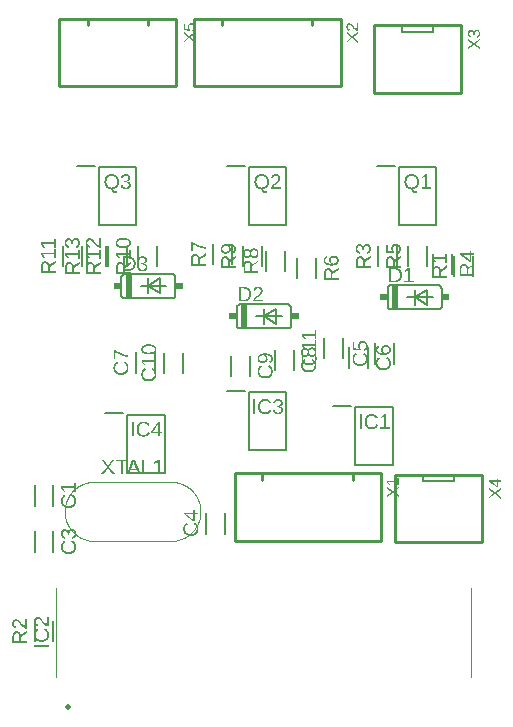
<source format=gbr>
G04 EAGLE Gerber RS-274X export*
G75*
%MOMM*%
%FSLAX34Y34*%
%LPD*%
%INSilkscreen Top*%
%IPPOS*%
%AMOC8*
5,1,8,0,0,1.08239X$1,22.5*%
G01*
G04 Define Apertures*
%ADD10C,0.127000*%
%ADD11C,0.152400*%
%ADD12R,0.508000X2.032000*%
%ADD13R,0.635000X0.508000*%
%ADD14C,0.200000*%
%ADD15C,0.500000*%
%ADD16C,0.120000*%
%ADD17C,0.254000*%
G36*
X-2929Y-124022D02*
X-2461Y-123988D01*
X-2010Y-123933D01*
X-1575Y-123854D01*
X-1157Y-123754D01*
X-755Y-123631D01*
X-370Y-123486D01*
X-2Y-123319D01*
X348Y-123130D01*
X677Y-122922D01*
X985Y-122693D01*
X1273Y-122443D01*
X1539Y-122174D01*
X1785Y-121884D01*
X2010Y-121574D01*
X2214Y-121243D01*
X2396Y-120895D01*
X2553Y-120531D01*
X2686Y-120151D01*
X2795Y-119755D01*
X2880Y-119344D01*
X2941Y-118917D01*
X2977Y-118474D01*
X2989Y-118016D01*
X2976Y-117567D01*
X2937Y-117133D01*
X2872Y-116712D01*
X2781Y-116305D01*
X2664Y-115911D01*
X2521Y-115532D01*
X2352Y-115166D01*
X2157Y-114815D01*
X1937Y-114479D01*
X1693Y-114163D01*
X1426Y-113867D01*
X1135Y-113589D01*
X819Y-113331D01*
X480Y-113093D01*
X118Y-112873D01*
X-269Y-112673D01*
X-952Y-114039D01*
X-641Y-114208D01*
X-351Y-114386D01*
X-80Y-114574D01*
X171Y-114772D01*
X401Y-114981D01*
X612Y-115199D01*
X802Y-115428D01*
X973Y-115666D01*
X1123Y-115915D01*
X1253Y-116174D01*
X1363Y-116442D01*
X1454Y-116721D01*
X1524Y-117010D01*
X1574Y-117309D01*
X1604Y-117618D01*
X1614Y-117937D01*
X1593Y-118430D01*
X1528Y-118896D01*
X1420Y-119337D01*
X1269Y-119751D01*
X1075Y-120139D01*
X838Y-120501D01*
X558Y-120837D01*
X235Y-121147D01*
X-124Y-121425D01*
X-511Y-121666D01*
X-925Y-121870D01*
X-1367Y-122037D01*
X-1837Y-122167D01*
X-2335Y-122260D01*
X-2860Y-122315D01*
X-3413Y-122334D01*
X-3972Y-122316D01*
X-4500Y-122263D01*
X-4997Y-122174D01*
X-5464Y-122049D01*
X-5900Y-121889D01*
X-6306Y-121693D01*
X-6681Y-121462D01*
X-7026Y-121195D01*
X-7335Y-120896D01*
X-7603Y-120569D01*
X-7829Y-120213D01*
X-8015Y-119829D01*
X-8159Y-119416D01*
X-8262Y-118975D01*
X-8324Y-118505D01*
X-8344Y-118007D01*
X-8335Y-117686D01*
X-8309Y-117377D01*
X-8264Y-117078D01*
X-8202Y-116791D01*
X-8122Y-116514D01*
X-8024Y-116249D01*
X-7909Y-115995D01*
X-7775Y-115752D01*
X-7625Y-115522D01*
X-7459Y-115309D01*
X-7277Y-115112D01*
X-7079Y-114932D01*
X-6865Y-114767D01*
X-6635Y-114619D01*
X-6390Y-114488D01*
X-6128Y-114372D01*
X-6654Y-112787D01*
X-7021Y-112953D01*
X-7365Y-113142D01*
X-7686Y-113352D01*
X-7983Y-113584D01*
X-8257Y-113838D01*
X-8508Y-114114D01*
X-8736Y-114412D01*
X-8940Y-114731D01*
X-9121Y-115072D01*
X-9277Y-115433D01*
X-9410Y-115814D01*
X-9518Y-116216D01*
X-9602Y-116638D01*
X-9663Y-117080D01*
X-9699Y-117542D01*
X-9711Y-118025D01*
X-9704Y-118372D01*
X-9685Y-118710D01*
X-9652Y-119039D01*
X-9606Y-119358D01*
X-9547Y-119667D01*
X-9475Y-119967D01*
X-9391Y-120258D01*
X-9292Y-120538D01*
X-9181Y-120809D01*
X-9057Y-121071D01*
X-8920Y-121323D01*
X-8770Y-121565D01*
X-8430Y-122021D01*
X-8038Y-122439D01*
X-7600Y-122812D01*
X-7121Y-123136D01*
X-6603Y-123410D01*
X-6329Y-123529D01*
X-6045Y-123634D01*
X-5751Y-123728D01*
X-5447Y-123809D01*
X-5133Y-123877D01*
X-4809Y-123933D01*
X-4475Y-123977D01*
X-4131Y-124008D01*
X-3777Y-124027D01*
X-3413Y-124033D01*
X-2929Y-124022D01*
G37*
G36*
X2814Y-102875D02*
X1474Y-102875D01*
X1474Y-105879D01*
X-9527Y-105879D01*
X-9527Y-107333D01*
X-7521Y-110250D01*
X-6032Y-110250D01*
X-8020Y-107464D01*
X1474Y-107464D01*
X1474Y-110609D01*
X2814Y-110609D01*
X2814Y-102875D01*
G37*
G36*
X65328Y5932D02*
X66036Y5982D01*
X66697Y6065D01*
X67311Y6182D01*
X67879Y6332D01*
X68401Y6516D01*
X68876Y6733D01*
X69304Y6984D01*
X69684Y7267D01*
X70013Y7584D01*
X70291Y7934D01*
X70519Y8317D01*
X70696Y8733D01*
X70823Y9183D01*
X70867Y9420D01*
X70899Y9665D01*
X70918Y9919D01*
X70924Y10180D01*
X70918Y10442D01*
X70899Y10696D01*
X70867Y10942D01*
X70822Y11180D01*
X70695Y11631D01*
X70517Y12049D01*
X70288Y12435D01*
X70008Y12789D01*
X69677Y13110D01*
X69295Y13399D01*
X68865Y13655D01*
X68389Y13876D01*
X67868Y14064D01*
X67300Y14217D01*
X66687Y14336D01*
X66029Y14422D01*
X65324Y14473D01*
X64574Y14490D01*
X63812Y14473D01*
X63098Y14425D01*
X62433Y14344D01*
X61815Y14230D01*
X61246Y14084D01*
X60725Y13906D01*
X60252Y13695D01*
X59827Y13452D01*
X59451Y13174D01*
X59126Y12861D01*
X58850Y12513D01*
X58625Y12128D01*
X58450Y11708D01*
X58381Y11484D01*
X58324Y11252D01*
X58281Y11011D01*
X58249Y10760D01*
X58231Y10501D01*
X58224Y10233D01*
X58231Y9957D01*
X58249Y9691D01*
X58280Y9435D01*
X58323Y9187D01*
X58379Y8949D01*
X58447Y8721D01*
X58621Y8292D01*
X58844Y7901D01*
X59116Y7547D01*
X59438Y7231D01*
X59810Y6953D01*
X60231Y6710D01*
X60702Y6499D01*
X61223Y6320D01*
X61793Y6175D01*
X62414Y6061D01*
X63084Y5980D01*
X63804Y5931D01*
X64574Y5915D01*
X65328Y5932D01*
G37*
%LPC*%
G36*
X63921Y7519D02*
X63316Y7549D01*
X62759Y7598D01*
X62249Y7668D01*
X61787Y7757D01*
X61372Y7866D01*
X61005Y7995D01*
X60685Y8144D01*
X60408Y8316D01*
X60168Y8513D01*
X59965Y8736D01*
X59799Y8984D01*
X59669Y9258D01*
X59577Y9557D01*
X59522Y9882D01*
X59503Y10233D01*
X59522Y10575D01*
X59578Y10892D01*
X59672Y11184D01*
X59803Y11452D01*
X59972Y11694D01*
X60178Y11911D01*
X60422Y12102D01*
X60703Y12269D01*
X61026Y12414D01*
X61395Y12540D01*
X61810Y12646D01*
X62271Y12732D01*
X62778Y12800D01*
X63331Y12848D01*
X63929Y12877D01*
X64574Y12887D01*
X65197Y12877D01*
X65779Y12846D01*
X66318Y12796D01*
X66816Y12725D01*
X67273Y12634D01*
X67688Y12522D01*
X68061Y12391D01*
X68393Y12239D01*
X68684Y12065D01*
X68937Y11868D01*
X69151Y11648D01*
X69326Y11404D01*
X69462Y11138D01*
X69559Y10848D01*
X69617Y10535D01*
X69637Y10198D01*
X69618Y9859D01*
X69561Y9545D01*
X69465Y9254D01*
X69332Y8986D01*
X69161Y8742D01*
X68952Y8522D01*
X68705Y8326D01*
X68419Y8153D01*
X68093Y8002D01*
X67722Y7871D01*
X67308Y7761D01*
X66849Y7670D01*
X66347Y7600D01*
X65800Y7549D01*
X65209Y7519D01*
X64574Y7509D01*
X63921Y7519D01*
G37*
%LPD*%
G36*
X65006Y-16801D02*
X65474Y-16768D01*
X65925Y-16712D01*
X66360Y-16634D01*
X66778Y-16533D01*
X67180Y-16411D01*
X67565Y-16266D01*
X67933Y-16098D01*
X68283Y-15910D01*
X68612Y-15701D01*
X68920Y-15472D01*
X69208Y-15223D01*
X69474Y-14953D01*
X69720Y-14663D01*
X69945Y-14353D01*
X70149Y-14023D01*
X70331Y-13674D01*
X70488Y-13310D01*
X70621Y-12930D01*
X70730Y-12535D01*
X70815Y-12124D01*
X70876Y-11696D01*
X70912Y-11254D01*
X70924Y-10795D01*
X70911Y-10347D01*
X70872Y-9912D01*
X70807Y-9491D01*
X70716Y-9084D01*
X70599Y-8691D01*
X70456Y-8311D01*
X70287Y-7946D01*
X70092Y-7594D01*
X69872Y-7259D01*
X69628Y-6943D01*
X69361Y-6646D01*
X69070Y-6369D01*
X68754Y-6111D01*
X68415Y-5872D01*
X68053Y-5653D01*
X67666Y-5452D01*
X66983Y-6819D01*
X67294Y-6987D01*
X67584Y-7165D01*
X67855Y-7353D01*
X68106Y-7552D01*
X68336Y-7760D01*
X68547Y-7979D01*
X68737Y-8207D01*
X68908Y-8446D01*
X69058Y-8694D01*
X69188Y-8953D01*
X69298Y-9222D01*
X69389Y-9501D01*
X69459Y-9789D01*
X69509Y-10088D01*
X69539Y-10397D01*
X69549Y-10716D01*
X69528Y-11209D01*
X69463Y-11676D01*
X69355Y-12116D01*
X69204Y-12530D01*
X69010Y-12919D01*
X68773Y-13281D01*
X68493Y-13617D01*
X68170Y-13926D01*
X67811Y-14204D01*
X67424Y-14446D01*
X67010Y-14650D01*
X66568Y-14816D01*
X66098Y-14946D01*
X65600Y-15039D01*
X65075Y-15095D01*
X64522Y-15113D01*
X63963Y-15095D01*
X63435Y-15042D01*
X62938Y-14953D01*
X62471Y-14828D01*
X62035Y-14668D01*
X61629Y-14473D01*
X61254Y-14241D01*
X60909Y-13974D01*
X60600Y-13676D01*
X60332Y-13348D01*
X60106Y-12992D01*
X59920Y-12608D01*
X59776Y-12195D01*
X59673Y-11754D01*
X59611Y-11285D01*
X59591Y-10786D01*
X59600Y-10466D01*
X59626Y-10156D01*
X59671Y-9858D01*
X59733Y-9570D01*
X59813Y-9294D01*
X59911Y-9028D01*
X60027Y-8774D01*
X60160Y-8531D01*
X60310Y-8302D01*
X60476Y-8088D01*
X60658Y-7892D01*
X60856Y-7711D01*
X61070Y-7547D01*
X61300Y-7399D01*
X61545Y-7267D01*
X61807Y-7152D01*
X61281Y-5566D01*
X60914Y-5733D01*
X60570Y-5921D01*
X60249Y-6131D01*
X59952Y-6363D01*
X59678Y-6617D01*
X59427Y-6893D01*
X59199Y-7191D01*
X58995Y-7511D01*
X58814Y-7851D01*
X58658Y-8212D01*
X58525Y-8594D01*
X58417Y-8995D01*
X58333Y-9417D01*
X58272Y-9859D01*
X58236Y-10321D01*
X58224Y-10804D01*
X58231Y-11152D01*
X58250Y-11490D01*
X58283Y-11818D01*
X58329Y-12137D01*
X58388Y-12447D01*
X58460Y-12747D01*
X58545Y-13037D01*
X58643Y-13318D01*
X58754Y-13589D01*
X58878Y-13850D01*
X59015Y-14102D01*
X59165Y-14345D01*
X59505Y-14801D01*
X59897Y-15218D01*
X60335Y-15592D01*
X60814Y-15916D01*
X61332Y-16190D01*
X61606Y-16308D01*
X61890Y-16414D01*
X62184Y-16507D01*
X62488Y-16588D01*
X62802Y-16657D01*
X63126Y-16713D01*
X63460Y-16756D01*
X63804Y-16787D01*
X64158Y-16806D01*
X64522Y-16812D01*
X65006Y-16801D01*
G37*
G36*
X70749Y4346D02*
X69409Y4346D01*
X69409Y1342D01*
X58408Y1342D01*
X58408Y-112D01*
X60414Y-3029D01*
X61903Y-3029D01*
X59915Y-244D01*
X69409Y-244D01*
X69409Y-3388D01*
X70749Y-3388D01*
X70749Y4346D01*
G37*
G36*
X200692Y-3429D02*
X201160Y-3396D01*
X201611Y-3340D01*
X202046Y-3262D01*
X202464Y-3162D01*
X202866Y-3039D01*
X203251Y-2894D01*
X203619Y-2727D01*
X203969Y-2538D01*
X204298Y-2329D01*
X204606Y-2100D01*
X204894Y-1851D01*
X205160Y-1581D01*
X205406Y-1291D01*
X205631Y-981D01*
X205835Y-651D01*
X206017Y-302D01*
X206174Y62D01*
X206307Y442D01*
X206416Y837D01*
X206501Y1248D01*
X206562Y1675D01*
X206598Y2118D01*
X206610Y2577D01*
X206597Y3025D01*
X206558Y3460D01*
X206493Y3881D01*
X206402Y4288D01*
X206285Y4681D01*
X206142Y5061D01*
X205973Y5426D01*
X205778Y5778D01*
X205558Y6113D01*
X205314Y6429D01*
X205047Y6726D01*
X204756Y7003D01*
X204440Y7261D01*
X204101Y7500D01*
X203739Y7719D01*
X203352Y7919D01*
X202669Y6553D01*
X202980Y6385D01*
X203270Y6207D01*
X203541Y6018D01*
X203792Y5820D01*
X204022Y5612D01*
X204233Y5393D01*
X204423Y5165D01*
X204594Y4926D01*
X204744Y4678D01*
X204874Y4419D01*
X204984Y4150D01*
X205075Y3871D01*
X205145Y3583D01*
X205195Y3284D01*
X205225Y2975D01*
X205235Y2656D01*
X205214Y2163D01*
X205149Y1696D01*
X205041Y1256D01*
X204890Y841D01*
X204696Y453D01*
X204459Y91D01*
X204179Y-245D01*
X203856Y-554D01*
X203497Y-833D01*
X203110Y-1074D01*
X202696Y-1278D01*
X202254Y-1445D01*
X201784Y-1574D01*
X201286Y-1667D01*
X200761Y-1723D01*
X200208Y-1741D01*
X199649Y-1723D01*
X199121Y-1670D01*
X198624Y-1581D01*
X198157Y-1457D01*
X197721Y-1296D01*
X197315Y-1101D01*
X196940Y-869D01*
X196595Y-603D01*
X196286Y-304D01*
X196018Y24D01*
X195792Y379D01*
X195606Y764D01*
X195462Y1176D01*
X195359Y1618D01*
X195297Y2087D01*
X195277Y2586D01*
X195286Y2906D01*
X195312Y3216D01*
X195357Y3514D01*
X195419Y3802D01*
X195499Y4078D01*
X195597Y4344D01*
X195713Y4598D01*
X195846Y4841D01*
X195996Y5070D01*
X196162Y5283D01*
X196344Y5480D01*
X196542Y5661D01*
X196756Y5825D01*
X196986Y5973D01*
X197231Y6105D01*
X197493Y6220D01*
X196967Y7806D01*
X196600Y7639D01*
X196256Y7451D01*
X195935Y7241D01*
X195638Y7009D01*
X195364Y6755D01*
X195113Y6479D01*
X194885Y6181D01*
X194681Y5861D01*
X194500Y5520D01*
X194344Y5159D01*
X194211Y4778D01*
X194103Y4377D01*
X194019Y3955D01*
X193958Y3513D01*
X193922Y3051D01*
X193910Y2568D01*
X193917Y2220D01*
X193936Y1882D01*
X193969Y1554D01*
X194015Y1235D01*
X194074Y925D01*
X194146Y625D01*
X194231Y335D01*
X194329Y54D01*
X194440Y-217D01*
X194564Y-478D01*
X194701Y-730D01*
X194851Y-973D01*
X195191Y-1429D01*
X195583Y-1846D01*
X196021Y-2220D01*
X196500Y-2544D01*
X197018Y-2818D01*
X197292Y-2936D01*
X197576Y-3042D01*
X197870Y-3135D01*
X198174Y-3216D01*
X198488Y-3285D01*
X198812Y-3341D01*
X199146Y-3384D01*
X199490Y-3415D01*
X199844Y-3434D01*
X200208Y-3440D01*
X200692Y-3429D01*
G37*
G36*
X206435Y17718D02*
X205095Y17718D01*
X205095Y14713D01*
X194094Y14713D01*
X194094Y13260D01*
X196100Y10343D01*
X197589Y10343D01*
X195601Y13128D01*
X205095Y13128D01*
X205095Y9984D01*
X206435Y9984D01*
X206435Y17718D01*
G37*
G36*
X206435Y26343D02*
X205095Y26343D01*
X205095Y23338D01*
X194094Y23338D01*
X194094Y21885D01*
X196100Y18968D01*
X197589Y18968D01*
X195601Y21753D01*
X205095Y21753D01*
X205095Y18609D01*
X206435Y18609D01*
X206435Y26343D01*
G37*
G36*
X-2929Y-162947D02*
X-2461Y-162913D01*
X-2010Y-162858D01*
X-1575Y-162779D01*
X-1157Y-162679D01*
X-755Y-162556D01*
X-370Y-162411D01*
X-2Y-162244D01*
X348Y-162055D01*
X677Y-161847D01*
X985Y-161618D01*
X1273Y-161368D01*
X1539Y-161099D01*
X1785Y-160809D01*
X2010Y-160499D01*
X2214Y-160168D01*
X2396Y-159820D01*
X2553Y-159456D01*
X2686Y-159076D01*
X2795Y-158680D01*
X2880Y-158269D01*
X2941Y-157842D01*
X2977Y-157399D01*
X2989Y-156941D01*
X2976Y-156492D01*
X2937Y-156058D01*
X2872Y-155637D01*
X2781Y-155230D01*
X2664Y-154836D01*
X2521Y-154457D01*
X2352Y-154091D01*
X2157Y-153740D01*
X1937Y-153404D01*
X1693Y-153088D01*
X1426Y-152792D01*
X1135Y-152514D01*
X819Y-152256D01*
X480Y-152018D01*
X118Y-151798D01*
X-269Y-151598D01*
X-952Y-152964D01*
X-641Y-153133D01*
X-351Y-153311D01*
X-80Y-153499D01*
X171Y-153697D01*
X401Y-153906D01*
X612Y-154124D01*
X802Y-154353D01*
X973Y-154591D01*
X1123Y-154840D01*
X1253Y-155099D01*
X1363Y-155367D01*
X1454Y-155646D01*
X1524Y-155935D01*
X1574Y-156234D01*
X1604Y-156543D01*
X1614Y-156862D01*
X1593Y-157355D01*
X1528Y-157821D01*
X1420Y-158262D01*
X1269Y-158676D01*
X1075Y-159064D01*
X838Y-159426D01*
X558Y-159762D01*
X235Y-160072D01*
X-124Y-160350D01*
X-511Y-160591D01*
X-925Y-160795D01*
X-1367Y-160962D01*
X-1837Y-161092D01*
X-2335Y-161185D01*
X-2860Y-161240D01*
X-3413Y-161259D01*
X-3972Y-161241D01*
X-4500Y-161188D01*
X-4997Y-161099D01*
X-5464Y-160974D01*
X-5900Y-160814D01*
X-6306Y-160618D01*
X-6681Y-160387D01*
X-7026Y-160120D01*
X-7335Y-159821D01*
X-7603Y-159494D01*
X-7829Y-159138D01*
X-8015Y-158754D01*
X-8159Y-158341D01*
X-8262Y-157900D01*
X-8324Y-157430D01*
X-8344Y-156932D01*
X-8335Y-156611D01*
X-8309Y-156302D01*
X-8264Y-156003D01*
X-8202Y-155716D01*
X-8122Y-155439D01*
X-8024Y-155174D01*
X-7909Y-154920D01*
X-7775Y-154677D01*
X-7625Y-154447D01*
X-7459Y-154234D01*
X-7277Y-154037D01*
X-7079Y-153857D01*
X-6865Y-153692D01*
X-6635Y-153544D01*
X-6390Y-153413D01*
X-6128Y-153297D01*
X-6654Y-151712D01*
X-7021Y-151878D01*
X-7365Y-152067D01*
X-7686Y-152277D01*
X-7983Y-152509D01*
X-8257Y-152763D01*
X-8508Y-153039D01*
X-8736Y-153337D01*
X-8940Y-153656D01*
X-9121Y-153997D01*
X-9277Y-154358D01*
X-9410Y-154739D01*
X-9518Y-155141D01*
X-9602Y-155563D01*
X-9663Y-156005D01*
X-9699Y-156467D01*
X-9711Y-156950D01*
X-9704Y-157297D01*
X-9685Y-157635D01*
X-9652Y-157964D01*
X-9606Y-158283D01*
X-9547Y-158592D01*
X-9475Y-158892D01*
X-9391Y-159183D01*
X-9292Y-159463D01*
X-9181Y-159734D01*
X-9057Y-159996D01*
X-8920Y-160248D01*
X-8770Y-160490D01*
X-8430Y-160946D01*
X-8038Y-161364D01*
X-7600Y-161737D01*
X-7121Y-162061D01*
X-6603Y-162335D01*
X-6329Y-162454D01*
X-6045Y-162559D01*
X-5751Y-162653D01*
X-5447Y-162734D01*
X-5133Y-162802D01*
X-4809Y-162858D01*
X-4475Y-162902D01*
X-4131Y-162933D01*
X-3777Y-162952D01*
X-3413Y-162958D01*
X-2929Y-162947D01*
G37*
G36*
X45Y-150150D02*
X420Y-150055D01*
X771Y-149932D01*
X1096Y-149780D01*
X1396Y-149600D01*
X1671Y-149392D01*
X1920Y-149155D01*
X2144Y-148890D01*
X2342Y-148599D01*
X2514Y-148284D01*
X2659Y-147946D01*
X2778Y-147584D01*
X2870Y-147198D01*
X2936Y-146789D01*
X2976Y-146356D01*
X2989Y-145899D01*
X2975Y-145410D01*
X2931Y-144950D01*
X2857Y-144519D01*
X2755Y-144117D01*
X2623Y-143743D01*
X2462Y-143399D01*
X2272Y-143084D01*
X2052Y-142798D01*
X1806Y-142544D01*
X1535Y-142323D01*
X1241Y-142137D01*
X922Y-141984D01*
X580Y-141865D01*
X213Y-141780D01*
X-178Y-141729D01*
X-593Y-141712D01*
X-882Y-141724D01*
X-1159Y-141760D01*
X-1423Y-141821D01*
X-1675Y-141905D01*
X-1914Y-142013D01*
X-2140Y-142146D01*
X-2354Y-142302D01*
X-2555Y-142483D01*
X-2740Y-142685D01*
X-2905Y-142907D01*
X-3051Y-143147D01*
X-3177Y-143407D01*
X-3283Y-143686D01*
X-3370Y-143984D01*
X-3436Y-144301D01*
X-3483Y-144638D01*
X-3518Y-144638D01*
X-3592Y-144332D01*
X-3680Y-144045D01*
X-3783Y-143776D01*
X-3901Y-143526D01*
X-4033Y-143295D01*
X-4181Y-143083D01*
X-4344Y-142890D01*
X-4521Y-142715D01*
X-4713Y-142560D01*
X-4919Y-142426D01*
X-5139Y-142312D01*
X-5372Y-142219D01*
X-5619Y-142147D01*
X-5880Y-142095D01*
X-6155Y-142064D01*
X-6444Y-142054D01*
X-6819Y-142070D01*
X-7172Y-142118D01*
X-7504Y-142199D01*
X-7816Y-142311D01*
X-8106Y-142456D01*
X-8374Y-142633D01*
X-8622Y-142842D01*
X-8848Y-143083D01*
X-9050Y-143353D01*
X-9225Y-143649D01*
X-9374Y-143971D01*
X-9495Y-144319D01*
X-9589Y-144693D01*
X-9657Y-145092D01*
X-9697Y-145518D01*
X-9711Y-145969D01*
X-9697Y-146384D01*
X-9658Y-146780D01*
X-9591Y-147157D01*
X-9498Y-147514D01*
X-9379Y-147852D01*
X-9233Y-148170D01*
X-9060Y-148470D01*
X-8861Y-148750D01*
X-8638Y-149006D01*
X-8395Y-149234D01*
X-8130Y-149434D01*
X-7845Y-149605D01*
X-7539Y-149748D01*
X-7212Y-149862D01*
X-6865Y-149949D01*
X-6496Y-150007D01*
X-6374Y-148421D01*
X-6610Y-148387D01*
X-6832Y-148335D01*
X-7041Y-148267D01*
X-7236Y-148182D01*
X-7418Y-148080D01*
X-7586Y-147961D01*
X-7740Y-147825D01*
X-7880Y-147673D01*
X-8005Y-147505D01*
X-8114Y-147326D01*
X-8206Y-147134D01*
X-8281Y-146929D01*
X-8339Y-146712D01*
X-8381Y-146483D01*
X-8406Y-146241D01*
X-8414Y-145986D01*
X-8405Y-145708D01*
X-8379Y-145448D01*
X-8334Y-145205D01*
X-8271Y-144980D01*
X-8190Y-144773D01*
X-8092Y-144583D01*
X-7975Y-144411D01*
X-7841Y-144257D01*
X-7691Y-144120D01*
X-7528Y-144002D01*
X-7352Y-143902D01*
X-7163Y-143820D01*
X-6961Y-143756D01*
X-6746Y-143711D01*
X-6518Y-143683D01*
X-6277Y-143674D01*
X-6035Y-143685D01*
X-5805Y-143719D01*
X-5589Y-143775D01*
X-5387Y-143853D01*
X-5199Y-143953D01*
X-5024Y-144076D01*
X-4862Y-144221D01*
X-4714Y-144388D01*
X-4582Y-144576D01*
X-4467Y-144781D01*
X-4370Y-145005D01*
X-4290Y-145247D01*
X-4228Y-145508D01*
X-4184Y-145786D01*
X-4158Y-146083D01*
X-4149Y-146398D01*
X-4149Y-147256D01*
X-2783Y-147256D01*
X-2783Y-146363D01*
X-2774Y-146008D01*
X-2747Y-145675D01*
X-2703Y-145363D01*
X-2641Y-145072D01*
X-2562Y-144803D01*
X-2465Y-144556D01*
X-2350Y-144330D01*
X-2218Y-144125D01*
X-2070Y-143944D01*
X-1908Y-143786D01*
X-1732Y-143653D01*
X-1542Y-143544D01*
X-1339Y-143459D01*
X-1122Y-143399D01*
X-891Y-143362D01*
X-646Y-143350D01*
X-365Y-143361D01*
X-103Y-143393D01*
X141Y-143446D01*
X368Y-143520D01*
X577Y-143615D01*
X768Y-143732D01*
X942Y-143870D01*
X1097Y-144029D01*
X1235Y-144207D01*
X1354Y-144400D01*
X1455Y-144610D01*
X1537Y-144836D01*
X1602Y-145078D01*
X1648Y-145335D01*
X1675Y-145609D01*
X1684Y-145899D01*
X1676Y-146188D01*
X1650Y-146460D01*
X1607Y-146717D01*
X1547Y-146957D01*
X1470Y-147181D01*
X1376Y-147390D01*
X1265Y-147582D01*
X1137Y-147758D01*
X991Y-147918D01*
X829Y-148062D01*
X649Y-148190D01*
X453Y-148301D01*
X239Y-148397D01*
X8Y-148477D01*
X-240Y-148540D01*
X-505Y-148588D01*
X-357Y-150217D01*
X45Y-150150D01*
G37*
G36*
X103515Y-129433D02*
X106309Y-129433D01*
X106309Y-127944D01*
X103515Y-127944D01*
X103515Y-126210D01*
X102271Y-126210D01*
X102271Y-127944D01*
X93968Y-127944D01*
X93968Y-129599D01*
X102289Y-135248D01*
X103515Y-135248D01*
X103515Y-129433D01*
G37*
%LPC*%
G36*
X102096Y-133654D02*
X101448Y-133181D01*
X96788Y-130020D01*
X96210Y-129678D01*
X95746Y-129433D01*
X102271Y-129433D01*
X102271Y-133794D01*
X102096Y-133654D01*
G37*
%LPD*%
G36*
X100566Y-147707D02*
X101034Y-147673D01*
X101485Y-147618D01*
X101920Y-147539D01*
X102338Y-147439D01*
X102740Y-147316D01*
X103125Y-147171D01*
X103493Y-147004D01*
X103843Y-146815D01*
X104172Y-146607D01*
X104480Y-146378D01*
X104768Y-146128D01*
X105034Y-145859D01*
X105280Y-145569D01*
X105505Y-145259D01*
X105709Y-144928D01*
X105891Y-144580D01*
X106048Y-144216D01*
X106181Y-143836D01*
X106290Y-143440D01*
X106375Y-143029D01*
X106436Y-142602D01*
X106472Y-142159D01*
X106484Y-141701D01*
X106471Y-141252D01*
X106432Y-140818D01*
X106367Y-140397D01*
X106276Y-139990D01*
X106159Y-139596D01*
X106016Y-139217D01*
X105847Y-138851D01*
X105652Y-138500D01*
X105432Y-138164D01*
X105188Y-137848D01*
X104921Y-137552D01*
X104630Y-137274D01*
X104314Y-137016D01*
X103975Y-136778D01*
X103613Y-136558D01*
X103226Y-136358D01*
X102543Y-137724D01*
X102854Y-137893D01*
X103144Y-138071D01*
X103415Y-138259D01*
X103666Y-138457D01*
X103896Y-138666D01*
X104107Y-138884D01*
X104297Y-139113D01*
X104468Y-139351D01*
X104618Y-139600D01*
X104748Y-139859D01*
X104858Y-140127D01*
X104949Y-140406D01*
X105019Y-140695D01*
X105069Y-140994D01*
X105099Y-141303D01*
X105109Y-141622D01*
X105088Y-142115D01*
X105023Y-142581D01*
X104915Y-143022D01*
X104764Y-143436D01*
X104570Y-143824D01*
X104333Y-144186D01*
X104053Y-144522D01*
X103730Y-144832D01*
X103371Y-145110D01*
X102984Y-145351D01*
X102570Y-145555D01*
X102128Y-145722D01*
X101658Y-145852D01*
X101160Y-145945D01*
X100635Y-146000D01*
X100082Y-146019D01*
X99523Y-146001D01*
X98995Y-145948D01*
X98498Y-145859D01*
X98031Y-145734D01*
X97595Y-145574D01*
X97189Y-145378D01*
X96814Y-145147D01*
X96469Y-144880D01*
X96160Y-144581D01*
X95892Y-144254D01*
X95666Y-143898D01*
X95480Y-143514D01*
X95336Y-143101D01*
X95233Y-142660D01*
X95171Y-142190D01*
X95151Y-141692D01*
X95160Y-141371D01*
X95186Y-141062D01*
X95231Y-140763D01*
X95293Y-140476D01*
X95373Y-140199D01*
X95471Y-139934D01*
X95587Y-139680D01*
X95720Y-139437D01*
X95870Y-139207D01*
X96036Y-138994D01*
X96218Y-138797D01*
X96416Y-138617D01*
X96630Y-138452D01*
X96860Y-138304D01*
X97105Y-138173D01*
X97367Y-138057D01*
X96841Y-136472D01*
X96474Y-136638D01*
X96130Y-136827D01*
X95809Y-137037D01*
X95512Y-137269D01*
X95238Y-137523D01*
X94987Y-137799D01*
X94759Y-138097D01*
X94555Y-138416D01*
X94374Y-138757D01*
X94218Y-139118D01*
X94085Y-139499D01*
X93977Y-139901D01*
X93893Y-140323D01*
X93832Y-140765D01*
X93796Y-141227D01*
X93784Y-141710D01*
X93791Y-142057D01*
X93810Y-142395D01*
X93843Y-142724D01*
X93889Y-143043D01*
X93948Y-143352D01*
X94020Y-143652D01*
X94105Y-143943D01*
X94203Y-144223D01*
X94314Y-144494D01*
X94438Y-144756D01*
X94575Y-145008D01*
X94725Y-145250D01*
X95065Y-145706D01*
X95457Y-146124D01*
X95895Y-146497D01*
X96374Y-146821D01*
X96892Y-147095D01*
X97166Y-147214D01*
X97450Y-147319D01*
X97744Y-147413D01*
X98048Y-147494D01*
X98362Y-147562D01*
X98686Y-147618D01*
X99020Y-147662D01*
X99364Y-147693D01*
X99718Y-147712D01*
X100082Y-147718D01*
X100566Y-147707D01*
G37*
G36*
X243854Y-3812D02*
X244322Y-3779D01*
X244773Y-3723D01*
X245208Y-3645D01*
X245626Y-3544D01*
X246028Y-3422D01*
X246413Y-3277D01*
X246781Y-3109D01*
X247131Y-2921D01*
X247460Y-2712D01*
X247768Y-2483D01*
X248056Y-2234D01*
X248322Y-1964D01*
X248568Y-1674D01*
X248793Y-1364D01*
X248997Y-1034D01*
X249179Y-685D01*
X249336Y-321D01*
X249469Y59D01*
X249578Y454D01*
X249663Y866D01*
X249724Y1293D01*
X249760Y1735D01*
X249772Y2194D01*
X249759Y2642D01*
X249720Y3077D01*
X249655Y3498D01*
X249564Y3905D01*
X249447Y4298D01*
X249304Y4678D01*
X249135Y5043D01*
X248940Y5395D01*
X248720Y5730D01*
X248476Y6046D01*
X248209Y6343D01*
X247918Y6620D01*
X247602Y6878D01*
X247263Y7117D01*
X246901Y7336D01*
X246514Y7537D01*
X245831Y6170D01*
X246142Y6002D01*
X246432Y5824D01*
X246703Y5636D01*
X246954Y5437D01*
X247184Y5229D01*
X247395Y5010D01*
X247585Y4782D01*
X247756Y4543D01*
X247906Y4295D01*
X248036Y4036D01*
X248146Y3767D01*
X248237Y3489D01*
X248307Y3200D01*
X248357Y2901D01*
X248387Y2592D01*
X248397Y2273D01*
X248376Y1780D01*
X248311Y1313D01*
X248203Y873D01*
X248052Y459D01*
X247858Y70D01*
X247621Y-292D01*
X247341Y-628D01*
X247018Y-937D01*
X246659Y-1215D01*
X246272Y-1457D01*
X245858Y-1661D01*
X245416Y-1827D01*
X244946Y-1957D01*
X244448Y-2050D01*
X243923Y-2106D01*
X243370Y-2124D01*
X242811Y-2106D01*
X242283Y-2053D01*
X241786Y-1964D01*
X241319Y-1839D01*
X240883Y-1679D01*
X240477Y-1484D01*
X240102Y-1252D01*
X239757Y-985D01*
X239448Y-687D01*
X239180Y-359D01*
X238954Y-3D01*
X238768Y381D01*
X238624Y794D01*
X238521Y1235D01*
X238459Y1705D01*
X238439Y2203D01*
X238448Y2523D01*
X238474Y2833D01*
X238519Y3132D01*
X238581Y3419D01*
X238661Y3695D01*
X238759Y3961D01*
X238875Y4215D01*
X239008Y4458D01*
X239158Y4687D01*
X239324Y4901D01*
X239506Y5097D01*
X239704Y5278D01*
X239918Y5442D01*
X240148Y5590D01*
X240393Y5722D01*
X240655Y5837D01*
X240129Y7423D01*
X239762Y7256D01*
X239418Y7068D01*
X239097Y6858D01*
X238800Y6626D01*
X238526Y6372D01*
X238275Y6096D01*
X238047Y5798D01*
X237843Y5478D01*
X237662Y5138D01*
X237506Y4777D01*
X237373Y4395D01*
X237265Y3994D01*
X237181Y3572D01*
X237120Y3130D01*
X237084Y2668D01*
X237072Y2185D01*
X237079Y1837D01*
X237098Y1499D01*
X237131Y1171D01*
X237177Y852D01*
X237236Y542D01*
X237308Y242D01*
X237393Y-48D01*
X237491Y-329D01*
X237602Y-600D01*
X237726Y-861D01*
X237863Y-1113D01*
X238013Y-1356D01*
X238353Y-1812D01*
X238745Y-2229D01*
X239183Y-2603D01*
X239662Y-2927D01*
X240180Y-3201D01*
X240454Y-3319D01*
X240738Y-3425D01*
X241032Y-3518D01*
X241336Y-3599D01*
X241650Y-3668D01*
X241974Y-3724D01*
X242308Y-3767D01*
X242652Y-3798D01*
X243006Y-3817D01*
X243370Y-3823D01*
X243854Y-3812D01*
G37*
G36*
X247184Y9035D02*
X247510Y9142D01*
X247814Y9273D01*
X248097Y9428D01*
X248359Y9608D01*
X248600Y9812D01*
X248820Y10040D01*
X249019Y10293D01*
X249196Y10568D01*
X249349Y10864D01*
X249478Y11181D01*
X249584Y11519D01*
X249666Y11878D01*
X249725Y12257D01*
X249760Y12657D01*
X249772Y13078D01*
X249755Y13579D01*
X249702Y14051D01*
X249615Y14496D01*
X249492Y14912D01*
X249334Y15300D01*
X249142Y15661D01*
X248914Y15993D01*
X248651Y16297D01*
X248358Y16569D01*
X248039Y16805D01*
X247693Y17004D01*
X247322Y17167D01*
X246925Y17294D01*
X246501Y17385D01*
X246052Y17439D01*
X245577Y17457D01*
X245158Y17440D01*
X244759Y17390D01*
X244380Y17305D01*
X244022Y17187D01*
X243684Y17035D01*
X243366Y16849D01*
X243069Y16629D01*
X242792Y16376D01*
X242541Y16094D01*
X242324Y15789D01*
X242140Y15460D01*
X241990Y15109D01*
X241873Y14734D01*
X241790Y14337D01*
X241740Y13916D01*
X241723Y13472D01*
X241735Y13099D01*
X241772Y12741D01*
X241834Y12399D01*
X241920Y12073D01*
X242031Y11762D01*
X242167Y11467D01*
X242327Y11187D01*
X242511Y10923D01*
X238596Y11160D01*
X238596Y16739D01*
X237256Y16739D01*
X237256Y9724D01*
X243895Y9312D01*
X243895Y10853D01*
X243672Y11129D01*
X243484Y11405D01*
X243330Y11681D01*
X243212Y11957D01*
X243124Y12238D01*
X243061Y12531D01*
X243023Y12834D01*
X243011Y13148D01*
X243022Y13447D01*
X243055Y13730D01*
X243112Y13997D01*
X243190Y14248D01*
X243291Y14484D01*
X243415Y14704D01*
X243560Y14908D01*
X243729Y15097D01*
X243915Y15266D01*
X244116Y15413D01*
X244330Y15537D01*
X244559Y15639D01*
X244801Y15718D01*
X245057Y15774D01*
X245328Y15808D01*
X245612Y15820D01*
X245938Y15808D01*
X246246Y15775D01*
X246536Y15719D01*
X246809Y15640D01*
X247063Y15539D01*
X247299Y15416D01*
X247518Y15270D01*
X247718Y15101D01*
X247898Y14913D01*
X248054Y14708D01*
X248185Y14485D01*
X248293Y14245D01*
X248377Y13988D01*
X248437Y13714D01*
X248473Y13422D01*
X248485Y13113D01*
X248478Y12861D01*
X248456Y12621D01*
X248420Y12393D01*
X248370Y12178D01*
X248306Y11974D01*
X248227Y11783D01*
X248134Y11605D01*
X248027Y11438D01*
X247906Y11284D01*
X247770Y11142D01*
X247619Y11012D01*
X247455Y10894D01*
X247276Y10789D01*
X247083Y10696D01*
X246876Y10615D01*
X246654Y10547D01*
X246838Y8953D01*
X247184Y9035D01*
G37*
G36*
X264119Y5578D02*
X264793Y5629D01*
X265423Y5716D01*
X266009Y5836D01*
X266550Y5991D01*
X267048Y6181D01*
X267502Y6405D01*
X267911Y6664D01*
X268275Y6955D01*
X268590Y7277D01*
X268856Y7630D01*
X269074Y8013D01*
X269244Y8427D01*
X269365Y8871D01*
X269437Y9346D01*
X269456Y9595D01*
X269462Y9852D01*
X269444Y10306D01*
X269391Y10734D01*
X269303Y11138D01*
X269179Y11516D01*
X269020Y11869D01*
X268826Y12197D01*
X268597Y12500D01*
X268332Y12777D01*
X268037Y13026D01*
X267715Y13241D01*
X267369Y13423D01*
X266996Y13572D01*
X266598Y13688D01*
X266174Y13771D01*
X265724Y13821D01*
X265249Y13837D01*
X264809Y13822D01*
X264393Y13775D01*
X263999Y13696D01*
X263629Y13587D01*
X263281Y13445D01*
X262956Y13273D01*
X262655Y13069D01*
X262376Y12834D01*
X262126Y12573D01*
X261909Y12289D01*
X261725Y11983D01*
X261575Y11655D01*
X261458Y11305D01*
X261374Y10933D01*
X261324Y10540D01*
X261307Y10124D01*
X261314Y9875D01*
X261333Y9634D01*
X261366Y9400D01*
X261412Y9173D01*
X261542Y8741D01*
X261724Y8337D01*
X261955Y7969D01*
X262235Y7645D01*
X262562Y7365D01*
X262937Y7128D01*
X262359Y7140D01*
X261816Y7174D01*
X261308Y7232D01*
X260836Y7313D01*
X260398Y7417D01*
X259996Y7544D01*
X259629Y7695D01*
X259297Y7868D01*
X259003Y8063D01*
X258748Y8276D01*
X258532Y8509D01*
X258355Y8761D01*
X258217Y9031D01*
X258119Y9321D01*
X258060Y9629D01*
X258041Y9957D01*
X258064Y10332D01*
X258135Y10672D01*
X258252Y10978D01*
X258417Y11249D01*
X258629Y11486D01*
X258888Y11688D01*
X259194Y11856D01*
X259547Y11989D01*
X259276Y13496D01*
X258971Y13397D01*
X258686Y13282D01*
X258421Y13150D01*
X258176Y13003D01*
X257950Y12839D01*
X257744Y12660D01*
X257557Y12464D01*
X257390Y12252D01*
X257243Y12024D01*
X257115Y11780D01*
X257007Y11519D01*
X256919Y11242D01*
X256850Y10950D01*
X256801Y10641D01*
X256772Y10316D01*
X256762Y9975D01*
X256769Y9714D01*
X256789Y9460D01*
X256822Y9214D01*
X256869Y8976D01*
X256929Y8745D01*
X257003Y8522D01*
X257191Y8098D01*
X257432Y7705D01*
X257727Y7342D01*
X258076Y7010D01*
X258478Y6708D01*
X258931Y6439D01*
X259430Y6206D01*
X259975Y6009D01*
X260567Y5847D01*
X261206Y5722D01*
X261891Y5632D01*
X262623Y5578D01*
X263401Y5560D01*
X264119Y5578D01*
G37*
%LPC*%
G36*
X264667Y7296D02*
X264408Y7328D01*
X264163Y7381D01*
X263934Y7456D01*
X263720Y7551D01*
X263521Y7668D01*
X263337Y7806D01*
X263169Y7965D01*
X263018Y8141D01*
X262887Y8331D01*
X262776Y8533D01*
X262686Y8750D01*
X262615Y8979D01*
X262565Y9222D01*
X262535Y9478D01*
X262525Y9747D01*
X262536Y10032D01*
X262570Y10301D01*
X262627Y10555D01*
X262707Y10791D01*
X262809Y11012D01*
X262934Y11217D01*
X263082Y11405D01*
X263252Y11578D01*
X263443Y11731D01*
X263654Y11865D01*
X263883Y11978D01*
X264132Y12070D01*
X264400Y12142D01*
X264687Y12193D01*
X264993Y12224D01*
X265319Y12234D01*
X265645Y12224D01*
X265953Y12194D01*
X266243Y12143D01*
X266516Y12072D01*
X266770Y11981D01*
X267006Y11870D01*
X267225Y11738D01*
X267425Y11586D01*
X267605Y11417D01*
X267761Y11232D01*
X267892Y11031D01*
X268000Y10816D01*
X268084Y10585D01*
X268144Y10338D01*
X268180Y10077D01*
X268192Y9800D01*
X268177Y9530D01*
X268135Y9273D01*
X268064Y9028D01*
X267964Y8796D01*
X267836Y8576D01*
X267679Y8368D01*
X267494Y8173D01*
X267281Y7991D01*
X267045Y7826D01*
X266793Y7682D01*
X266525Y7561D01*
X266241Y7462D01*
X265940Y7385D01*
X265624Y7330D01*
X265291Y7297D01*
X264942Y7286D01*
X264667Y7296D01*
G37*
%LPD*%
G36*
X263544Y-7397D02*
X264011Y-7364D01*
X264463Y-7308D01*
X264897Y-7230D01*
X265316Y-7130D01*
X265717Y-7007D01*
X266102Y-6862D01*
X266471Y-6695D01*
X266820Y-6506D01*
X267149Y-6297D01*
X267458Y-6068D01*
X267745Y-5819D01*
X268012Y-5549D01*
X268257Y-5259D01*
X268482Y-4949D01*
X268687Y-4619D01*
X268868Y-4270D01*
X269026Y-3906D01*
X269159Y-3527D01*
X269268Y-3131D01*
X269353Y-2720D01*
X269413Y-2293D01*
X269450Y-1850D01*
X269462Y-1391D01*
X269449Y-943D01*
X269410Y-508D01*
X269345Y-87D01*
X269254Y320D01*
X269137Y713D01*
X268994Y1093D01*
X268825Y1458D01*
X268630Y1810D01*
X268410Y2145D01*
X268166Y2461D01*
X267898Y2758D01*
X267607Y3035D01*
X267292Y3293D01*
X266953Y3532D01*
X266590Y3751D01*
X266204Y3951D01*
X265520Y2585D01*
X265831Y2417D01*
X266122Y2239D01*
X266392Y2050D01*
X266643Y1852D01*
X266874Y1644D01*
X267084Y1425D01*
X267275Y1197D01*
X267445Y958D01*
X267595Y710D01*
X267726Y451D01*
X267836Y182D01*
X267926Y-97D01*
X267996Y-386D01*
X268047Y-684D01*
X268077Y-993D01*
X268087Y-1312D01*
X268065Y-1805D01*
X268000Y-2272D01*
X267893Y-2712D01*
X267742Y-3127D01*
X267548Y-3515D01*
X267311Y-3877D01*
X267030Y-4213D01*
X266707Y-4522D01*
X266348Y-4801D01*
X265962Y-5042D01*
X265548Y-5246D01*
X265105Y-5413D01*
X264636Y-5542D01*
X264138Y-5635D01*
X263612Y-5691D01*
X263059Y-5709D01*
X262501Y-5691D01*
X261973Y-5638D01*
X261475Y-5549D01*
X261009Y-5425D01*
X260572Y-5264D01*
X260166Y-5069D01*
X259791Y-4837D01*
X259446Y-4571D01*
X259137Y-4272D01*
X258870Y-3944D01*
X258643Y-3589D01*
X258458Y-3204D01*
X258314Y-2792D01*
X258211Y-2350D01*
X258149Y-1881D01*
X258128Y-1383D01*
X258137Y-1062D01*
X258164Y-752D01*
X258208Y-454D01*
X258270Y-166D01*
X258351Y110D01*
X258448Y376D01*
X258564Y630D01*
X258697Y873D01*
X258848Y1102D01*
X259014Y1315D01*
X259196Y1512D01*
X259394Y1693D01*
X259608Y1857D01*
X259837Y2005D01*
X260083Y2137D01*
X260344Y2252D01*
X259819Y3838D01*
X259451Y3671D01*
X259107Y3483D01*
X258787Y3273D01*
X258489Y3041D01*
X258215Y2787D01*
X257964Y2511D01*
X257737Y2213D01*
X257533Y1893D01*
X257352Y1552D01*
X257195Y1191D01*
X257063Y810D01*
X256954Y409D01*
X256870Y-13D01*
X256810Y-455D01*
X256774Y-917D01*
X256762Y-1400D01*
X256768Y-1748D01*
X256788Y-2086D01*
X256821Y-2415D01*
X256866Y-2734D01*
X256925Y-3043D01*
X256997Y-3343D01*
X257082Y-3633D01*
X257180Y-3914D01*
X257291Y-4185D01*
X257415Y-4446D01*
X257553Y-4698D01*
X257703Y-4941D01*
X258043Y-5397D01*
X258435Y-5814D01*
X258873Y-6188D01*
X259351Y-6512D01*
X259869Y-6786D01*
X260143Y-6904D01*
X260427Y-7010D01*
X260721Y-7103D01*
X261025Y-7184D01*
X261339Y-7253D01*
X261663Y-7309D01*
X261997Y-7352D01*
X262341Y-7383D01*
X262695Y-7402D01*
X263059Y-7408D01*
X263544Y-7397D01*
G37*
G36*
X41407Y-11307D02*
X41875Y-11274D01*
X42326Y-11218D01*
X42761Y-11140D01*
X43179Y-11039D01*
X43581Y-10917D01*
X43966Y-10772D01*
X44334Y-10604D01*
X44684Y-10416D01*
X45013Y-10207D01*
X45321Y-9978D01*
X45609Y-9729D01*
X45875Y-9459D01*
X46121Y-9169D01*
X46346Y-8859D01*
X46550Y-8529D01*
X46732Y-8180D01*
X46889Y-7816D01*
X47022Y-7436D01*
X47131Y-7041D01*
X47216Y-6630D01*
X47277Y-6202D01*
X47313Y-5760D01*
X47325Y-5301D01*
X47312Y-4853D01*
X47273Y-4418D01*
X47208Y-3997D01*
X47117Y-3590D01*
X47000Y-3197D01*
X46857Y-2817D01*
X46688Y-2452D01*
X46493Y-2100D01*
X46273Y-1765D01*
X46029Y-1449D01*
X45762Y-1152D01*
X45471Y-875D01*
X45155Y-617D01*
X44816Y-378D01*
X44454Y-159D01*
X44067Y42D01*
X43384Y-1325D01*
X43695Y-1493D01*
X43985Y-1671D01*
X44256Y-1859D01*
X44507Y-2058D01*
X44737Y-2266D01*
X44948Y-2485D01*
X45138Y-2713D01*
X45309Y-2952D01*
X45459Y-3200D01*
X45589Y-3459D01*
X45699Y-3728D01*
X45790Y-4007D01*
X45860Y-4295D01*
X45910Y-4594D01*
X45940Y-4903D01*
X45950Y-5222D01*
X45929Y-5715D01*
X45864Y-6182D01*
X45756Y-6622D01*
X45605Y-7036D01*
X45411Y-7425D01*
X45174Y-7787D01*
X44894Y-8123D01*
X44571Y-8432D01*
X44212Y-8710D01*
X43825Y-8952D01*
X43411Y-9156D01*
X42969Y-9322D01*
X42499Y-9452D01*
X42001Y-9545D01*
X41476Y-9601D01*
X40923Y-9619D01*
X40364Y-9601D01*
X39836Y-9548D01*
X39339Y-9459D01*
X38872Y-9334D01*
X38436Y-9174D01*
X38030Y-8979D01*
X37655Y-8747D01*
X37310Y-8480D01*
X37001Y-8182D01*
X36733Y-7854D01*
X36507Y-7498D01*
X36321Y-7114D01*
X36177Y-6701D01*
X36074Y-6260D01*
X36012Y-5791D01*
X35992Y-5292D01*
X36001Y-4972D01*
X36027Y-4662D01*
X36072Y-4364D01*
X36134Y-4076D01*
X36214Y-3800D01*
X36312Y-3534D01*
X36428Y-3280D01*
X36561Y-3037D01*
X36711Y-2808D01*
X36877Y-2594D01*
X37059Y-2398D01*
X37257Y-2217D01*
X37471Y-2053D01*
X37701Y-1905D01*
X37946Y-1773D01*
X38208Y-1658D01*
X37682Y-72D01*
X37315Y-239D01*
X36971Y-427D01*
X36650Y-637D01*
X36353Y-869D01*
X36079Y-1123D01*
X35828Y-1399D01*
X35600Y-1697D01*
X35396Y-2017D01*
X35215Y-2357D01*
X35059Y-2718D01*
X34926Y-3100D01*
X34818Y-3501D01*
X34734Y-3923D01*
X34673Y-4365D01*
X34637Y-4827D01*
X34625Y-5310D01*
X34632Y-5658D01*
X34651Y-5996D01*
X34684Y-6324D01*
X34730Y-6643D01*
X34789Y-6953D01*
X34861Y-7253D01*
X34946Y-7543D01*
X35044Y-7824D01*
X35155Y-8095D01*
X35279Y-8356D01*
X35416Y-8608D01*
X35566Y-8851D01*
X35906Y-9307D01*
X36298Y-9724D01*
X36736Y-10098D01*
X37215Y-10422D01*
X37733Y-10696D01*
X38007Y-10814D01*
X38291Y-10920D01*
X38585Y-11013D01*
X38889Y-11094D01*
X39203Y-11163D01*
X39527Y-11219D01*
X39861Y-11262D01*
X40205Y-11293D01*
X40559Y-11312D01*
X40923Y-11318D01*
X41407Y-11307D01*
G37*
G36*
X36149Y8289D02*
X36989Y7724D01*
X37803Y7200D01*
X38593Y6718D01*
X39358Y6278D01*
X40099Y5881D01*
X40814Y5525D01*
X41505Y5211D01*
X42171Y4939D01*
X42821Y4704D01*
X43462Y4501D01*
X44097Y4328D01*
X44723Y4187D01*
X45341Y4078D01*
X45952Y3999D01*
X46555Y3952D01*
X47150Y3936D01*
X47150Y5583D01*
X46725Y5589D01*
X46303Y5607D01*
X45471Y5681D01*
X44652Y5802D01*
X43848Y5973D01*
X43048Y6192D01*
X42243Y6460D01*
X41432Y6777D01*
X40616Y7142D01*
X39719Y7601D01*
X38665Y8200D01*
X37455Y8937D01*
X36088Y9813D01*
X34809Y9813D01*
X34809Y1659D01*
X36149Y1659D01*
X36149Y8289D01*
G37*
G36*
X203105Y3567D02*
X203500Y3619D01*
X203870Y3707D01*
X204215Y3829D01*
X204535Y3986D01*
X204831Y4178D01*
X205102Y4404D01*
X205349Y4666D01*
X205569Y4959D01*
X205759Y5279D01*
X205920Y5625D01*
X206052Y5999D01*
X206154Y6399D01*
X206228Y6827D01*
X206272Y7281D01*
X206286Y7762D01*
X206271Y8256D01*
X206227Y8719D01*
X206152Y9153D01*
X206048Y9558D01*
X205913Y9933D01*
X205749Y10278D01*
X205555Y10594D01*
X205332Y10880D01*
X205081Y11135D01*
X204807Y11356D01*
X204510Y11542D01*
X204189Y11695D01*
X203844Y11814D01*
X203476Y11899D01*
X203084Y11950D01*
X202669Y11966D01*
X202371Y11956D01*
X202086Y11925D01*
X201813Y11874D01*
X201553Y11802D01*
X201306Y11710D01*
X201072Y11597D01*
X200850Y11464D01*
X200641Y11310D01*
X200604Y11276D01*
X200448Y11137D01*
X200275Y10948D01*
X200121Y10743D01*
X199986Y10521D01*
X199870Y10283D01*
X199773Y10029D01*
X199696Y9758D01*
X199638Y9470D01*
X199603Y9470D01*
X199544Y9718D01*
X199466Y9951D01*
X199370Y10172D01*
X199255Y10379D01*
X199122Y10573D01*
X198986Y10735D01*
X198971Y10753D01*
X198802Y10920D01*
X198614Y11073D01*
X198412Y11211D01*
X198203Y11330D01*
X197984Y11431D01*
X197758Y11513D01*
X197522Y11577D01*
X197279Y11623D01*
X197026Y11651D01*
X196766Y11660D01*
X196409Y11643D01*
X196072Y11594D01*
X195754Y11512D01*
X195454Y11396D01*
X195173Y11248D01*
X194912Y11066D01*
X194669Y10852D01*
X194445Y10605D01*
X194243Y10329D01*
X194069Y10029D01*
X193922Y9705D01*
X193801Y9358D01*
X193707Y8986D01*
X193640Y8590D01*
X193600Y8171D01*
X193586Y7727D01*
X193600Y7294D01*
X193641Y6884D01*
X193709Y6495D01*
X193805Y6130D01*
X193928Y5787D01*
X194079Y5467D01*
X194257Y5169D01*
X194462Y4894D01*
X194689Y4647D01*
X194933Y4432D01*
X195194Y4251D01*
X195472Y4102D01*
X195766Y3987D01*
X196076Y3905D01*
X196404Y3855D01*
X196748Y3839D01*
X197009Y3848D01*
X197261Y3875D01*
X197505Y3920D01*
X197740Y3984D01*
X197967Y4066D01*
X198185Y4166D01*
X198395Y4284D01*
X198596Y4421D01*
X198785Y4573D01*
X198956Y4739D01*
X199110Y4918D01*
X199247Y5110D01*
X199366Y5315D01*
X199468Y5534D01*
X199553Y5765D01*
X199621Y6011D01*
X199656Y6011D01*
X199710Y5747D01*
X199784Y5496D01*
X199879Y5257D01*
X199993Y5030D01*
X200128Y4815D01*
X200283Y4611D01*
X200459Y4420D01*
X200654Y4241D01*
X200866Y4079D01*
X201090Y3939D01*
X201326Y3820D01*
X201574Y3722D01*
X201834Y3647D01*
X202106Y3593D01*
X202390Y3560D01*
X202686Y3550D01*
X203105Y3567D01*
G37*
%LPC*%
G36*
X202289Y5189D02*
X202037Y5221D01*
X201800Y5273D01*
X201577Y5347D01*
X201370Y5442D01*
X201176Y5558D01*
X200998Y5695D01*
X200834Y5853D01*
X200687Y6030D01*
X200560Y6223D01*
X200452Y6433D01*
X200364Y6659D01*
X200296Y6901D01*
X200247Y7160D01*
X200218Y7436D01*
X200208Y7727D01*
X200217Y8027D01*
X200244Y8310D01*
X200290Y8576D01*
X200353Y8824D01*
X200435Y9055D01*
X200535Y9269D01*
X200654Y9466D01*
X200790Y9645D01*
X200945Y9806D01*
X201117Y9944D01*
X201306Y10062D01*
X201514Y10158D01*
X201739Y10233D01*
X201982Y10286D01*
X202242Y10318D01*
X202520Y10329D01*
X202846Y10319D01*
X203149Y10289D01*
X203429Y10240D01*
X203686Y10171D01*
X203920Y10082D01*
X204132Y9974D01*
X204321Y9846D01*
X204486Y9698D01*
X204631Y9530D01*
X204756Y9342D01*
X204863Y9133D01*
X204949Y8903D01*
X205017Y8653D01*
X205065Y8383D01*
X205094Y8092D01*
X205104Y7780D01*
X205094Y7465D01*
X205064Y7170D01*
X205014Y6896D01*
X204945Y6642D01*
X204855Y6408D01*
X204745Y6195D01*
X204616Y6002D01*
X204467Y5829D01*
X204297Y5677D01*
X204108Y5544D01*
X203899Y5433D01*
X203670Y5341D01*
X203421Y5270D01*
X203152Y5219D01*
X202864Y5189D01*
X202555Y5179D01*
X202289Y5189D01*
G37*
G36*
X196601Y5459D02*
X196364Y5487D01*
X196144Y5532D01*
X195940Y5596D01*
X195752Y5678D01*
X195581Y5778D01*
X195425Y5896D01*
X195285Y6033D01*
X195162Y6186D01*
X195056Y6357D01*
X194965Y6544D01*
X194891Y6747D01*
X194834Y6968D01*
X194793Y7204D01*
X194768Y7458D01*
X194760Y7727D01*
X194768Y8005D01*
X194793Y8265D01*
X194834Y8507D01*
X194891Y8731D01*
X194964Y8937D01*
X195054Y9126D01*
X195161Y9296D01*
X195283Y9448D01*
X195422Y9583D01*
X195578Y9699D01*
X195749Y9798D01*
X195937Y9879D01*
X196142Y9941D01*
X196363Y9986D01*
X196600Y10013D01*
X196853Y10022D01*
X197130Y10013D01*
X197387Y9986D01*
X197624Y9940D01*
X197842Y9876D01*
X198039Y9795D01*
X198217Y9694D01*
X198375Y9576D01*
X198513Y9440D01*
X198633Y9286D01*
X198737Y9115D01*
X198825Y8928D01*
X198897Y8725D01*
X198953Y8505D01*
X198993Y8268D01*
X199017Y8015D01*
X199025Y7745D01*
X199017Y7479D01*
X198991Y7228D01*
X198947Y6993D01*
X198886Y6774D01*
X198808Y6570D01*
X198713Y6381D01*
X198600Y6208D01*
X198469Y6050D01*
X198322Y5909D01*
X198160Y5788D01*
X197981Y5684D01*
X197787Y5600D01*
X197577Y5534D01*
X197352Y5488D01*
X197110Y5459D01*
X196853Y5450D01*
X196601Y5459D01*
G37*
%LPD*%
G36*
X200368Y-9277D02*
X200836Y-9243D01*
X201287Y-9188D01*
X201722Y-9109D01*
X202140Y-9009D01*
X202542Y-8886D01*
X202927Y-8741D01*
X203295Y-8574D01*
X203645Y-8385D01*
X203974Y-8177D01*
X204282Y-7948D01*
X204570Y-7698D01*
X204836Y-7429D01*
X205082Y-7139D01*
X205307Y-6829D01*
X205511Y-6498D01*
X205693Y-6150D01*
X205850Y-5786D01*
X205983Y-5406D01*
X206092Y-5010D01*
X206177Y-4599D01*
X206238Y-4172D01*
X206274Y-3729D01*
X206286Y-3271D01*
X206273Y-2822D01*
X206234Y-2388D01*
X206169Y-1967D01*
X206078Y-1560D01*
X205961Y-1166D01*
X205818Y-787D01*
X205649Y-421D01*
X205454Y-70D01*
X205234Y266D01*
X204990Y582D01*
X204723Y878D01*
X204432Y1156D01*
X204116Y1414D01*
X203777Y1652D01*
X203415Y1872D01*
X203028Y2072D01*
X202345Y706D01*
X202656Y537D01*
X202946Y359D01*
X203217Y171D01*
X203468Y-27D01*
X203698Y-236D01*
X203909Y-454D01*
X204099Y-683D01*
X204270Y-921D01*
X204420Y-1170D01*
X204550Y-1429D01*
X204660Y-1697D01*
X204751Y-1976D01*
X204821Y-2265D01*
X204871Y-2564D01*
X204901Y-2873D01*
X204911Y-3192D01*
X204890Y-3685D01*
X204825Y-4151D01*
X204717Y-4592D01*
X204566Y-5006D01*
X204372Y-5394D01*
X204135Y-5756D01*
X203855Y-6092D01*
X203532Y-6402D01*
X203173Y-6680D01*
X202786Y-6921D01*
X202372Y-7125D01*
X201930Y-7292D01*
X201460Y-7422D01*
X200962Y-7515D01*
X200437Y-7570D01*
X199884Y-7589D01*
X199325Y-7571D01*
X198797Y-7518D01*
X198300Y-7429D01*
X197833Y-7304D01*
X197397Y-7144D01*
X196991Y-6948D01*
X196616Y-6717D01*
X196271Y-6450D01*
X195962Y-6151D01*
X195694Y-5824D01*
X195468Y-5468D01*
X195282Y-5084D01*
X195138Y-4671D01*
X195035Y-4230D01*
X194973Y-3760D01*
X194953Y-3262D01*
X194962Y-2941D01*
X194988Y-2632D01*
X195033Y-2333D01*
X195095Y-2046D01*
X195175Y-1769D01*
X195273Y-1504D01*
X195389Y-1250D01*
X195522Y-1007D01*
X195672Y-777D01*
X195838Y-564D01*
X196020Y-367D01*
X196218Y-187D01*
X196432Y-22D01*
X196662Y126D01*
X196907Y257D01*
X197169Y373D01*
X196643Y1958D01*
X196276Y1792D01*
X195932Y1603D01*
X195611Y1393D01*
X195314Y1161D01*
X195040Y907D01*
X194789Y631D01*
X194561Y333D01*
X194357Y14D01*
X194176Y-327D01*
X194020Y-688D01*
X193887Y-1069D01*
X193779Y-1471D01*
X193695Y-1893D01*
X193634Y-2335D01*
X193598Y-2797D01*
X193586Y-3280D01*
X193593Y-3627D01*
X193612Y-3965D01*
X193645Y-4294D01*
X193691Y-4613D01*
X193750Y-4922D01*
X193822Y-5222D01*
X193907Y-5513D01*
X194005Y-5793D01*
X194116Y-6064D01*
X194240Y-6326D01*
X194377Y-6578D01*
X194527Y-6820D01*
X194867Y-7276D01*
X195259Y-7694D01*
X195697Y-8067D01*
X196176Y-8391D01*
X196694Y-8665D01*
X196968Y-8784D01*
X197252Y-8889D01*
X197546Y-8983D01*
X197850Y-9064D01*
X198164Y-9132D01*
X198488Y-9188D01*
X198822Y-9232D01*
X199166Y-9263D01*
X199520Y-9282D01*
X199884Y-9288D01*
X200368Y-9277D01*
G37*
G36*
X161367Y-1454D02*
X161803Y-1407D01*
X162215Y-1329D01*
X162605Y-1220D01*
X162971Y-1079D01*
X163314Y-908D01*
X163633Y-705D01*
X163930Y-471D01*
X164196Y-211D01*
X164428Y70D01*
X164623Y372D01*
X164784Y694D01*
X164908Y1037D01*
X164997Y1401D01*
X165050Y1786D01*
X165068Y2192D01*
X165061Y2443D01*
X165038Y2689D01*
X165001Y2930D01*
X164949Y3166D01*
X164882Y3397D01*
X164800Y3622D01*
X164703Y3842D01*
X164591Y4057D01*
X164467Y4262D01*
X164333Y4451D01*
X164189Y4624D01*
X164036Y4782D01*
X163873Y4924D01*
X163700Y5051D01*
X163517Y5162D01*
X163325Y5257D01*
X163893Y5238D01*
X164427Y5196D01*
X164928Y5131D01*
X165394Y5045D01*
X165828Y4936D01*
X166227Y4806D01*
X166593Y4653D01*
X166925Y4478D01*
X167221Y4282D01*
X167477Y4067D01*
X167694Y3833D01*
X167871Y3580D01*
X168009Y3308D01*
X168107Y3016D01*
X168167Y2706D01*
X168186Y2376D01*
X168180Y2179D01*
X168162Y1991D01*
X168090Y1641D01*
X167969Y1327D01*
X167801Y1049D01*
X167584Y806D01*
X167319Y599D01*
X167006Y427D01*
X166645Y291D01*
X166881Y-1215D01*
X167209Y-1113D01*
X167513Y-996D01*
X167794Y-863D01*
X168052Y-715D01*
X168286Y-551D01*
X168496Y-372D01*
X168684Y-177D01*
X168847Y33D01*
X168990Y260D01*
X169114Y505D01*
X169218Y767D01*
X169304Y1048D01*
X169371Y1346D01*
X169418Y1663D01*
X169447Y1997D01*
X169456Y2350D01*
X169449Y2614D01*
X169429Y2871D01*
X169396Y3120D01*
X169349Y3361D01*
X169289Y3594D01*
X169216Y3820D01*
X169029Y4249D01*
X168789Y4647D01*
X168495Y5014D01*
X168149Y5350D01*
X167748Y5656D01*
X167298Y5928D01*
X166802Y6164D01*
X166260Y6363D01*
X165673Y6526D01*
X165039Y6653D01*
X164359Y6744D01*
X163633Y6798D01*
X162861Y6816D01*
X162121Y6800D01*
X161428Y6750D01*
X160784Y6667D01*
X160187Y6551D01*
X159639Y6402D01*
X159138Y6220D01*
X158685Y6005D01*
X158280Y5757D01*
X157923Y5476D01*
X157614Y5164D01*
X157352Y4821D01*
X157137Y4447D01*
X156971Y4042D01*
X156852Y3605D01*
X156780Y3138D01*
X156762Y2892D01*
X156756Y2639D01*
X156774Y2168D01*
X156826Y1724D01*
X156912Y1306D01*
X157033Y915D01*
X157189Y551D01*
X157380Y213D01*
X157605Y-98D01*
X157864Y-383D01*
X158154Y-638D01*
X158470Y-858D01*
X158812Y-1045D01*
X159179Y-1198D01*
X159573Y-1316D01*
X159992Y-1401D01*
X160437Y-1452D01*
X160908Y-1469D01*
X161367Y-1454D01*
G37*
%LPC*%
G36*
X160586Y144D02*
X160281Y175D01*
X159993Y226D01*
X159722Y298D01*
X159469Y390D01*
X159232Y503D01*
X159013Y637D01*
X158810Y791D01*
X158629Y962D01*
X158471Y1149D01*
X158338Y1351D01*
X158229Y1568D01*
X158144Y1800D01*
X158084Y2047D01*
X158047Y2309D01*
X158035Y2586D01*
X158049Y2866D01*
X158092Y3131D01*
X158163Y3381D01*
X158262Y3617D01*
X158389Y3839D01*
X158545Y4046D01*
X158729Y4239D01*
X158942Y4417D01*
X159177Y4577D01*
X159431Y4715D01*
X159703Y4833D01*
X159994Y4929D01*
X160302Y5004D01*
X160629Y5057D01*
X160974Y5089D01*
X161337Y5100D01*
X161691Y5079D01*
X162025Y5015D01*
X162339Y4910D01*
X162633Y4763D01*
X162902Y4578D01*
X163138Y4363D01*
X163342Y4116D01*
X163514Y3838D01*
X163650Y3539D01*
X163747Y3228D01*
X163805Y2904D01*
X163824Y2569D01*
X163812Y2295D01*
X163775Y2037D01*
X163714Y1793D01*
X163628Y1563D01*
X163518Y1348D01*
X163384Y1148D01*
X163224Y962D01*
X163041Y791D01*
X162836Y637D01*
X162613Y503D01*
X162373Y390D01*
X162115Y298D01*
X161840Y226D01*
X161547Y175D01*
X161236Y144D01*
X160908Y134D01*
X160586Y144D01*
G37*
%LPD*%
G36*
X163538Y-14357D02*
X164006Y-14323D01*
X164457Y-14268D01*
X164892Y-14189D01*
X165310Y-14089D01*
X165712Y-13966D01*
X166097Y-13821D01*
X166465Y-13654D01*
X166815Y-13465D01*
X167144Y-13257D01*
X167452Y-13028D01*
X167740Y-12778D01*
X168006Y-12509D01*
X168252Y-12219D01*
X168477Y-11909D01*
X168681Y-11578D01*
X168863Y-11230D01*
X169020Y-10866D01*
X169153Y-10486D01*
X169262Y-10090D01*
X169347Y-9679D01*
X169408Y-9252D01*
X169444Y-8809D01*
X169456Y-8351D01*
X169443Y-7902D01*
X169404Y-7468D01*
X169339Y-7047D01*
X169248Y-6640D01*
X169131Y-6246D01*
X168988Y-5867D01*
X168819Y-5501D01*
X168624Y-5150D01*
X168404Y-4814D01*
X168160Y-4498D01*
X167893Y-4202D01*
X167602Y-3924D01*
X167286Y-3666D01*
X166947Y-3428D01*
X166585Y-3208D01*
X166198Y-3008D01*
X165515Y-4374D01*
X165826Y-4543D01*
X166116Y-4721D01*
X166387Y-4909D01*
X166638Y-5107D01*
X166868Y-5316D01*
X167079Y-5534D01*
X167269Y-5763D01*
X167440Y-6001D01*
X167590Y-6250D01*
X167720Y-6509D01*
X167830Y-6777D01*
X167921Y-7056D01*
X167991Y-7345D01*
X168041Y-7644D01*
X168071Y-7953D01*
X168081Y-8272D01*
X168060Y-8765D01*
X167995Y-9231D01*
X167887Y-9672D01*
X167736Y-10086D01*
X167542Y-10474D01*
X167305Y-10836D01*
X167025Y-11172D01*
X166702Y-11482D01*
X166343Y-11760D01*
X165956Y-12001D01*
X165542Y-12205D01*
X165100Y-12372D01*
X164630Y-12502D01*
X164132Y-12595D01*
X163607Y-12650D01*
X163054Y-12669D01*
X162495Y-12651D01*
X161967Y-12598D01*
X161470Y-12509D01*
X161003Y-12384D01*
X160567Y-12224D01*
X160161Y-12028D01*
X159786Y-11797D01*
X159441Y-11530D01*
X159132Y-11231D01*
X158864Y-10904D01*
X158638Y-10548D01*
X158452Y-10164D01*
X158308Y-9751D01*
X158205Y-9310D01*
X158143Y-8840D01*
X158123Y-8342D01*
X158132Y-8021D01*
X158158Y-7712D01*
X158203Y-7413D01*
X158265Y-7126D01*
X158345Y-6849D01*
X158443Y-6584D01*
X158559Y-6330D01*
X158692Y-6087D01*
X158842Y-5857D01*
X159008Y-5644D01*
X159190Y-5447D01*
X159388Y-5267D01*
X159602Y-5102D01*
X159832Y-4954D01*
X160077Y-4823D01*
X160339Y-4707D01*
X159813Y-3122D01*
X159446Y-3288D01*
X159102Y-3477D01*
X158781Y-3687D01*
X158484Y-3919D01*
X158210Y-4173D01*
X157959Y-4449D01*
X157731Y-4747D01*
X157527Y-5066D01*
X157346Y-5407D01*
X157190Y-5768D01*
X157057Y-6149D01*
X156949Y-6551D01*
X156865Y-6973D01*
X156804Y-7415D01*
X156768Y-7877D01*
X156756Y-8360D01*
X156763Y-8707D01*
X156782Y-9045D01*
X156815Y-9374D01*
X156861Y-9693D01*
X156920Y-10002D01*
X156992Y-10302D01*
X157077Y-10593D01*
X157175Y-10873D01*
X157286Y-11144D01*
X157410Y-11406D01*
X157547Y-11658D01*
X157697Y-11900D01*
X158037Y-12356D01*
X158429Y-12774D01*
X158867Y-13147D01*
X159346Y-13471D01*
X159864Y-13745D01*
X160138Y-13864D01*
X160422Y-13969D01*
X160716Y-14063D01*
X161020Y-14144D01*
X161334Y-14212D01*
X161658Y-14268D01*
X161992Y-14312D01*
X162336Y-14343D01*
X162690Y-14362D01*
X163054Y-14368D01*
X163538Y-14357D01*
G37*
G36*
X273227Y67066D02*
X273654Y67102D01*
X274068Y67161D01*
X274469Y67244D01*
X274856Y67352D01*
X275231Y67483D01*
X275592Y67637D01*
X275940Y67816D01*
X276272Y68017D01*
X276585Y68239D01*
X276878Y68482D01*
X277151Y68745D01*
X277405Y69030D01*
X277640Y69336D01*
X277855Y69662D01*
X278051Y70010D01*
X278226Y70375D01*
X278377Y70756D01*
X278505Y71151D01*
X278609Y71561D01*
X278691Y71986D01*
X278749Y72427D01*
X278784Y72882D01*
X278796Y73351D01*
X278789Y73709D01*
X278769Y74055D01*
X278736Y74392D01*
X278689Y74718D01*
X278629Y75034D01*
X278556Y75339D01*
X278469Y75634D01*
X278370Y75919D01*
X278257Y76193D01*
X278130Y76457D01*
X277990Y76710D01*
X277837Y76954D01*
X277671Y77186D01*
X277491Y77409D01*
X277298Y77621D01*
X277092Y77823D01*
X276873Y78013D01*
X276644Y78191D01*
X276403Y78357D01*
X276151Y78510D01*
X275887Y78652D01*
X275613Y78781D01*
X275327Y78897D01*
X275030Y79002D01*
X274722Y79094D01*
X274403Y79174D01*
X274073Y79241D01*
X273731Y79297D01*
X273378Y79340D01*
X273014Y79370D01*
X272639Y79389D01*
X272253Y79395D01*
X268171Y79395D01*
X268171Y67054D01*
X272787Y67054D01*
X273227Y67066D01*
G37*
%LPC*%
G36*
X269844Y68394D02*
X269844Y78055D01*
X272218Y78055D01*
X272796Y78036D01*
X273339Y77979D01*
X273846Y77885D01*
X274319Y77754D01*
X274756Y77584D01*
X275158Y77377D01*
X275525Y77133D01*
X275857Y76850D01*
X276152Y76532D01*
X276407Y76180D01*
X276623Y75794D01*
X276800Y75374D01*
X276937Y74919D01*
X277035Y74431D01*
X277094Y73908D01*
X277114Y73351D01*
X277105Y72977D01*
X277079Y72615D01*
X277036Y72265D01*
X276976Y71928D01*
X276898Y71604D01*
X276804Y71292D01*
X276691Y70993D01*
X276562Y70706D01*
X276417Y70434D01*
X276256Y70179D01*
X276081Y69939D01*
X275891Y69717D01*
X275686Y69510D01*
X275466Y69320D01*
X275231Y69147D01*
X274981Y68990D01*
X274719Y68850D01*
X274446Y68729D01*
X274163Y68627D01*
X273870Y68543D01*
X273566Y68478D01*
X273253Y68431D01*
X272929Y68403D01*
X272595Y68394D01*
X269844Y68394D01*
G37*
%LPD*%
G36*
X288769Y68394D02*
X285765Y68394D01*
X285765Y79395D01*
X284311Y79395D01*
X281394Y77389D01*
X281394Y75900D01*
X284179Y77888D01*
X284179Y68394D01*
X281035Y68394D01*
X281035Y67054D01*
X288769Y67054D01*
X288769Y68394D01*
G37*
G36*
X145597Y50812D02*
X146024Y50848D01*
X146438Y50907D01*
X146839Y50990D01*
X147226Y51098D01*
X147601Y51229D01*
X147962Y51383D01*
X148310Y51562D01*
X148642Y51763D01*
X148955Y51985D01*
X149248Y52228D01*
X149521Y52491D01*
X149775Y52776D01*
X150010Y53082D01*
X150225Y53408D01*
X150421Y53756D01*
X150596Y54121D01*
X150747Y54502D01*
X150875Y54897D01*
X150979Y55307D01*
X151061Y55732D01*
X151119Y56173D01*
X151154Y56628D01*
X151166Y57097D01*
X151159Y57455D01*
X151139Y57801D01*
X151106Y58138D01*
X151059Y58464D01*
X150999Y58780D01*
X150926Y59085D01*
X150839Y59380D01*
X150740Y59665D01*
X150627Y59939D01*
X150500Y60203D01*
X150360Y60456D01*
X150207Y60700D01*
X150041Y60932D01*
X149861Y61155D01*
X149668Y61367D01*
X149462Y61569D01*
X149243Y61759D01*
X149014Y61937D01*
X148773Y62103D01*
X148521Y62256D01*
X148257Y62398D01*
X147983Y62527D01*
X147697Y62643D01*
X147400Y62748D01*
X147092Y62840D01*
X146773Y62920D01*
X146443Y62987D01*
X146101Y63043D01*
X145748Y63086D01*
X145384Y63116D01*
X145009Y63135D01*
X144623Y63141D01*
X140541Y63141D01*
X140541Y50800D01*
X145157Y50800D01*
X145597Y50812D01*
G37*
%LPC*%
G36*
X142214Y52140D02*
X142214Y61801D01*
X144588Y61801D01*
X145166Y61782D01*
X145709Y61725D01*
X146216Y61631D01*
X146689Y61500D01*
X147126Y61330D01*
X147528Y61123D01*
X147895Y60879D01*
X148227Y60596D01*
X148522Y60278D01*
X148777Y59926D01*
X148993Y59540D01*
X149170Y59120D01*
X149307Y58665D01*
X149405Y58177D01*
X149464Y57654D01*
X149484Y57097D01*
X149475Y56723D01*
X149449Y56361D01*
X149406Y56011D01*
X149346Y55674D01*
X149268Y55350D01*
X149174Y55038D01*
X149061Y54739D01*
X148932Y54452D01*
X148787Y54180D01*
X148626Y53925D01*
X148451Y53685D01*
X148261Y53463D01*
X148056Y53256D01*
X147836Y53066D01*
X147601Y52893D01*
X147351Y52736D01*
X147089Y52596D01*
X146816Y52475D01*
X146533Y52373D01*
X146240Y52289D01*
X145936Y52224D01*
X145623Y52177D01*
X145299Y52149D01*
X144965Y52140D01*
X142214Y52140D01*
G37*
%LPD*%
G36*
X161113Y52140D02*
X154675Y52140D01*
X154827Y52450D01*
X155021Y52765D01*
X155256Y53087D01*
X155533Y53414D01*
X155857Y53755D01*
X156232Y54116D01*
X156658Y54497D01*
X157136Y54899D01*
X157978Y55595D01*
X158671Y56193D01*
X159217Y56694D01*
X159615Y57097D01*
X159919Y57452D01*
X160183Y57807D01*
X160407Y58162D01*
X160591Y58516D01*
X160735Y58872D01*
X160838Y59228D01*
X160899Y59585D01*
X160920Y59944D01*
X160904Y60337D01*
X160857Y60708D01*
X160779Y61055D01*
X160669Y61379D01*
X160528Y61680D01*
X160356Y61958D01*
X160152Y62213D01*
X159917Y62444D01*
X159653Y62651D01*
X159362Y62830D01*
X159044Y62981D01*
X158699Y63105D01*
X158326Y63201D01*
X157928Y63270D01*
X157502Y63311D01*
X157049Y63325D01*
X156633Y63311D01*
X156238Y63270D01*
X155861Y63202D01*
X155504Y63106D01*
X155166Y62983D01*
X154847Y62832D01*
X154548Y62654D01*
X154268Y62449D01*
X154012Y62220D01*
X153784Y61973D01*
X153584Y61707D01*
X153413Y61422D01*
X153270Y61118D01*
X153155Y60795D01*
X153069Y60453D01*
X153011Y60093D01*
X154623Y59944D01*
X154659Y60184D01*
X154713Y60411D01*
X154784Y60624D01*
X154871Y60823D01*
X154975Y61008D01*
X155096Y61180D01*
X155234Y61337D01*
X155389Y61481D01*
X155558Y61609D01*
X155737Y61721D01*
X155928Y61815D01*
X156130Y61892D01*
X156343Y61951D01*
X156567Y61994D01*
X156802Y62020D01*
X157049Y62028D01*
X157306Y62020D01*
X157550Y61993D01*
X157778Y61950D01*
X157992Y61888D01*
X158192Y61809D01*
X158377Y61713D01*
X158548Y61599D01*
X158704Y61468D01*
X158844Y61321D01*
X158965Y61159D01*
X159067Y60983D01*
X159151Y60793D01*
X159216Y60589D01*
X159262Y60371D01*
X159290Y60138D01*
X159300Y59891D01*
X159278Y59525D01*
X159213Y59178D01*
X159105Y58850D01*
X158954Y58543D01*
X158767Y58248D01*
X158554Y57960D01*
X158314Y57679D01*
X158047Y57404D01*
X157453Y56861D01*
X156790Y56318D01*
X156091Y55752D01*
X155385Y55140D01*
X155034Y54813D01*
X154691Y54468D01*
X154357Y54104D01*
X154031Y53721D01*
X153722Y53314D01*
X153437Y52877D01*
X153177Y52410D01*
X152941Y51912D01*
X152941Y50800D01*
X161113Y50800D01*
X161113Y52140D01*
G37*
G36*
X47807Y76598D02*
X48234Y76634D01*
X48648Y76693D01*
X49049Y76776D01*
X49436Y76884D01*
X49811Y77015D01*
X50172Y77169D01*
X50520Y77348D01*
X50852Y77549D01*
X51165Y77771D01*
X51458Y78014D01*
X51731Y78277D01*
X51985Y78562D01*
X52220Y78868D01*
X52435Y79194D01*
X52631Y79542D01*
X52806Y79907D01*
X52957Y80288D01*
X53085Y80683D01*
X53189Y81093D01*
X53271Y81518D01*
X53329Y81959D01*
X53364Y82414D01*
X53376Y82883D01*
X53369Y83241D01*
X53349Y83587D01*
X53316Y83924D01*
X53269Y84250D01*
X53209Y84566D01*
X53136Y84871D01*
X53049Y85166D01*
X52950Y85451D01*
X52837Y85725D01*
X52710Y85989D01*
X52570Y86242D01*
X52417Y86486D01*
X52251Y86718D01*
X52071Y86941D01*
X51878Y87153D01*
X51672Y87355D01*
X51453Y87545D01*
X51224Y87723D01*
X50983Y87889D01*
X50731Y88042D01*
X50467Y88184D01*
X50193Y88313D01*
X49907Y88429D01*
X49610Y88534D01*
X49302Y88626D01*
X48983Y88706D01*
X48653Y88773D01*
X48311Y88829D01*
X47958Y88872D01*
X47594Y88902D01*
X47219Y88921D01*
X46833Y88927D01*
X42751Y88927D01*
X42751Y76586D01*
X47367Y76586D01*
X47807Y76598D01*
G37*
%LPC*%
G36*
X44424Y77926D02*
X44424Y87587D01*
X46798Y87587D01*
X47376Y87568D01*
X47919Y87511D01*
X48426Y87417D01*
X48899Y87286D01*
X49336Y87116D01*
X49738Y86909D01*
X50105Y86665D01*
X50437Y86382D01*
X50732Y86064D01*
X50987Y85712D01*
X51203Y85326D01*
X51380Y84906D01*
X51517Y84451D01*
X51615Y83963D01*
X51674Y83440D01*
X51694Y82883D01*
X51685Y82509D01*
X51659Y82147D01*
X51616Y81797D01*
X51556Y81460D01*
X51478Y81136D01*
X51384Y80824D01*
X51271Y80525D01*
X51142Y80238D01*
X50997Y79966D01*
X50836Y79711D01*
X50661Y79471D01*
X50471Y79249D01*
X50266Y79042D01*
X50046Y78852D01*
X49811Y78679D01*
X49561Y78522D01*
X49299Y78382D01*
X49026Y78261D01*
X48743Y78159D01*
X48450Y78075D01*
X48146Y78010D01*
X47833Y77963D01*
X47509Y77935D01*
X47175Y77926D01*
X44424Y77926D01*
G37*
%LPD*%
G36*
X59739Y76426D02*
X60199Y76469D01*
X60630Y76543D01*
X61032Y76645D01*
X61405Y76777D01*
X61749Y76938D01*
X62064Y77128D01*
X62350Y77348D01*
X62605Y77594D01*
X62826Y77865D01*
X63012Y78159D01*
X63165Y78478D01*
X63284Y78821D01*
X63369Y79187D01*
X63419Y79578D01*
X63436Y79993D01*
X63424Y80282D01*
X63388Y80559D01*
X63328Y80823D01*
X63244Y81075D01*
X63135Y81314D01*
X63003Y81540D01*
X62846Y81754D01*
X62666Y81955D01*
X62463Y82140D01*
X62242Y82305D01*
X62001Y82451D01*
X61742Y82577D01*
X61463Y82683D01*
X61165Y82770D01*
X60847Y82836D01*
X60511Y82883D01*
X60511Y82918D01*
X60817Y82992D01*
X61104Y83080D01*
X61373Y83183D01*
X61622Y83301D01*
X61853Y83433D01*
X62065Y83581D01*
X62259Y83744D01*
X62434Y83921D01*
X62589Y84113D01*
X62723Y84319D01*
X62837Y84539D01*
X62930Y84772D01*
X63002Y85019D01*
X63054Y85280D01*
X63085Y85555D01*
X63095Y85844D01*
X63079Y86219D01*
X63031Y86572D01*
X62950Y86904D01*
X62838Y87216D01*
X62693Y87506D01*
X62516Y87774D01*
X62307Y88022D01*
X62066Y88248D01*
X61796Y88450D01*
X61499Y88625D01*
X61178Y88774D01*
X60830Y88895D01*
X60456Y88989D01*
X60056Y89057D01*
X59631Y89097D01*
X59180Y89111D01*
X58765Y89097D01*
X58369Y89058D01*
X57992Y88991D01*
X57635Y88898D01*
X57297Y88779D01*
X56978Y88633D01*
X56679Y88460D01*
X56399Y88261D01*
X56143Y88038D01*
X55915Y87795D01*
X55715Y87530D01*
X55544Y87245D01*
X55401Y86939D01*
X55286Y86612D01*
X55200Y86265D01*
X55142Y85896D01*
X56727Y85774D01*
X56762Y86010D01*
X56814Y86232D01*
X56882Y86441D01*
X56967Y86636D01*
X57069Y86818D01*
X57188Y86986D01*
X57324Y87140D01*
X57476Y87280D01*
X57643Y87405D01*
X57823Y87514D01*
X58015Y87606D01*
X58220Y87681D01*
X58437Y87739D01*
X58666Y87781D01*
X58908Y87806D01*
X59162Y87814D01*
X59440Y87805D01*
X59701Y87779D01*
X59943Y87734D01*
X60168Y87671D01*
X60376Y87590D01*
X60566Y87492D01*
X60738Y87375D01*
X60892Y87241D01*
X61029Y87091D01*
X61147Y86928D01*
X61247Y86752D01*
X61329Y86563D01*
X61393Y86361D01*
X61438Y86146D01*
X61465Y85918D01*
X61475Y85677D01*
X61463Y85435D01*
X61430Y85205D01*
X61374Y84989D01*
X61296Y84787D01*
X61196Y84599D01*
X61073Y84424D01*
X60928Y84262D01*
X60761Y84114D01*
X60573Y83982D01*
X60367Y83867D01*
X60143Y83770D01*
X59901Y83690D01*
X59641Y83628D01*
X59362Y83584D01*
X59066Y83558D01*
X58751Y83549D01*
X57892Y83549D01*
X57892Y82183D01*
X58786Y82183D01*
X59141Y82174D01*
X59474Y82147D01*
X59786Y82103D01*
X60076Y82041D01*
X60345Y81962D01*
X60593Y81865D01*
X60819Y81750D01*
X61023Y81618D01*
X61205Y81470D01*
X61363Y81308D01*
X61496Y81132D01*
X61605Y80942D01*
X61690Y80739D01*
X61750Y80522D01*
X61787Y80291D01*
X61799Y80046D01*
X61788Y79765D01*
X61756Y79503D01*
X61703Y79259D01*
X61629Y79032D01*
X61533Y78823D01*
X61417Y78632D01*
X61279Y78458D01*
X61120Y78303D01*
X60942Y78165D01*
X60748Y78046D01*
X60539Y77945D01*
X60313Y77863D01*
X60071Y77798D01*
X59813Y77753D01*
X59540Y77725D01*
X59250Y77716D01*
X58961Y77724D01*
X58689Y77750D01*
X58432Y77793D01*
X58192Y77853D01*
X57967Y77930D01*
X57759Y78024D01*
X57567Y78135D01*
X57391Y78263D01*
X57231Y78409D01*
X57087Y78571D01*
X56959Y78751D01*
X56847Y78948D01*
X56752Y79161D01*
X56672Y79392D01*
X56608Y79640D01*
X56561Y79905D01*
X54932Y79757D01*
X54999Y79355D01*
X55094Y78980D01*
X55217Y78629D01*
X55369Y78304D01*
X55549Y78004D01*
X55757Y77729D01*
X55994Y77480D01*
X56259Y77256D01*
X56550Y77058D01*
X56865Y76886D01*
X57203Y76741D01*
X57565Y76622D01*
X57951Y76530D01*
X58360Y76464D01*
X58793Y76424D01*
X59250Y76411D01*
X59739Y76426D01*
G37*
G36*
X253662Y-57312D02*
X254097Y-57273D01*
X254518Y-57208D01*
X254925Y-57117D01*
X255318Y-57000D01*
X255698Y-56857D01*
X256063Y-56688D01*
X256415Y-56493D01*
X256750Y-56273D01*
X257066Y-56029D01*
X257363Y-55762D01*
X257640Y-55471D01*
X257898Y-55155D01*
X258137Y-54816D01*
X258356Y-54454D01*
X258556Y-54067D01*
X257190Y-53384D01*
X257022Y-53695D01*
X256844Y-53985D01*
X256655Y-54256D01*
X256457Y-54507D01*
X256249Y-54737D01*
X256030Y-54948D01*
X255802Y-55138D01*
X255563Y-55309D01*
X255314Y-55459D01*
X255056Y-55589D01*
X254787Y-55699D01*
X254508Y-55790D01*
X254219Y-55860D01*
X253920Y-55910D01*
X253611Y-55940D01*
X253292Y-55950D01*
X252800Y-55929D01*
X252333Y-55864D01*
X251893Y-55756D01*
X251478Y-55605D01*
X251090Y-55411D01*
X250728Y-55174D01*
X250392Y-54894D01*
X250082Y-54571D01*
X249804Y-54212D01*
X249563Y-53825D01*
X249359Y-53411D01*
X249192Y-52969D01*
X249063Y-52499D01*
X248970Y-52001D01*
X248914Y-51476D01*
X248896Y-50923D01*
X248913Y-50364D01*
X248967Y-49836D01*
X249056Y-49339D01*
X249180Y-48872D01*
X249340Y-48436D01*
X249536Y-48030D01*
X249767Y-47655D01*
X250034Y-47310D01*
X250333Y-47001D01*
X250661Y-46733D01*
X251016Y-46507D01*
X251401Y-46321D01*
X251813Y-46177D01*
X252255Y-46074D01*
X252724Y-46012D01*
X253222Y-45992D01*
X253543Y-46001D01*
X253853Y-46027D01*
X254151Y-46072D01*
X254439Y-46134D01*
X254715Y-46214D01*
X254980Y-46312D01*
X255235Y-46428D01*
X255478Y-46561D01*
X255707Y-46711D01*
X255920Y-46877D01*
X256117Y-47059D01*
X256298Y-47257D01*
X256462Y-47471D01*
X256610Y-47701D01*
X256742Y-47946D01*
X256857Y-48208D01*
X258442Y-47682D01*
X258276Y-47315D01*
X258088Y-46971D01*
X257878Y-46650D01*
X257645Y-46353D01*
X257391Y-46079D01*
X257116Y-45828D01*
X256818Y-45600D01*
X256498Y-45396D01*
X256157Y-45215D01*
X255796Y-45059D01*
X255415Y-44926D01*
X255014Y-44818D01*
X254592Y-44734D01*
X254150Y-44673D01*
X253687Y-44637D01*
X253205Y-44625D01*
X252857Y-44632D01*
X252519Y-44651D01*
X252190Y-44684D01*
X251871Y-44730D01*
X251562Y-44789D01*
X251262Y-44861D01*
X250972Y-44946D01*
X250691Y-45044D01*
X250420Y-45155D01*
X250159Y-45279D01*
X249907Y-45416D01*
X249664Y-45566D01*
X249208Y-45906D01*
X248791Y-46298D01*
X248417Y-46736D01*
X248093Y-47215D01*
X247819Y-47733D01*
X247701Y-48007D01*
X247595Y-48291D01*
X247502Y-48585D01*
X247421Y-48889D01*
X247352Y-49203D01*
X247296Y-49527D01*
X247253Y-49861D01*
X247221Y-50205D01*
X247203Y-50559D01*
X247197Y-50923D01*
X247208Y-51407D01*
X247241Y-51875D01*
X247297Y-52326D01*
X247375Y-52761D01*
X247475Y-53179D01*
X247598Y-53581D01*
X247743Y-53966D01*
X247910Y-54334D01*
X248099Y-54684D01*
X248308Y-55013D01*
X248537Y-55321D01*
X248786Y-55609D01*
X249056Y-55875D01*
X249346Y-56121D01*
X249656Y-56346D01*
X249986Y-56550D01*
X250334Y-56732D01*
X250699Y-56889D01*
X251078Y-57022D01*
X251474Y-57131D01*
X251885Y-57216D01*
X252312Y-57277D01*
X252755Y-57313D01*
X253214Y-57325D01*
X253662Y-57312D01*
G37*
G36*
X268355Y-55810D02*
X265350Y-55810D01*
X265350Y-44809D01*
X263896Y-44809D01*
X260980Y-46815D01*
X260980Y-48304D01*
X263765Y-46316D01*
X263765Y-55810D01*
X260621Y-55810D01*
X260621Y-57150D01*
X268355Y-57150D01*
X268355Y-55810D01*
G37*
G36*
X244645Y-44809D02*
X242972Y-44809D01*
X242972Y-57150D01*
X244645Y-57150D01*
X244645Y-44809D01*
G37*
G36*
X-25887Y-237382D02*
X-25419Y-237348D01*
X-24968Y-237293D01*
X-24533Y-237214D01*
X-24115Y-237114D01*
X-23714Y-236991D01*
X-23329Y-236846D01*
X-22960Y-236679D01*
X-22610Y-236490D01*
X-22281Y-236282D01*
X-21973Y-236053D01*
X-21686Y-235803D01*
X-21419Y-235534D01*
X-21173Y-235244D01*
X-20948Y-234934D01*
X-20744Y-234603D01*
X-20562Y-234255D01*
X-20405Y-233891D01*
X-20272Y-233511D01*
X-20163Y-233115D01*
X-20078Y-232704D01*
X-20017Y-232277D01*
X-19981Y-231834D01*
X-19969Y-231376D01*
X-19982Y-230927D01*
X-20021Y-230493D01*
X-20086Y-230072D01*
X-20177Y-229665D01*
X-20294Y-229271D01*
X-20437Y-228892D01*
X-20606Y-228526D01*
X-20801Y-228175D01*
X-21021Y-227839D01*
X-21265Y-227523D01*
X-21532Y-227227D01*
X-21824Y-226949D01*
X-22139Y-226691D01*
X-22478Y-226453D01*
X-22841Y-226233D01*
X-23227Y-226033D01*
X-23910Y-227399D01*
X-23600Y-227568D01*
X-23309Y-227746D01*
X-23038Y-227934D01*
X-22788Y-228132D01*
X-22557Y-228341D01*
X-22347Y-228559D01*
X-22156Y-228788D01*
X-21986Y-229026D01*
X-21835Y-229275D01*
X-21705Y-229534D01*
X-21595Y-229802D01*
X-21504Y-230081D01*
X-21434Y-230370D01*
X-21384Y-230669D01*
X-21354Y-230978D01*
X-21344Y-231297D01*
X-21366Y-231790D01*
X-21430Y-232256D01*
X-21538Y-232697D01*
X-21689Y-233111D01*
X-21883Y-233499D01*
X-22120Y-233861D01*
X-22400Y-234197D01*
X-22724Y-234507D01*
X-23082Y-234785D01*
X-23469Y-235026D01*
X-23883Y-235230D01*
X-24325Y-235397D01*
X-24795Y-235527D01*
X-25293Y-235620D01*
X-25818Y-235675D01*
X-26372Y-235694D01*
X-26930Y-235676D01*
X-27458Y-235623D01*
X-27955Y-235534D01*
X-28422Y-235409D01*
X-28858Y-235249D01*
X-29264Y-235053D01*
X-29640Y-234822D01*
X-29984Y-234555D01*
X-30293Y-234256D01*
X-30561Y-233929D01*
X-30788Y-233573D01*
X-30973Y-233189D01*
X-31117Y-232776D01*
X-31220Y-232335D01*
X-31282Y-231865D01*
X-31303Y-231367D01*
X-31294Y-231046D01*
X-31267Y-230737D01*
X-31223Y-230438D01*
X-31160Y-230151D01*
X-31080Y-229874D01*
X-30982Y-229609D01*
X-30867Y-229355D01*
X-30733Y-229112D01*
X-30583Y-228882D01*
X-30417Y-228669D01*
X-30235Y-228472D01*
X-30037Y-228292D01*
X-29823Y-228127D01*
X-29594Y-227979D01*
X-29348Y-227848D01*
X-29087Y-227732D01*
X-29612Y-226147D01*
X-29979Y-226313D01*
X-30323Y-226502D01*
X-30644Y-226712D01*
X-30941Y-226944D01*
X-31215Y-227198D01*
X-31466Y-227474D01*
X-31694Y-227772D01*
X-31898Y-228091D01*
X-32079Y-228432D01*
X-32235Y-228793D01*
X-32368Y-229174D01*
X-32476Y-229576D01*
X-32561Y-229998D01*
X-32621Y-230440D01*
X-32657Y-230902D01*
X-32669Y-231385D01*
X-32662Y-231732D01*
X-32643Y-232070D01*
X-32610Y-232399D01*
X-32564Y-232718D01*
X-32506Y-233027D01*
X-32434Y-233327D01*
X-32349Y-233618D01*
X-32251Y-233898D01*
X-32140Y-234169D01*
X-32015Y-234431D01*
X-31878Y-234683D01*
X-31728Y-234925D01*
X-31388Y-235381D01*
X-30996Y-235799D01*
X-30558Y-236172D01*
X-30080Y-236496D01*
X-29562Y-236770D01*
X-29287Y-236889D01*
X-29003Y-236994D01*
X-28709Y-237088D01*
X-28405Y-237169D01*
X-28091Y-237237D01*
X-27767Y-237293D01*
X-27433Y-237337D01*
X-27089Y-237368D01*
X-26735Y-237387D01*
X-26372Y-237393D01*
X-25887Y-237382D01*
G37*
G36*
X-20144Y-216261D02*
X-21484Y-216261D01*
X-21484Y-222699D01*
X-21794Y-222547D01*
X-22109Y-222353D01*
X-22431Y-222117D01*
X-22759Y-221840D01*
X-23099Y-221517D01*
X-23460Y-221142D01*
X-23842Y-220715D01*
X-24243Y-220238D01*
X-24939Y-219396D01*
X-25537Y-218703D01*
X-26038Y-218157D01*
X-26442Y-217759D01*
X-26796Y-217455D01*
X-27151Y-217191D01*
X-27506Y-216967D01*
X-27860Y-216782D01*
X-28216Y-216639D01*
X-28572Y-216536D01*
X-28930Y-216474D01*
X-29288Y-216454D01*
X-29682Y-216470D01*
X-30052Y-216517D01*
X-30399Y-216595D01*
X-30723Y-216705D01*
X-31024Y-216846D01*
X-31302Y-217018D01*
X-31557Y-217222D01*
X-31789Y-217457D01*
X-31995Y-217721D01*
X-32174Y-218012D01*
X-32325Y-218330D01*
X-32449Y-218675D01*
X-32545Y-219047D01*
X-32614Y-219446D01*
X-32655Y-219872D01*
X-32669Y-220325D01*
X-32655Y-220740D01*
X-32614Y-221136D01*
X-32546Y-221513D01*
X-32450Y-221870D01*
X-32327Y-222208D01*
X-32176Y-222527D01*
X-31998Y-222826D01*
X-31793Y-223106D01*
X-31565Y-223362D01*
X-31317Y-223590D01*
X-31051Y-223790D01*
X-30766Y-223961D01*
X-30462Y-224104D01*
X-30139Y-224219D01*
X-29798Y-224305D01*
X-29437Y-224363D01*
X-29288Y-222751D01*
X-29529Y-222714D01*
X-29755Y-222661D01*
X-29968Y-222590D01*
X-30167Y-222503D01*
X-30352Y-222399D01*
X-30524Y-222277D01*
X-30681Y-222140D01*
X-30825Y-221985D01*
X-30954Y-221816D01*
X-31065Y-221636D01*
X-31159Y-221446D01*
X-31236Y-221244D01*
X-31296Y-221031D01*
X-31338Y-220807D01*
X-31364Y-220571D01*
X-31373Y-220325D01*
X-31364Y-220067D01*
X-31338Y-219824D01*
X-31294Y-219596D01*
X-31233Y-219381D01*
X-31154Y-219182D01*
X-31057Y-218997D01*
X-30943Y-218826D01*
X-30812Y-218670D01*
X-30665Y-218530D01*
X-30503Y-218409D01*
X-30328Y-218307D01*
X-30138Y-218223D01*
X-29934Y-218158D01*
X-29715Y-218111D01*
X-29482Y-218084D01*
X-29236Y-218074D01*
X-28869Y-218096D01*
X-28522Y-218161D01*
X-28194Y-218269D01*
X-27887Y-218420D01*
X-27592Y-218607D01*
X-27304Y-218820D01*
X-27023Y-219060D01*
X-26748Y-219327D01*
X-26205Y-219921D01*
X-25662Y-220584D01*
X-25096Y-221283D01*
X-24484Y-221989D01*
X-24157Y-222340D01*
X-23812Y-222682D01*
X-23448Y-223016D01*
X-23065Y-223342D01*
X-22658Y-223652D01*
X-22221Y-223937D01*
X-21754Y-224197D01*
X-21257Y-224433D01*
X-20144Y-224433D01*
X-20144Y-216261D01*
G37*
G36*
X-20144Y-239944D02*
X-32485Y-239944D01*
X-32485Y-241617D01*
X-20144Y-241617D01*
X-20144Y-239944D01*
G37*
G36*
X163492Y-44612D02*
X163927Y-44573D01*
X164348Y-44508D01*
X164755Y-44417D01*
X165148Y-44300D01*
X165528Y-44157D01*
X165893Y-43988D01*
X166245Y-43793D01*
X166580Y-43573D01*
X166896Y-43329D01*
X167193Y-43062D01*
X167470Y-42771D01*
X167728Y-42455D01*
X167967Y-42116D01*
X168186Y-41754D01*
X168386Y-41367D01*
X167020Y-40684D01*
X166852Y-40995D01*
X166674Y-41285D01*
X166485Y-41556D01*
X166287Y-41807D01*
X166079Y-42037D01*
X165860Y-42248D01*
X165632Y-42438D01*
X165393Y-42609D01*
X165144Y-42759D01*
X164886Y-42889D01*
X164617Y-42999D01*
X164338Y-43090D01*
X164049Y-43160D01*
X163750Y-43210D01*
X163441Y-43240D01*
X163122Y-43250D01*
X162630Y-43229D01*
X162163Y-43164D01*
X161723Y-43056D01*
X161308Y-42905D01*
X160920Y-42711D01*
X160558Y-42474D01*
X160222Y-42194D01*
X159912Y-41871D01*
X159634Y-41512D01*
X159393Y-41125D01*
X159189Y-40711D01*
X159022Y-40269D01*
X158893Y-39799D01*
X158800Y-39301D01*
X158744Y-38776D01*
X158726Y-38223D01*
X158743Y-37664D01*
X158797Y-37136D01*
X158886Y-36639D01*
X159010Y-36172D01*
X159170Y-35736D01*
X159366Y-35330D01*
X159597Y-34955D01*
X159864Y-34610D01*
X160163Y-34301D01*
X160491Y-34033D01*
X160846Y-33807D01*
X161231Y-33621D01*
X161643Y-33477D01*
X162085Y-33374D01*
X162554Y-33312D01*
X163052Y-33292D01*
X163373Y-33301D01*
X163683Y-33327D01*
X163981Y-33372D01*
X164269Y-33434D01*
X164545Y-33514D01*
X164810Y-33612D01*
X165065Y-33728D01*
X165308Y-33861D01*
X165537Y-34011D01*
X165750Y-34177D01*
X165947Y-34359D01*
X166128Y-34557D01*
X166292Y-34771D01*
X166440Y-35001D01*
X166572Y-35246D01*
X166687Y-35508D01*
X168272Y-34982D01*
X168106Y-34615D01*
X167918Y-34271D01*
X167708Y-33950D01*
X167475Y-33653D01*
X167221Y-33379D01*
X166946Y-33128D01*
X166648Y-32900D01*
X166328Y-32696D01*
X165987Y-32515D01*
X165626Y-32359D01*
X165245Y-32226D01*
X164844Y-32118D01*
X164422Y-32034D01*
X163980Y-31973D01*
X163517Y-31937D01*
X163035Y-31925D01*
X162687Y-31932D01*
X162349Y-31951D01*
X162020Y-31984D01*
X161701Y-32030D01*
X161392Y-32089D01*
X161092Y-32161D01*
X160802Y-32246D01*
X160521Y-32344D01*
X160250Y-32455D01*
X159989Y-32579D01*
X159737Y-32716D01*
X159494Y-32866D01*
X159038Y-33206D01*
X158621Y-33598D01*
X158247Y-34036D01*
X157923Y-34515D01*
X157649Y-35033D01*
X157531Y-35307D01*
X157425Y-35591D01*
X157332Y-35885D01*
X157251Y-36189D01*
X157182Y-36503D01*
X157126Y-36827D01*
X157083Y-37161D01*
X157051Y-37505D01*
X157033Y-37859D01*
X157027Y-38223D01*
X157038Y-38707D01*
X157071Y-39175D01*
X157127Y-39626D01*
X157205Y-40061D01*
X157305Y-40479D01*
X157428Y-40881D01*
X157573Y-41266D01*
X157740Y-41634D01*
X157929Y-41984D01*
X158138Y-42313D01*
X158367Y-42621D01*
X158616Y-42909D01*
X158886Y-43175D01*
X159176Y-43421D01*
X159486Y-43646D01*
X159816Y-43850D01*
X160164Y-44032D01*
X160529Y-44189D01*
X160908Y-44322D01*
X161304Y-44431D01*
X161715Y-44516D01*
X162142Y-44577D01*
X162585Y-44613D01*
X163044Y-44625D01*
X163492Y-44612D01*
G37*
G36*
X174575Y-44611D02*
X175035Y-44567D01*
X175466Y-44493D01*
X175868Y-44391D01*
X176241Y-44259D01*
X176585Y-44098D01*
X176900Y-43908D01*
X177186Y-43688D01*
X177441Y-43442D01*
X177661Y-43171D01*
X177848Y-42877D01*
X178001Y-42558D01*
X178119Y-42216D01*
X178204Y-41849D01*
X178255Y-41458D01*
X178272Y-41043D01*
X178260Y-40754D01*
X178224Y-40477D01*
X178164Y-40213D01*
X178079Y-39961D01*
X177971Y-39722D01*
X177839Y-39496D01*
X177682Y-39282D01*
X177501Y-39081D01*
X177299Y-38896D01*
X177078Y-38731D01*
X176837Y-38585D01*
X176577Y-38459D01*
X176298Y-38353D01*
X176000Y-38266D01*
X175683Y-38200D01*
X175347Y-38153D01*
X175347Y-38118D01*
X175653Y-38044D01*
X175940Y-37956D01*
X176208Y-37853D01*
X176458Y-37736D01*
X176689Y-37603D01*
X176901Y-37455D01*
X177095Y-37292D01*
X177269Y-37115D01*
X177424Y-36923D01*
X177559Y-36717D01*
X177672Y-36497D01*
X177765Y-36264D01*
X177838Y-36017D01*
X177889Y-35756D01*
X177920Y-35481D01*
X177931Y-35192D01*
X177914Y-34817D01*
X177866Y-34464D01*
X177786Y-34132D01*
X177673Y-33820D01*
X177529Y-33531D01*
X177352Y-33262D01*
X177143Y-33014D01*
X176901Y-32788D01*
X176631Y-32586D01*
X176335Y-32411D01*
X176013Y-32262D01*
X175665Y-32141D01*
X175292Y-32047D01*
X174892Y-31979D01*
X174467Y-31939D01*
X174015Y-31925D01*
X173600Y-31939D01*
X173204Y-31978D01*
X172828Y-32045D01*
X172471Y-32138D01*
X172133Y-32257D01*
X171814Y-32403D01*
X171515Y-32576D01*
X171235Y-32775D01*
X170978Y-32998D01*
X170750Y-33241D01*
X170551Y-33506D01*
X170380Y-33791D01*
X170237Y-34097D01*
X170122Y-34424D01*
X170036Y-34771D01*
X169978Y-35140D01*
X171563Y-35262D01*
X171598Y-35026D01*
X171649Y-34804D01*
X171718Y-34595D01*
X171803Y-34400D01*
X171905Y-34218D01*
X172024Y-34050D01*
X172159Y-33896D01*
X172312Y-33756D01*
X172479Y-33631D01*
X172659Y-33522D01*
X172851Y-33430D01*
X173055Y-33355D01*
X173272Y-33297D01*
X173502Y-33255D01*
X173744Y-33230D01*
X173998Y-33222D01*
X174276Y-33231D01*
X174536Y-33257D01*
X174779Y-33302D01*
X175004Y-33365D01*
X175211Y-33446D01*
X175401Y-33544D01*
X175573Y-33661D01*
X175728Y-33795D01*
X175864Y-33945D01*
X175983Y-34108D01*
X176083Y-34284D01*
X176165Y-34473D01*
X176228Y-34675D01*
X176274Y-34890D01*
X176301Y-35118D01*
X176310Y-35359D01*
X176299Y-35602D01*
X176266Y-35831D01*
X176210Y-36047D01*
X176132Y-36249D01*
X176031Y-36437D01*
X175909Y-36613D01*
X175764Y-36774D01*
X175596Y-36922D01*
X175409Y-37054D01*
X175203Y-37169D01*
X174979Y-37266D01*
X174737Y-37346D01*
X174477Y-37408D01*
X174198Y-37452D01*
X173901Y-37478D01*
X173586Y-37487D01*
X172728Y-37487D01*
X172728Y-38853D01*
X173621Y-38853D01*
X173976Y-38862D01*
X174310Y-38889D01*
X174622Y-38933D01*
X174912Y-38995D01*
X175181Y-39074D01*
X175429Y-39171D01*
X175655Y-39286D01*
X175859Y-39418D01*
X176041Y-39566D01*
X176198Y-39728D01*
X176331Y-39904D01*
X176440Y-40094D01*
X176525Y-40297D01*
X176586Y-40514D01*
X176622Y-40746D01*
X176634Y-40990D01*
X176624Y-41271D01*
X176592Y-41533D01*
X176539Y-41777D01*
X176465Y-42004D01*
X176369Y-42213D01*
X176252Y-42404D01*
X176115Y-42578D01*
X175955Y-42733D01*
X175778Y-42871D01*
X175584Y-42990D01*
X175374Y-43091D01*
X175149Y-43173D01*
X174907Y-43238D01*
X174649Y-43284D01*
X174375Y-43311D01*
X174086Y-43320D01*
X173797Y-43312D01*
X173524Y-43286D01*
X173268Y-43243D01*
X173027Y-43183D01*
X172803Y-43106D01*
X172595Y-43012D01*
X172403Y-42901D01*
X172227Y-42773D01*
X172066Y-42627D01*
X171923Y-42465D01*
X171795Y-42285D01*
X171683Y-42089D01*
X171587Y-41875D01*
X171508Y-41644D01*
X171444Y-41396D01*
X171397Y-41131D01*
X169768Y-41279D01*
X169834Y-41681D01*
X169929Y-42056D01*
X170053Y-42407D01*
X170204Y-42732D01*
X170384Y-43032D01*
X170593Y-43307D01*
X170829Y-43556D01*
X171094Y-43780D01*
X171385Y-43978D01*
X171700Y-44150D01*
X172039Y-44295D01*
X172401Y-44414D01*
X172786Y-44506D01*
X173196Y-44572D01*
X173629Y-44612D01*
X174086Y-44625D01*
X174575Y-44611D01*
G37*
G36*
X154475Y-32109D02*
X152802Y-32109D01*
X152802Y-44450D01*
X154475Y-44450D01*
X154475Y-32109D01*
G37*
G36*
X73931Y-60706D02*
X75665Y-60706D01*
X75665Y-59462D01*
X73931Y-59462D01*
X73931Y-51159D01*
X72275Y-51159D01*
X66626Y-59480D01*
X66626Y-60706D01*
X72442Y-60706D01*
X72442Y-63500D01*
X73931Y-63500D01*
X73931Y-60706D01*
G37*
%LPC*%
G36*
X68080Y-59462D02*
X68220Y-59287D01*
X68693Y-58639D01*
X71855Y-53979D01*
X72196Y-53401D01*
X72442Y-52937D01*
X72442Y-59462D01*
X68080Y-59462D01*
G37*
%LPD*%
G36*
X60622Y-63662D02*
X61057Y-63623D01*
X61478Y-63558D01*
X61885Y-63467D01*
X62278Y-63350D01*
X62658Y-63207D01*
X63023Y-63038D01*
X63375Y-62843D01*
X63710Y-62623D01*
X64026Y-62379D01*
X64323Y-62112D01*
X64600Y-61821D01*
X64858Y-61505D01*
X65097Y-61166D01*
X65316Y-60804D01*
X65516Y-60417D01*
X64150Y-59734D01*
X63982Y-60045D01*
X63804Y-60335D01*
X63615Y-60606D01*
X63417Y-60857D01*
X63209Y-61087D01*
X62990Y-61298D01*
X62762Y-61488D01*
X62523Y-61659D01*
X62274Y-61809D01*
X62016Y-61939D01*
X61747Y-62049D01*
X61468Y-62140D01*
X61179Y-62210D01*
X60880Y-62260D01*
X60571Y-62290D01*
X60252Y-62300D01*
X59760Y-62279D01*
X59293Y-62214D01*
X58853Y-62106D01*
X58438Y-61955D01*
X58050Y-61761D01*
X57688Y-61524D01*
X57352Y-61244D01*
X57042Y-60921D01*
X56764Y-60562D01*
X56523Y-60175D01*
X56319Y-59761D01*
X56152Y-59319D01*
X56023Y-58849D01*
X55930Y-58351D01*
X55874Y-57826D01*
X55856Y-57273D01*
X55873Y-56714D01*
X55927Y-56186D01*
X56016Y-55689D01*
X56140Y-55222D01*
X56300Y-54786D01*
X56496Y-54380D01*
X56727Y-54005D01*
X56994Y-53660D01*
X57293Y-53351D01*
X57621Y-53083D01*
X57976Y-52857D01*
X58361Y-52671D01*
X58773Y-52527D01*
X59215Y-52424D01*
X59684Y-52362D01*
X60182Y-52342D01*
X60503Y-52351D01*
X60813Y-52377D01*
X61111Y-52422D01*
X61399Y-52484D01*
X61675Y-52564D01*
X61940Y-52662D01*
X62195Y-52778D01*
X62438Y-52911D01*
X62667Y-53061D01*
X62880Y-53227D01*
X63077Y-53409D01*
X63258Y-53607D01*
X63422Y-53821D01*
X63570Y-54051D01*
X63702Y-54296D01*
X63817Y-54558D01*
X65402Y-54032D01*
X65236Y-53665D01*
X65048Y-53321D01*
X64838Y-53000D01*
X64605Y-52703D01*
X64351Y-52429D01*
X64076Y-52178D01*
X63778Y-51950D01*
X63458Y-51746D01*
X63117Y-51565D01*
X62756Y-51409D01*
X62375Y-51276D01*
X61974Y-51168D01*
X61552Y-51084D01*
X61110Y-51023D01*
X60647Y-50987D01*
X60165Y-50975D01*
X59817Y-50982D01*
X59479Y-51001D01*
X59150Y-51034D01*
X58831Y-51080D01*
X58522Y-51139D01*
X58222Y-51211D01*
X57932Y-51296D01*
X57651Y-51394D01*
X57380Y-51505D01*
X57119Y-51629D01*
X56867Y-51766D01*
X56624Y-51916D01*
X56168Y-52256D01*
X55751Y-52648D01*
X55377Y-53086D01*
X55053Y-53565D01*
X54779Y-54083D01*
X54661Y-54357D01*
X54555Y-54641D01*
X54462Y-54935D01*
X54381Y-55239D01*
X54312Y-55553D01*
X54256Y-55877D01*
X54213Y-56211D01*
X54181Y-56555D01*
X54163Y-56909D01*
X54157Y-57273D01*
X54168Y-57757D01*
X54201Y-58225D01*
X54257Y-58676D01*
X54335Y-59111D01*
X54435Y-59529D01*
X54558Y-59931D01*
X54703Y-60316D01*
X54870Y-60684D01*
X55059Y-61034D01*
X55268Y-61363D01*
X55497Y-61671D01*
X55746Y-61959D01*
X56016Y-62225D01*
X56306Y-62471D01*
X56616Y-62696D01*
X56946Y-62900D01*
X57294Y-63082D01*
X57659Y-63239D01*
X58038Y-63372D01*
X58434Y-63481D01*
X58845Y-63566D01*
X59272Y-63627D01*
X59715Y-63663D01*
X60174Y-63675D01*
X60622Y-63662D01*
G37*
G36*
X51605Y-51159D02*
X49932Y-51159D01*
X49932Y-63500D01*
X51605Y-63500D01*
X51605Y-51159D01*
G37*
G36*
X290517Y142673D02*
X290902Y142709D01*
X291297Y142769D01*
X291699Y142853D01*
X291699Y144027D01*
X291185Y143941D01*
X290936Y143920D01*
X290692Y143913D01*
X290474Y143921D01*
X290265Y143944D01*
X290066Y143982D01*
X289877Y144036D01*
X289697Y144105D01*
X289527Y144189D01*
X289367Y144288D01*
X289216Y144403D01*
X289074Y144536D01*
X288939Y144687D01*
X288811Y144858D01*
X288690Y145047D01*
X288468Y145484D01*
X288275Y145997D01*
X288843Y146096D01*
X289380Y146237D01*
X289885Y146421D01*
X290357Y146648D01*
X290798Y146918D01*
X291206Y147231D01*
X291583Y147587D01*
X291927Y147986D01*
X292235Y148421D01*
X292502Y148884D01*
X292728Y149377D01*
X292912Y149899D01*
X293056Y150450D01*
X293159Y151030D01*
X293220Y151639D01*
X293241Y152277D01*
X293229Y152755D01*
X293195Y153217D01*
X293138Y153663D01*
X293058Y154093D01*
X292955Y154506D01*
X292830Y154903D01*
X292681Y155284D01*
X292510Y155649D01*
X292317Y155996D01*
X292103Y156321D01*
X291869Y156625D01*
X291615Y156907D01*
X291341Y157169D01*
X291046Y157409D01*
X290730Y157628D01*
X290394Y157826D01*
X290041Y158001D01*
X289671Y158153D01*
X289286Y158282D01*
X288886Y158388D01*
X288470Y158469D01*
X288038Y158528D01*
X287590Y158563D01*
X287127Y158575D01*
X286771Y158568D01*
X286425Y158549D01*
X286088Y158516D01*
X285762Y158470D01*
X285445Y158412D01*
X285138Y158340D01*
X284841Y158255D01*
X284555Y158158D01*
X284278Y158047D01*
X284011Y157923D01*
X283754Y157786D01*
X283506Y157636D01*
X283269Y157473D01*
X283042Y157297D01*
X282617Y156906D01*
X282237Y156469D01*
X281908Y155991D01*
X281762Y155737D01*
X281629Y155473D01*
X281509Y155199D01*
X281402Y154915D01*
X281307Y154620D01*
X281224Y154316D01*
X281155Y154001D01*
X281098Y153677D01*
X281053Y153342D01*
X281022Y152997D01*
X281003Y152642D01*
X280996Y152277D01*
X281007Y151818D01*
X281038Y151373D01*
X281089Y150942D01*
X281162Y150525D01*
X281255Y150122D01*
X281368Y149733D01*
X281503Y149358D01*
X281658Y148997D01*
X281832Y148653D01*
X282026Y148329D01*
X282237Y148024D01*
X282468Y147738D01*
X282717Y147472D01*
X282985Y147225D01*
X283271Y146998D01*
X283576Y146790D01*
X283898Y146603D01*
X284234Y146438D01*
X284586Y146295D01*
X284952Y146174D01*
X285333Y146075D01*
X285730Y145998D01*
X286141Y145943D01*
X286567Y145910D01*
X286708Y145488D01*
X286858Y145097D01*
X287018Y144737D01*
X287188Y144409D01*
X287367Y144112D01*
X287556Y143846D01*
X287755Y143612D01*
X287964Y143409D01*
X288185Y143234D01*
X288420Y143082D01*
X288670Y142953D01*
X288935Y142848D01*
X289214Y142766D01*
X289508Y142707D01*
X289817Y142672D01*
X290140Y142660D01*
X290517Y142673D01*
G37*
%LPC*%
G36*
X286605Y147254D02*
X286129Y147318D01*
X285681Y147424D01*
X285261Y147573D01*
X284869Y147764D01*
X284506Y147999D01*
X284171Y148275D01*
X283865Y148594D01*
X283591Y148950D01*
X283353Y149335D01*
X283152Y149751D01*
X282988Y150196D01*
X282860Y150671D01*
X282769Y151177D01*
X282714Y151712D01*
X282696Y152277D01*
X282714Y152846D01*
X282768Y153381D01*
X282858Y153885D01*
X282985Y154355D01*
X283147Y154793D01*
X283346Y155199D01*
X283581Y155572D01*
X283852Y155912D01*
X284156Y156216D01*
X284490Y156479D01*
X284854Y156702D01*
X285249Y156884D01*
X285673Y157026D01*
X286128Y157127D01*
X286613Y157188D01*
X287127Y157208D01*
X287638Y157188D01*
X288119Y157126D01*
X288570Y157024D01*
X288992Y156880D01*
X289384Y156695D01*
X289746Y156469D01*
X290078Y156203D01*
X290381Y155895D01*
X290651Y155551D01*
X290885Y155176D01*
X291083Y154770D01*
X291245Y154333D01*
X291371Y153866D01*
X291461Y153367D01*
X291515Y152838D01*
X291533Y152277D01*
X291515Y151692D01*
X291462Y151141D01*
X291372Y150624D01*
X291247Y150141D01*
X291087Y149693D01*
X290890Y149278D01*
X290658Y148897D01*
X290390Y148551D01*
X290089Y148242D01*
X289756Y147974D01*
X289393Y147747D01*
X288998Y147562D01*
X288573Y147418D01*
X288116Y147315D01*
X287629Y147253D01*
X287110Y147232D01*
X286605Y147254D01*
G37*
%LPD*%
G36*
X303185Y147390D02*
X300180Y147390D01*
X300180Y158391D01*
X298726Y158391D01*
X295810Y156385D01*
X295810Y154896D01*
X298595Y156884D01*
X298595Y147390D01*
X295451Y147390D01*
X295451Y146050D01*
X303185Y146050D01*
X303185Y147390D01*
G37*
G36*
X163517Y142673D02*
X163902Y142709D01*
X164297Y142769D01*
X164699Y142853D01*
X164699Y144027D01*
X164185Y143941D01*
X163936Y143920D01*
X163692Y143913D01*
X163474Y143921D01*
X163265Y143944D01*
X163066Y143982D01*
X162877Y144036D01*
X162697Y144105D01*
X162527Y144189D01*
X162367Y144288D01*
X162216Y144403D01*
X162074Y144536D01*
X161939Y144687D01*
X161811Y144858D01*
X161690Y145047D01*
X161468Y145484D01*
X161275Y145997D01*
X161843Y146096D01*
X162380Y146237D01*
X162885Y146421D01*
X163357Y146648D01*
X163798Y146918D01*
X164206Y147231D01*
X164583Y147587D01*
X164927Y147986D01*
X165235Y148421D01*
X165502Y148884D01*
X165728Y149377D01*
X165912Y149899D01*
X166056Y150450D01*
X166159Y151030D01*
X166220Y151639D01*
X166241Y152277D01*
X166229Y152755D01*
X166195Y153217D01*
X166138Y153663D01*
X166058Y154093D01*
X165955Y154506D01*
X165830Y154903D01*
X165681Y155284D01*
X165510Y155649D01*
X165317Y155996D01*
X165103Y156321D01*
X164869Y156625D01*
X164615Y156907D01*
X164341Y157169D01*
X164046Y157409D01*
X163730Y157628D01*
X163394Y157826D01*
X163041Y158001D01*
X162671Y158153D01*
X162286Y158282D01*
X161886Y158388D01*
X161470Y158469D01*
X161038Y158528D01*
X160590Y158563D01*
X160127Y158575D01*
X159771Y158568D01*
X159425Y158549D01*
X159088Y158516D01*
X158762Y158470D01*
X158445Y158412D01*
X158138Y158340D01*
X157841Y158255D01*
X157555Y158158D01*
X157278Y158047D01*
X157011Y157923D01*
X156754Y157786D01*
X156506Y157636D01*
X156269Y157473D01*
X156042Y157297D01*
X155617Y156906D01*
X155237Y156469D01*
X154908Y155991D01*
X154762Y155737D01*
X154629Y155473D01*
X154509Y155199D01*
X154402Y154915D01*
X154307Y154620D01*
X154224Y154316D01*
X154155Y154001D01*
X154098Y153677D01*
X154053Y153342D01*
X154022Y152997D01*
X154003Y152642D01*
X153996Y152277D01*
X154007Y151818D01*
X154038Y151373D01*
X154089Y150942D01*
X154162Y150525D01*
X154255Y150122D01*
X154368Y149733D01*
X154503Y149358D01*
X154658Y148997D01*
X154832Y148653D01*
X155026Y148329D01*
X155237Y148024D01*
X155468Y147738D01*
X155717Y147472D01*
X155985Y147225D01*
X156271Y146998D01*
X156576Y146790D01*
X156898Y146603D01*
X157234Y146438D01*
X157586Y146295D01*
X157952Y146174D01*
X158333Y146075D01*
X158730Y145998D01*
X159141Y145943D01*
X159567Y145910D01*
X159708Y145488D01*
X159858Y145097D01*
X160018Y144737D01*
X160188Y144409D01*
X160367Y144112D01*
X160556Y143846D01*
X160755Y143612D01*
X160964Y143409D01*
X161185Y143234D01*
X161420Y143082D01*
X161670Y142953D01*
X161935Y142848D01*
X162214Y142766D01*
X162508Y142707D01*
X162817Y142672D01*
X163140Y142660D01*
X163517Y142673D01*
G37*
%LPC*%
G36*
X159605Y147254D02*
X159129Y147318D01*
X158681Y147424D01*
X158261Y147573D01*
X157869Y147764D01*
X157506Y147999D01*
X157171Y148275D01*
X156865Y148594D01*
X156591Y148950D01*
X156353Y149335D01*
X156152Y149751D01*
X155988Y150196D01*
X155860Y150671D01*
X155769Y151177D01*
X155714Y151712D01*
X155696Y152277D01*
X155714Y152846D01*
X155768Y153381D01*
X155858Y153885D01*
X155985Y154355D01*
X156147Y154793D01*
X156346Y155199D01*
X156581Y155572D01*
X156852Y155912D01*
X157156Y156216D01*
X157490Y156479D01*
X157854Y156702D01*
X158249Y156884D01*
X158673Y157026D01*
X159128Y157127D01*
X159613Y157188D01*
X160127Y157208D01*
X160638Y157188D01*
X161119Y157126D01*
X161570Y157024D01*
X161992Y156880D01*
X162384Y156695D01*
X162746Y156469D01*
X163078Y156203D01*
X163381Y155895D01*
X163651Y155551D01*
X163885Y155176D01*
X164083Y154770D01*
X164245Y154333D01*
X164371Y153866D01*
X164461Y153367D01*
X164515Y152838D01*
X164533Y152277D01*
X164515Y151692D01*
X164462Y151141D01*
X164372Y150624D01*
X164247Y150141D01*
X164087Y149693D01*
X163890Y149278D01*
X163658Y148897D01*
X163390Y148551D01*
X163089Y148242D01*
X162756Y147974D01*
X162393Y147747D01*
X161998Y147562D01*
X161573Y147418D01*
X161116Y147315D01*
X160629Y147253D01*
X160110Y147232D01*
X159605Y147254D01*
G37*
%LPD*%
G36*
X176158Y147390D02*
X169721Y147390D01*
X169873Y147700D01*
X170067Y148015D01*
X170302Y148337D01*
X170579Y148664D01*
X170903Y149005D01*
X171278Y149366D01*
X171704Y149747D01*
X172182Y150149D01*
X173023Y150845D01*
X173717Y151443D01*
X174263Y151944D01*
X174661Y152347D01*
X174965Y152702D01*
X175229Y153057D01*
X175453Y153412D01*
X175637Y153766D01*
X175781Y154122D01*
X175883Y154478D01*
X175945Y154835D01*
X175966Y155194D01*
X175950Y155587D01*
X175903Y155958D01*
X175825Y156305D01*
X175715Y156629D01*
X175574Y156930D01*
X175401Y157208D01*
X175198Y157463D01*
X174963Y157694D01*
X174698Y157901D01*
X174407Y158080D01*
X174089Y158231D01*
X173744Y158355D01*
X173372Y158451D01*
X172973Y158520D01*
X172547Y158561D01*
X172094Y158575D01*
X171679Y158561D01*
X171283Y158520D01*
X170907Y158452D01*
X170549Y158356D01*
X170212Y158233D01*
X169893Y158082D01*
X169593Y157904D01*
X169313Y157699D01*
X169057Y157470D01*
X168829Y157223D01*
X168630Y156957D01*
X168458Y156672D01*
X168315Y156368D01*
X168201Y156045D01*
X168115Y155703D01*
X168057Y155343D01*
X169668Y155194D01*
X169705Y155434D01*
X169759Y155661D01*
X169829Y155874D01*
X169917Y156073D01*
X170021Y156258D01*
X170142Y156430D01*
X170280Y156587D01*
X170435Y156731D01*
X170603Y156859D01*
X170783Y156971D01*
X170974Y157065D01*
X171176Y157142D01*
X171389Y157201D01*
X171613Y157244D01*
X171848Y157270D01*
X172094Y157278D01*
X172352Y157270D01*
X172595Y157243D01*
X172824Y157200D01*
X173038Y157138D01*
X173238Y157059D01*
X173423Y156963D01*
X173593Y156849D01*
X173750Y156718D01*
X173889Y156571D01*
X174010Y156409D01*
X174113Y156233D01*
X174196Y156043D01*
X174261Y155839D01*
X174308Y155621D01*
X174336Y155388D01*
X174345Y155141D01*
X174324Y154775D01*
X174259Y154428D01*
X174151Y154100D01*
X173999Y153793D01*
X173813Y153498D01*
X173600Y153210D01*
X173360Y152929D01*
X173093Y152654D01*
X172498Y152111D01*
X171836Y151568D01*
X171136Y151002D01*
X170430Y150390D01*
X170080Y150063D01*
X169737Y149718D01*
X169403Y149354D01*
X169077Y148971D01*
X168767Y148564D01*
X168482Y148127D01*
X168222Y147660D01*
X167987Y147162D01*
X167987Y146050D01*
X176158Y146050D01*
X176158Y147390D01*
G37*
G36*
X36517Y142673D02*
X36902Y142709D01*
X37297Y142769D01*
X37699Y142853D01*
X37699Y144027D01*
X37185Y143941D01*
X36936Y143920D01*
X36692Y143913D01*
X36474Y143921D01*
X36265Y143944D01*
X36066Y143982D01*
X35877Y144036D01*
X35697Y144105D01*
X35527Y144189D01*
X35367Y144288D01*
X35216Y144403D01*
X35074Y144536D01*
X34939Y144687D01*
X34811Y144858D01*
X34690Y145047D01*
X34468Y145484D01*
X34275Y145997D01*
X34843Y146096D01*
X35380Y146237D01*
X35885Y146421D01*
X36357Y146648D01*
X36798Y146918D01*
X37206Y147231D01*
X37583Y147587D01*
X37927Y147986D01*
X38235Y148421D01*
X38502Y148884D01*
X38728Y149377D01*
X38912Y149899D01*
X39056Y150450D01*
X39159Y151030D01*
X39220Y151639D01*
X39241Y152277D01*
X39229Y152755D01*
X39195Y153217D01*
X39138Y153663D01*
X39058Y154093D01*
X38955Y154506D01*
X38830Y154903D01*
X38681Y155284D01*
X38510Y155649D01*
X38317Y155996D01*
X38103Y156321D01*
X37869Y156625D01*
X37615Y156907D01*
X37341Y157169D01*
X37046Y157409D01*
X36730Y157628D01*
X36394Y157826D01*
X36041Y158001D01*
X35671Y158153D01*
X35286Y158282D01*
X34886Y158388D01*
X34470Y158469D01*
X34038Y158528D01*
X33590Y158563D01*
X33127Y158575D01*
X32771Y158568D01*
X32425Y158549D01*
X32088Y158516D01*
X31762Y158470D01*
X31445Y158412D01*
X31138Y158340D01*
X30841Y158255D01*
X30555Y158158D01*
X30278Y158047D01*
X30011Y157923D01*
X29754Y157786D01*
X29506Y157636D01*
X29269Y157473D01*
X29042Y157297D01*
X28617Y156906D01*
X28237Y156469D01*
X27908Y155991D01*
X27762Y155737D01*
X27629Y155473D01*
X27509Y155199D01*
X27402Y154915D01*
X27307Y154620D01*
X27224Y154316D01*
X27155Y154001D01*
X27098Y153677D01*
X27053Y153342D01*
X27022Y152997D01*
X27003Y152642D01*
X26996Y152277D01*
X27007Y151818D01*
X27038Y151373D01*
X27089Y150942D01*
X27162Y150525D01*
X27255Y150122D01*
X27368Y149733D01*
X27503Y149358D01*
X27658Y148997D01*
X27832Y148653D01*
X28026Y148329D01*
X28237Y148024D01*
X28468Y147738D01*
X28717Y147472D01*
X28985Y147225D01*
X29271Y146998D01*
X29576Y146790D01*
X29898Y146603D01*
X30234Y146438D01*
X30586Y146295D01*
X30952Y146174D01*
X31333Y146075D01*
X31730Y145998D01*
X32141Y145943D01*
X32567Y145910D01*
X32708Y145488D01*
X32858Y145097D01*
X33018Y144737D01*
X33188Y144409D01*
X33367Y144112D01*
X33556Y143846D01*
X33755Y143612D01*
X33964Y143409D01*
X34185Y143234D01*
X34420Y143082D01*
X34670Y142953D01*
X34935Y142848D01*
X35214Y142766D01*
X35508Y142707D01*
X35817Y142672D01*
X36140Y142660D01*
X36517Y142673D01*
G37*
%LPC*%
G36*
X32605Y147254D02*
X32129Y147318D01*
X31681Y147424D01*
X31261Y147573D01*
X30869Y147764D01*
X30506Y147999D01*
X30171Y148275D01*
X29865Y148594D01*
X29591Y148950D01*
X29353Y149335D01*
X29152Y149751D01*
X28988Y150196D01*
X28860Y150671D01*
X28769Y151177D01*
X28714Y151712D01*
X28696Y152277D01*
X28714Y152846D01*
X28768Y153381D01*
X28858Y153885D01*
X28985Y154355D01*
X29147Y154793D01*
X29346Y155199D01*
X29581Y155572D01*
X29852Y155912D01*
X30156Y156216D01*
X30490Y156479D01*
X30854Y156702D01*
X31249Y156884D01*
X31673Y157026D01*
X32128Y157127D01*
X32613Y157188D01*
X33127Y157208D01*
X33638Y157188D01*
X34119Y157126D01*
X34570Y157024D01*
X34992Y156880D01*
X35384Y156695D01*
X35746Y156469D01*
X36078Y156203D01*
X36381Y155895D01*
X36651Y155551D01*
X36885Y155176D01*
X37083Y154770D01*
X37245Y154333D01*
X37371Y153866D01*
X37461Y153367D01*
X37515Y152838D01*
X37533Y152277D01*
X37515Y151692D01*
X37462Y151141D01*
X37372Y150624D01*
X37247Y150141D01*
X37087Y149693D01*
X36890Y149278D01*
X36658Y148897D01*
X36390Y148551D01*
X36089Y148242D01*
X35756Y147974D01*
X35393Y147747D01*
X34998Y147562D01*
X34573Y147418D01*
X34116Y147315D01*
X33629Y147253D01*
X33110Y147232D01*
X32605Y147254D01*
G37*
%LPD*%
G36*
X45575Y145890D02*
X46035Y145933D01*
X46466Y146007D01*
X46868Y146109D01*
X47241Y146241D01*
X47585Y146402D01*
X47900Y146592D01*
X48186Y146812D01*
X48441Y147058D01*
X48661Y147329D01*
X48848Y147623D01*
X49001Y147942D01*
X49119Y148285D01*
X49204Y148651D01*
X49255Y149042D01*
X49272Y149457D01*
X49260Y149746D01*
X49224Y150023D01*
X49164Y150287D01*
X49079Y150539D01*
X48971Y150778D01*
X48839Y151004D01*
X48682Y151218D01*
X48501Y151419D01*
X48299Y151604D01*
X48078Y151769D01*
X47837Y151915D01*
X47577Y152041D01*
X47298Y152147D01*
X47000Y152234D01*
X46683Y152300D01*
X46347Y152347D01*
X46347Y152382D01*
X46653Y152456D01*
X46940Y152544D01*
X47208Y152647D01*
X47458Y152765D01*
X47689Y152897D01*
X47901Y153045D01*
X48095Y153208D01*
X48269Y153385D01*
X48424Y153577D01*
X48559Y153783D01*
X48672Y154003D01*
X48765Y154236D01*
X48838Y154483D01*
X48889Y154744D01*
X48920Y155019D01*
X48931Y155308D01*
X48914Y155683D01*
X48866Y156036D01*
X48786Y156368D01*
X48673Y156680D01*
X48529Y156970D01*
X48352Y157238D01*
X48143Y157486D01*
X47901Y157712D01*
X47631Y157914D01*
X47335Y158089D01*
X47013Y158238D01*
X46665Y158359D01*
X46292Y158453D01*
X45892Y158521D01*
X45467Y158561D01*
X45015Y158575D01*
X44600Y158561D01*
X44204Y158522D01*
X43828Y158455D01*
X43471Y158362D01*
X43133Y158243D01*
X42814Y158097D01*
X42515Y157924D01*
X42235Y157725D01*
X41978Y157502D01*
X41750Y157259D01*
X41551Y156994D01*
X41380Y156709D01*
X41237Y156403D01*
X41122Y156076D01*
X41036Y155729D01*
X40978Y155360D01*
X42563Y155238D01*
X42598Y155474D01*
X42649Y155696D01*
X42718Y155905D01*
X42803Y156100D01*
X42905Y156282D01*
X43024Y156450D01*
X43159Y156604D01*
X43312Y156744D01*
X43479Y156869D01*
X43659Y156978D01*
X43851Y157070D01*
X44055Y157145D01*
X44272Y157203D01*
X44502Y157245D01*
X44744Y157270D01*
X44998Y157278D01*
X45276Y157269D01*
X45536Y157243D01*
X45779Y157198D01*
X46004Y157135D01*
X46211Y157054D01*
X46401Y156956D01*
X46573Y156839D01*
X46728Y156705D01*
X46864Y156555D01*
X46983Y156392D01*
X47083Y156216D01*
X47165Y156027D01*
X47228Y155825D01*
X47274Y155610D01*
X47301Y155382D01*
X47310Y155141D01*
X47299Y154899D01*
X47266Y154669D01*
X47210Y154453D01*
X47132Y154251D01*
X47031Y154063D01*
X46909Y153888D01*
X46764Y153726D01*
X46596Y153578D01*
X46409Y153446D01*
X46203Y153331D01*
X45979Y153234D01*
X45737Y153154D01*
X45477Y153092D01*
X45198Y153048D01*
X44901Y153022D01*
X44586Y153013D01*
X43728Y153013D01*
X43728Y151647D01*
X44621Y151647D01*
X44976Y151638D01*
X45310Y151611D01*
X45622Y151567D01*
X45912Y151505D01*
X46181Y151426D01*
X46429Y151329D01*
X46655Y151214D01*
X46859Y151082D01*
X47041Y150934D01*
X47198Y150772D01*
X47331Y150596D01*
X47440Y150406D01*
X47525Y150203D01*
X47586Y149986D01*
X47622Y149755D01*
X47634Y149510D01*
X47624Y149229D01*
X47592Y148967D01*
X47539Y148723D01*
X47465Y148496D01*
X47369Y148287D01*
X47252Y148096D01*
X47115Y147922D01*
X46955Y147767D01*
X46778Y147629D01*
X46584Y147510D01*
X46374Y147409D01*
X46149Y147327D01*
X45907Y147262D01*
X45649Y147217D01*
X45375Y147189D01*
X45086Y147180D01*
X44797Y147188D01*
X44524Y147214D01*
X44268Y147257D01*
X44027Y147317D01*
X43803Y147394D01*
X43595Y147488D01*
X43403Y147599D01*
X43227Y147727D01*
X43066Y147873D01*
X42923Y148035D01*
X42795Y148215D01*
X42683Y148412D01*
X42587Y148625D01*
X42508Y148856D01*
X42444Y149104D01*
X42397Y149369D01*
X40768Y149221D01*
X40834Y148819D01*
X40929Y148444D01*
X41053Y148093D01*
X41204Y147768D01*
X41384Y147468D01*
X41593Y147193D01*
X41829Y146944D01*
X42094Y146720D01*
X42385Y146522D01*
X42700Y146350D01*
X43039Y146205D01*
X43401Y146086D01*
X43786Y145994D01*
X44196Y145928D01*
X44629Y145888D01*
X45086Y145875D01*
X45575Y145890D01*
G37*
G36*
X316952Y72266D02*
X311828Y72266D01*
X311828Y76111D01*
X316952Y79316D01*
X316952Y81243D01*
X313899Y79231D01*
X311635Y77740D01*
X311563Y78083D01*
X311470Y78407D01*
X311354Y78712D01*
X311217Y78998D01*
X311124Y79154D01*
X311059Y79265D01*
X310878Y79513D01*
X310676Y79741D01*
X310453Y79951D01*
X310212Y80139D01*
X309957Y80302D01*
X309689Y80440D01*
X309406Y80552D01*
X309110Y80640D01*
X308801Y80703D01*
X308478Y80740D01*
X308141Y80753D01*
X307736Y80735D01*
X307354Y80682D01*
X306995Y80593D01*
X306659Y80469D01*
X306346Y80310D01*
X306056Y80115D01*
X305788Y79884D01*
X305544Y79618D01*
X305325Y79320D01*
X305136Y78992D01*
X304975Y78634D01*
X304844Y78247D01*
X304742Y77829D01*
X304669Y77383D01*
X304626Y76906D01*
X304611Y76400D01*
X304611Y70593D01*
X316952Y70593D01*
X316952Y72266D01*
G37*
%LPC*%
G36*
X305951Y72266D02*
X305951Y76233D01*
X305960Y76567D01*
X305986Y76881D01*
X306031Y77174D01*
X306092Y77447D01*
X306172Y77701D01*
X306269Y77934D01*
X306384Y78147D01*
X306516Y78340D01*
X306665Y78511D01*
X306831Y78660D01*
X307012Y78785D01*
X307209Y78888D01*
X307422Y78968D01*
X307652Y79025D01*
X307897Y79060D01*
X308158Y79071D01*
X308429Y79060D01*
X308684Y79026D01*
X308923Y78969D01*
X309147Y78890D01*
X309355Y78789D01*
X309548Y78665D01*
X309726Y78518D01*
X309888Y78348D01*
X310033Y78158D01*
X310158Y77950D01*
X310264Y77722D01*
X310351Y77476D01*
X310419Y77211D01*
X310467Y76927D01*
X310496Y76625D01*
X310506Y76303D01*
X310506Y72266D01*
X305951Y72266D01*
G37*
%LPD*%
G36*
X316952Y91190D02*
X315612Y91190D01*
X315612Y88186D01*
X304611Y88186D01*
X304611Y86732D01*
X306617Y83815D01*
X308106Y83815D01*
X306118Y86601D01*
X315612Y86601D01*
X315612Y83456D01*
X316952Y83456D01*
X316952Y91190D01*
G37*
G36*
X43720Y96102D02*
X44428Y96152D01*
X45089Y96235D01*
X45703Y96352D01*
X46271Y96502D01*
X46793Y96686D01*
X47268Y96903D01*
X47696Y97154D01*
X48076Y97437D01*
X48405Y97754D01*
X48683Y98104D01*
X48911Y98487D01*
X49088Y98903D01*
X49215Y99353D01*
X49259Y99590D01*
X49291Y99835D01*
X49310Y100089D01*
X49316Y100350D01*
X49310Y100612D01*
X49291Y100866D01*
X49259Y101112D01*
X49214Y101350D01*
X49087Y101801D01*
X48909Y102219D01*
X48680Y102605D01*
X48400Y102959D01*
X48069Y103280D01*
X47687Y103569D01*
X47257Y103825D01*
X46781Y104046D01*
X46260Y104234D01*
X45692Y104387D01*
X45079Y104506D01*
X44421Y104592D01*
X43716Y104643D01*
X42966Y104660D01*
X42204Y104643D01*
X41490Y104595D01*
X40825Y104514D01*
X40207Y104400D01*
X39638Y104254D01*
X39117Y104076D01*
X38644Y103865D01*
X38219Y103622D01*
X37843Y103344D01*
X37518Y103031D01*
X37242Y102683D01*
X37017Y102298D01*
X36842Y101878D01*
X36773Y101654D01*
X36716Y101422D01*
X36673Y101181D01*
X36641Y100930D01*
X36623Y100671D01*
X36616Y100403D01*
X36623Y100127D01*
X36641Y99861D01*
X36672Y99605D01*
X36715Y99357D01*
X36771Y99119D01*
X36839Y98891D01*
X37013Y98462D01*
X37236Y98071D01*
X37508Y97717D01*
X37830Y97401D01*
X38202Y97123D01*
X38623Y96880D01*
X39094Y96669D01*
X39615Y96490D01*
X40185Y96345D01*
X40806Y96231D01*
X41476Y96150D01*
X42196Y96101D01*
X42966Y96085D01*
X43720Y96102D01*
G37*
%LPC*%
G36*
X42313Y97689D02*
X41708Y97719D01*
X41151Y97768D01*
X40641Y97838D01*
X40179Y97927D01*
X39764Y98036D01*
X39397Y98165D01*
X39077Y98314D01*
X38800Y98486D01*
X38560Y98683D01*
X38357Y98906D01*
X38191Y99154D01*
X38061Y99428D01*
X37969Y99727D01*
X37914Y100052D01*
X37895Y100403D01*
X37914Y100745D01*
X37970Y101062D01*
X38064Y101354D01*
X38195Y101622D01*
X38364Y101864D01*
X38570Y102081D01*
X38814Y102272D01*
X39095Y102439D01*
X39418Y102584D01*
X39787Y102710D01*
X40202Y102816D01*
X40663Y102902D01*
X41170Y102970D01*
X41723Y103018D01*
X42321Y103047D01*
X42966Y103057D01*
X43589Y103047D01*
X44171Y103016D01*
X44710Y102966D01*
X45208Y102895D01*
X45665Y102804D01*
X46080Y102692D01*
X46453Y102561D01*
X46785Y102409D01*
X47076Y102235D01*
X47329Y102038D01*
X47543Y101818D01*
X47718Y101574D01*
X47854Y101308D01*
X47951Y101018D01*
X48009Y100705D01*
X48029Y100368D01*
X48010Y100029D01*
X47953Y99715D01*
X47857Y99424D01*
X47724Y99156D01*
X47553Y98912D01*
X47344Y98692D01*
X47097Y98496D01*
X46811Y98323D01*
X46485Y98172D01*
X46114Y98041D01*
X45700Y97931D01*
X45241Y97840D01*
X44739Y97770D01*
X44192Y97719D01*
X43601Y97689D01*
X42966Y97679D01*
X42313Y97689D01*
G37*
%LPD*%
G36*
X49141Y75591D02*
X44017Y75591D01*
X44017Y79436D01*
X49141Y82642D01*
X49141Y84569D01*
X46088Y82557D01*
X43825Y81065D01*
X43752Y81408D01*
X43659Y81732D01*
X43543Y82037D01*
X43406Y82323D01*
X43314Y82479D01*
X43248Y82590D01*
X43068Y82838D01*
X42866Y83067D01*
X42642Y83277D01*
X42401Y83465D01*
X42146Y83627D01*
X41878Y83765D01*
X41596Y83878D01*
X41300Y83966D01*
X40990Y84028D01*
X40667Y84066D01*
X40330Y84078D01*
X39925Y84061D01*
X39544Y84007D01*
X39185Y83919D01*
X38849Y83795D01*
X38535Y83635D01*
X38245Y83440D01*
X37978Y83210D01*
X37733Y82944D01*
X37514Y82646D01*
X37325Y82317D01*
X37165Y81960D01*
X37033Y81572D01*
X36931Y81155D01*
X36859Y80708D01*
X36815Y80232D01*
X36800Y79725D01*
X36800Y73918D01*
X49141Y73918D01*
X49141Y75591D01*
G37*
%LPC*%
G36*
X38140Y75591D02*
X38140Y79559D01*
X38149Y79893D01*
X38176Y80206D01*
X38220Y80500D01*
X38282Y80773D01*
X38361Y81026D01*
X38458Y81259D01*
X38573Y81472D01*
X38705Y81665D01*
X38854Y81837D01*
X39020Y81985D01*
X39201Y82111D01*
X39398Y82214D01*
X39612Y82294D01*
X39841Y82351D01*
X40086Y82385D01*
X40347Y82397D01*
X40618Y82385D01*
X40873Y82351D01*
X41112Y82295D01*
X41336Y82216D01*
X41545Y82114D01*
X41738Y81990D01*
X41915Y81843D01*
X42077Y81674D01*
X42222Y81484D01*
X42347Y81275D01*
X42454Y81048D01*
X42540Y80801D01*
X42608Y80536D01*
X42656Y80253D01*
X42685Y79950D01*
X42695Y79629D01*
X42695Y75591D01*
X38140Y75591D01*
G37*
%LPD*%
G36*
X49141Y94516D02*
X47801Y94516D01*
X47801Y91512D01*
X36800Y91512D01*
X36800Y90058D01*
X38806Y87141D01*
X40295Y87141D01*
X38307Y89926D01*
X47801Y89926D01*
X47801Y86782D01*
X49141Y86782D01*
X49141Y94516D01*
G37*
G36*
X-14359Y76263D02*
X-19483Y76263D01*
X-19483Y80108D01*
X-14359Y83314D01*
X-14359Y85241D01*
X-17412Y83229D01*
X-19675Y81737D01*
X-19748Y82080D01*
X-19841Y82404D01*
X-19957Y82709D01*
X-20094Y82995D01*
X-20186Y83151D01*
X-20252Y83262D01*
X-20433Y83510D01*
X-20634Y83739D01*
X-20858Y83949D01*
X-21099Y84137D01*
X-21354Y84299D01*
X-21622Y84437D01*
X-21904Y84550D01*
X-22200Y84637D01*
X-22510Y84700D01*
X-22833Y84738D01*
X-23170Y84750D01*
X-23575Y84732D01*
X-23956Y84679D01*
X-24315Y84591D01*
X-24651Y84467D01*
X-24965Y84307D01*
X-25255Y84112D01*
X-25522Y83882D01*
X-25767Y83616D01*
X-25986Y83317D01*
X-26175Y82989D01*
X-26335Y82632D01*
X-26467Y82244D01*
X-26569Y81827D01*
X-26641Y81380D01*
X-26685Y80903D01*
X-26700Y80397D01*
X-26700Y74590D01*
X-14359Y74590D01*
X-14359Y76263D01*
G37*
%LPC*%
G36*
X-25360Y76263D02*
X-25360Y80231D01*
X-25351Y80564D01*
X-25324Y80878D01*
X-25280Y81171D01*
X-25219Y81445D01*
X-25139Y81698D01*
X-25042Y81931D01*
X-24927Y82144D01*
X-24795Y82337D01*
X-24646Y82509D01*
X-24480Y82657D01*
X-24299Y82783D01*
X-24102Y82886D01*
X-23889Y82966D01*
X-23659Y83023D01*
X-23414Y83057D01*
X-23153Y83068D01*
X-22882Y83057D01*
X-22627Y83023D01*
X-22388Y82967D01*
X-22164Y82888D01*
X-21955Y82786D01*
X-21762Y82662D01*
X-21585Y82515D01*
X-21423Y82346D01*
X-21278Y82156D01*
X-21153Y81947D01*
X-21046Y81720D01*
X-20960Y81473D01*
X-20892Y81208D01*
X-20844Y80925D01*
X-20815Y80622D01*
X-20805Y80301D01*
X-20805Y76263D01*
X-25360Y76263D01*
G37*
%LPD*%
G36*
X-14359Y95188D02*
X-15699Y95188D01*
X-15699Y92183D01*
X-26700Y92183D01*
X-26700Y90730D01*
X-24694Y87813D01*
X-23205Y87813D01*
X-25193Y90598D01*
X-15699Y90598D01*
X-15699Y87454D01*
X-14359Y87454D01*
X-14359Y95188D01*
G37*
G36*
X-14359Y103813D02*
X-15699Y103813D01*
X-15699Y100808D01*
X-26700Y100808D01*
X-26700Y99355D01*
X-24694Y96438D01*
X-23205Y96438D01*
X-25193Y99223D01*
X-15699Y99223D01*
X-15699Y96079D01*
X-14359Y96079D01*
X-14359Y103813D01*
G37*
G36*
X23741Y75591D02*
X18617Y75591D01*
X18617Y79436D01*
X23741Y82642D01*
X23741Y84569D01*
X20688Y82557D01*
X18425Y81065D01*
X18352Y81408D01*
X18259Y81732D01*
X18143Y82037D01*
X18006Y82323D01*
X17914Y82479D01*
X17848Y82590D01*
X17668Y82838D01*
X17466Y83067D01*
X17242Y83277D01*
X17001Y83465D01*
X16746Y83627D01*
X16478Y83765D01*
X16196Y83878D01*
X15900Y83966D01*
X15590Y84028D01*
X15267Y84066D01*
X14930Y84078D01*
X14525Y84061D01*
X14144Y84007D01*
X13785Y83919D01*
X13449Y83795D01*
X13135Y83635D01*
X12845Y83440D01*
X12578Y83210D01*
X12333Y82944D01*
X12114Y82646D01*
X11925Y82317D01*
X11765Y81960D01*
X11633Y81572D01*
X11531Y81155D01*
X11459Y80708D01*
X11415Y80232D01*
X11400Y79725D01*
X11400Y73918D01*
X23741Y73918D01*
X23741Y75591D01*
G37*
%LPC*%
G36*
X12740Y75591D02*
X12740Y79559D01*
X12749Y79893D01*
X12776Y80206D01*
X12820Y80500D01*
X12882Y80773D01*
X12961Y81026D01*
X13058Y81259D01*
X13173Y81472D01*
X13305Y81665D01*
X13454Y81837D01*
X13620Y81985D01*
X13801Y82111D01*
X13998Y82214D01*
X14212Y82294D01*
X14441Y82351D01*
X14686Y82385D01*
X14947Y82397D01*
X15218Y82385D01*
X15473Y82351D01*
X15712Y82295D01*
X15936Y82216D01*
X16145Y82114D01*
X16338Y81990D01*
X16515Y81843D01*
X16677Y81674D01*
X16822Y81484D01*
X16947Y81275D01*
X17054Y81048D01*
X17140Y80801D01*
X17208Y80536D01*
X17256Y80253D01*
X17285Y79950D01*
X17295Y79629D01*
X17295Y75591D01*
X12740Y75591D01*
G37*
%LPD*%
G36*
X23741Y104458D02*
X22401Y104458D01*
X22401Y98021D01*
X22091Y98173D01*
X21776Y98367D01*
X21454Y98602D01*
X21127Y98879D01*
X20786Y99203D01*
X20425Y99578D01*
X20044Y100004D01*
X19642Y100482D01*
X18946Y101323D01*
X18348Y102017D01*
X17847Y102563D01*
X17444Y102961D01*
X17089Y103265D01*
X16734Y103529D01*
X16379Y103753D01*
X16025Y103937D01*
X15669Y104081D01*
X15313Y104183D01*
X14956Y104245D01*
X14597Y104266D01*
X14204Y104250D01*
X13833Y104203D01*
X13486Y104125D01*
X13162Y104015D01*
X12861Y103874D01*
X12583Y103701D01*
X12328Y103498D01*
X12097Y103263D01*
X11890Y102998D01*
X11711Y102707D01*
X11560Y102389D01*
X11436Y102044D01*
X11340Y101672D01*
X11271Y101273D01*
X11230Y100847D01*
X11216Y100394D01*
X11230Y99979D01*
X11271Y99583D01*
X11339Y99207D01*
X11435Y98849D01*
X11558Y98512D01*
X11709Y98193D01*
X11887Y97893D01*
X12092Y97613D01*
X12321Y97357D01*
X12568Y97129D01*
X12834Y96930D01*
X13119Y96758D01*
X13423Y96615D01*
X13746Y96501D01*
X14088Y96415D01*
X14448Y96357D01*
X14597Y97968D01*
X14357Y98005D01*
X14130Y98059D01*
X13917Y98129D01*
X13718Y98217D01*
X13533Y98321D01*
X13361Y98442D01*
X13204Y98580D01*
X13060Y98735D01*
X12932Y98903D01*
X12820Y99083D01*
X12726Y99274D01*
X12649Y99476D01*
X12590Y99689D01*
X12547Y99913D01*
X12521Y100148D01*
X12513Y100394D01*
X12521Y100652D01*
X12548Y100895D01*
X12591Y101124D01*
X12653Y101338D01*
X12732Y101538D01*
X12828Y101723D01*
X12942Y101893D01*
X13073Y102050D01*
X13220Y102189D01*
X13382Y102310D01*
X13558Y102413D01*
X13748Y102496D01*
X13952Y102561D01*
X14170Y102608D01*
X14403Y102636D01*
X14650Y102645D01*
X15016Y102624D01*
X15363Y102559D01*
X15691Y102451D01*
X15998Y102299D01*
X16293Y102113D01*
X16581Y101900D01*
X16862Y101660D01*
X17137Y101393D01*
X17680Y100798D01*
X18223Y100136D01*
X18789Y99436D01*
X19401Y98730D01*
X19728Y98380D01*
X20073Y98037D01*
X20437Y97703D01*
X20820Y97377D01*
X21227Y97067D01*
X21664Y96782D01*
X22131Y96522D01*
X22629Y96287D01*
X23741Y96287D01*
X23741Y104458D01*
G37*
G36*
X23741Y94516D02*
X22401Y94516D01*
X22401Y91512D01*
X11400Y91512D01*
X11400Y90058D01*
X13406Y87141D01*
X14895Y87141D01*
X12907Y89926D01*
X22401Y89926D01*
X22401Y86782D01*
X23741Y86782D01*
X23741Y94516D01*
G37*
G36*
X5961Y75591D02*
X837Y75591D01*
X837Y79436D01*
X5961Y82642D01*
X5961Y84569D01*
X2908Y82557D01*
X645Y81065D01*
X572Y81408D01*
X479Y81732D01*
X363Y82037D01*
X226Y82323D01*
X134Y82479D01*
X68Y82590D01*
X-113Y82838D01*
X-314Y83067D01*
X-538Y83277D01*
X-779Y83465D01*
X-1034Y83627D01*
X-1302Y83765D01*
X-1584Y83878D01*
X-1880Y83966D01*
X-2190Y84028D01*
X-2513Y84066D01*
X-2850Y84078D01*
X-3255Y84061D01*
X-3636Y84007D01*
X-3995Y83919D01*
X-4331Y83795D01*
X-4645Y83635D01*
X-4935Y83440D01*
X-5202Y83210D01*
X-5447Y82944D01*
X-5666Y82646D01*
X-5855Y82317D01*
X-6015Y81960D01*
X-6147Y81572D01*
X-6249Y81155D01*
X-6321Y80708D01*
X-6365Y80232D01*
X-6380Y79725D01*
X-6380Y73918D01*
X5961Y73918D01*
X5961Y75591D01*
G37*
%LPC*%
G36*
X-5040Y75591D02*
X-5040Y79559D01*
X-5031Y79893D01*
X-5004Y80206D01*
X-4960Y80500D01*
X-4899Y80773D01*
X-4819Y81026D01*
X-4722Y81259D01*
X-4607Y81472D01*
X-4475Y81665D01*
X-4326Y81837D01*
X-4160Y81985D01*
X-3979Y82111D01*
X-3782Y82214D01*
X-3569Y82294D01*
X-3339Y82351D01*
X-3094Y82385D01*
X-2833Y82397D01*
X-2562Y82385D01*
X-2307Y82351D01*
X-2068Y82295D01*
X-1844Y82216D01*
X-1635Y82114D01*
X-1442Y81990D01*
X-1265Y81843D01*
X-1103Y81674D01*
X-958Y81484D01*
X-833Y81275D01*
X-726Y81048D01*
X-640Y80801D01*
X-572Y80536D01*
X-524Y80253D01*
X-495Y79950D01*
X-485Y79629D01*
X-485Y75591D01*
X-5040Y75591D01*
G37*
%LPD*%
G36*
X3192Y96134D02*
X3567Y96229D01*
X3918Y96353D01*
X4243Y96504D01*
X4543Y96684D01*
X4818Y96893D01*
X5067Y97129D01*
X5291Y97394D01*
X5489Y97685D01*
X5661Y98000D01*
X5806Y98339D01*
X5925Y98701D01*
X6017Y99086D01*
X6083Y99496D01*
X6123Y99929D01*
X6136Y100386D01*
X6122Y100875D01*
X6078Y101335D01*
X6004Y101766D01*
X5902Y102168D01*
X5770Y102541D01*
X5609Y102885D01*
X5419Y103200D01*
X5199Y103486D01*
X4953Y103741D01*
X4682Y103961D01*
X4388Y104148D01*
X4069Y104301D01*
X3727Y104419D01*
X3360Y104504D01*
X2969Y104555D01*
X2554Y104572D01*
X2265Y104560D01*
X1988Y104524D01*
X1724Y104464D01*
X1472Y104379D01*
X1233Y104271D01*
X1007Y104139D01*
X793Y103982D01*
X592Y103801D01*
X407Y103599D01*
X242Y103378D01*
X96Y103137D01*
X-30Y102877D01*
X-136Y102598D01*
X-223Y102300D01*
X-289Y101983D01*
X-336Y101647D01*
X-371Y101647D01*
X-445Y101953D01*
X-533Y102240D01*
X-636Y102508D01*
X-754Y102758D01*
X-886Y102989D01*
X-1034Y103201D01*
X-1197Y103395D01*
X-1374Y103569D01*
X-1566Y103724D01*
X-1772Y103859D01*
X-1992Y103972D01*
X-2225Y104065D01*
X-2472Y104138D01*
X-2733Y104189D01*
X-3008Y104220D01*
X-3297Y104231D01*
X-3672Y104214D01*
X-4025Y104166D01*
X-4357Y104086D01*
X-4669Y103973D01*
X-4959Y103829D01*
X-5227Y103652D01*
X-5475Y103443D01*
X-5701Y103201D01*
X-5903Y102931D01*
X-6078Y102635D01*
X-6227Y102313D01*
X-6348Y101965D01*
X-6442Y101592D01*
X-6510Y101192D01*
X-6550Y100767D01*
X-6564Y100315D01*
X-6550Y99900D01*
X-6511Y99504D01*
X-6444Y99128D01*
X-6351Y98771D01*
X-6232Y98433D01*
X-6086Y98114D01*
X-5913Y97815D01*
X-5714Y97535D01*
X-5491Y97278D01*
X-5248Y97050D01*
X-4983Y96851D01*
X-4698Y96680D01*
X-4392Y96537D01*
X-4065Y96422D01*
X-3718Y96336D01*
X-3349Y96278D01*
X-3227Y97863D01*
X-3463Y97898D01*
X-3685Y97949D01*
X-3894Y98018D01*
X-4089Y98103D01*
X-4271Y98205D01*
X-4439Y98324D01*
X-4593Y98459D01*
X-4733Y98612D01*
X-4858Y98779D01*
X-4967Y98959D01*
X-5059Y99151D01*
X-5134Y99355D01*
X-5192Y99572D01*
X-5234Y99802D01*
X-5259Y100044D01*
X-5267Y100298D01*
X-5258Y100576D01*
X-5232Y100836D01*
X-5187Y101079D01*
X-5124Y101304D01*
X-5043Y101511D01*
X-4945Y101701D01*
X-4828Y101873D01*
X-4694Y102028D01*
X-4544Y102164D01*
X-4381Y102283D01*
X-4205Y102383D01*
X-4016Y102465D01*
X-3814Y102528D01*
X-3599Y102574D01*
X-3371Y102601D01*
X-3130Y102610D01*
X-2888Y102599D01*
X-2658Y102566D01*
X-2442Y102510D01*
X-2240Y102432D01*
X-2052Y102331D01*
X-1877Y102209D01*
X-1715Y102064D01*
X-1567Y101896D01*
X-1435Y101709D01*
X-1320Y101503D01*
X-1223Y101279D01*
X-1143Y101037D01*
X-1081Y100777D01*
X-1037Y100498D01*
X-1011Y100201D01*
X-1002Y99886D01*
X-1002Y99028D01*
X364Y99028D01*
X364Y99921D01*
X373Y100276D01*
X400Y100610D01*
X444Y100922D01*
X506Y101212D01*
X585Y101481D01*
X682Y101729D01*
X797Y101955D01*
X929Y102159D01*
X1077Y102341D01*
X1239Y102498D01*
X1415Y102631D01*
X1605Y102740D01*
X1808Y102825D01*
X2025Y102886D01*
X2257Y102922D01*
X2501Y102934D01*
X2782Y102924D01*
X3044Y102892D01*
X3288Y102839D01*
X3515Y102765D01*
X3724Y102669D01*
X3915Y102552D01*
X4089Y102415D01*
X4244Y102255D01*
X4382Y102078D01*
X4501Y101884D01*
X4602Y101674D01*
X4684Y101449D01*
X4749Y101207D01*
X4795Y100949D01*
X4822Y100675D01*
X4831Y100386D01*
X4823Y100097D01*
X4797Y99824D01*
X4754Y99568D01*
X4694Y99327D01*
X4617Y99103D01*
X4523Y98895D01*
X4412Y98703D01*
X4284Y98527D01*
X4138Y98366D01*
X3976Y98223D01*
X3796Y98095D01*
X3600Y97983D01*
X3386Y97887D01*
X3155Y97808D01*
X2907Y97744D01*
X2642Y97697D01*
X2790Y96068D01*
X3192Y96134D01*
G37*
G36*
X5961Y94516D02*
X4621Y94516D01*
X4621Y91512D01*
X-6380Y91512D01*
X-6380Y90058D01*
X-4374Y87141D01*
X-2885Y87141D01*
X-4873Y89926D01*
X4621Y89926D01*
X4621Y86782D01*
X5961Y86782D01*
X5961Y94516D01*
G37*
G36*
X-38568Y-236924D02*
X-43691Y-236924D01*
X-43691Y-233079D01*
X-38568Y-229874D01*
X-38568Y-227947D01*
X-41621Y-229959D01*
X-43884Y-231450D01*
X-43956Y-231107D01*
X-44050Y-230783D01*
X-44165Y-230478D01*
X-44302Y-230192D01*
X-44395Y-230036D01*
X-44461Y-229925D01*
X-44641Y-229678D01*
X-44843Y-229449D01*
X-45066Y-229239D01*
X-45307Y-229051D01*
X-45562Y-228888D01*
X-45831Y-228750D01*
X-46113Y-228638D01*
X-46409Y-228550D01*
X-46718Y-228488D01*
X-47042Y-228450D01*
X-47379Y-228437D01*
X-47783Y-228455D01*
X-48165Y-228508D01*
X-48524Y-228597D01*
X-48860Y-228721D01*
X-49173Y-228880D01*
X-49463Y-229075D01*
X-49731Y-229306D01*
X-49976Y-229572D01*
X-50194Y-229870D01*
X-50384Y-230198D01*
X-50544Y-230556D01*
X-50675Y-230943D01*
X-50777Y-231361D01*
X-50850Y-231808D01*
X-50894Y-232284D01*
X-50908Y-232790D01*
X-50908Y-238597D01*
X-38568Y-238597D01*
X-38568Y-236924D01*
G37*
%LPC*%
G36*
X-49568Y-236924D02*
X-49568Y-232957D01*
X-49559Y-232623D01*
X-49533Y-232310D01*
X-49489Y-232016D01*
X-49427Y-231743D01*
X-49348Y-231489D01*
X-49250Y-231256D01*
X-49136Y-231043D01*
X-49003Y-230850D01*
X-48854Y-230679D01*
X-48689Y-230530D01*
X-48508Y-230405D01*
X-48310Y-230302D01*
X-48097Y-230222D01*
X-47868Y-230165D01*
X-47622Y-230131D01*
X-47361Y-230119D01*
X-47091Y-230130D01*
X-46836Y-230164D01*
X-46596Y-230221D01*
X-46372Y-230300D01*
X-46164Y-230401D01*
X-45971Y-230526D01*
X-45793Y-230672D01*
X-45631Y-230842D01*
X-45487Y-231032D01*
X-45361Y-231240D01*
X-45255Y-231468D01*
X-45168Y-231714D01*
X-45101Y-231979D01*
X-45052Y-232263D01*
X-45023Y-232566D01*
X-45014Y-232887D01*
X-45014Y-236924D01*
X-49568Y-236924D01*
G37*
%LPD*%
G36*
X-38568Y-218026D02*
X-39908Y-218026D01*
X-39908Y-224464D01*
X-40217Y-224312D01*
X-40533Y-224118D01*
X-40854Y-223882D01*
X-41182Y-223605D01*
X-41523Y-223282D01*
X-41884Y-222907D01*
X-42265Y-222480D01*
X-42666Y-222003D01*
X-43362Y-221161D01*
X-43961Y-220468D01*
X-44461Y-219922D01*
X-44865Y-219524D01*
X-45220Y-219220D01*
X-45574Y-218956D01*
X-45929Y-218732D01*
X-46284Y-218547D01*
X-46639Y-218404D01*
X-46995Y-218301D01*
X-47353Y-218239D01*
X-47711Y-218219D01*
X-48105Y-218235D01*
X-48475Y-218282D01*
X-48823Y-218360D01*
X-49147Y-218470D01*
X-49448Y-218611D01*
X-49726Y-218783D01*
X-49980Y-218987D01*
X-50212Y-219222D01*
X-50418Y-219486D01*
X-50597Y-219777D01*
X-50748Y-220095D01*
X-50872Y-220440D01*
X-50968Y-220812D01*
X-51037Y-221211D01*
X-51078Y-221637D01*
X-51092Y-222090D01*
X-51079Y-222505D01*
X-51037Y-222901D01*
X-50969Y-223278D01*
X-50873Y-223635D01*
X-50750Y-223973D01*
X-50600Y-224292D01*
X-50422Y-224591D01*
X-50216Y-224871D01*
X-49988Y-225127D01*
X-49741Y-225355D01*
X-49474Y-225555D01*
X-49189Y-225726D01*
X-48885Y-225869D01*
X-48563Y-225984D01*
X-48221Y-226070D01*
X-47860Y-226128D01*
X-47711Y-224516D01*
X-47952Y-224479D01*
X-48179Y-224426D01*
X-48392Y-224355D01*
X-48591Y-224268D01*
X-48776Y-224164D01*
X-48947Y-224042D01*
X-49105Y-223905D01*
X-49249Y-223750D01*
X-49377Y-223581D01*
X-49488Y-223401D01*
X-49582Y-223211D01*
X-49659Y-223009D01*
X-49719Y-222796D01*
X-49762Y-222572D01*
X-49787Y-222336D01*
X-49796Y-222090D01*
X-49787Y-221832D01*
X-49761Y-221589D01*
X-49717Y-221361D01*
X-49656Y-221146D01*
X-49577Y-220947D01*
X-49481Y-220762D01*
X-49367Y-220591D01*
X-49235Y-220435D01*
X-49088Y-220295D01*
X-48927Y-220174D01*
X-48751Y-220072D01*
X-48561Y-219988D01*
X-48357Y-219923D01*
X-48138Y-219876D01*
X-47906Y-219849D01*
X-47659Y-219839D01*
X-47292Y-219861D01*
X-46945Y-219926D01*
X-46618Y-220034D01*
X-46310Y-220185D01*
X-46016Y-220372D01*
X-45728Y-220585D01*
X-45446Y-220825D01*
X-45171Y-221092D01*
X-44628Y-221686D01*
X-44085Y-222349D01*
X-43519Y-223048D01*
X-42907Y-223754D01*
X-42581Y-224105D01*
X-42235Y-224447D01*
X-41871Y-224781D01*
X-41488Y-225107D01*
X-41081Y-225417D01*
X-40644Y-225702D01*
X-40177Y-225962D01*
X-39680Y-226198D01*
X-38568Y-226198D01*
X-38568Y-218026D01*
G37*
G36*
X252341Y80576D02*
X247217Y80576D01*
X247217Y84421D01*
X252341Y87626D01*
X252341Y89553D01*
X249288Y87541D01*
X247025Y86050D01*
X246952Y86393D01*
X246859Y86717D01*
X246743Y87022D01*
X246606Y87308D01*
X246514Y87464D01*
X246448Y87575D01*
X246268Y87822D01*
X246066Y88051D01*
X245842Y88261D01*
X245601Y88449D01*
X245346Y88612D01*
X245078Y88750D01*
X244796Y88862D01*
X244500Y88950D01*
X244190Y89013D01*
X243867Y89050D01*
X243530Y89063D01*
X243125Y89045D01*
X242744Y88992D01*
X242385Y88903D01*
X242049Y88779D01*
X241735Y88620D01*
X241445Y88425D01*
X241178Y88194D01*
X240933Y87928D01*
X240714Y87630D01*
X240525Y87302D01*
X240365Y86944D01*
X240233Y86557D01*
X240131Y86139D01*
X240059Y85692D01*
X240015Y85216D01*
X240000Y84710D01*
X240000Y78903D01*
X252341Y78903D01*
X252341Y80576D01*
G37*
%LPC*%
G36*
X241340Y80576D02*
X241340Y84543D01*
X241349Y84877D01*
X241376Y85190D01*
X241420Y85484D01*
X241482Y85757D01*
X241561Y86011D01*
X241658Y86244D01*
X241773Y86457D01*
X241905Y86650D01*
X242054Y86821D01*
X242220Y86970D01*
X242401Y87095D01*
X242598Y87198D01*
X242812Y87278D01*
X243041Y87335D01*
X243286Y87370D01*
X243547Y87381D01*
X243818Y87370D01*
X244073Y87336D01*
X244312Y87279D01*
X244536Y87200D01*
X244745Y87099D01*
X244938Y86975D01*
X245115Y86828D01*
X245277Y86658D01*
X245422Y86468D01*
X245547Y86260D01*
X245654Y86032D01*
X245740Y85786D01*
X245808Y85521D01*
X245856Y85237D01*
X245885Y84935D01*
X245895Y84613D01*
X245895Y80576D01*
X241340Y80576D01*
G37*
%LPD*%
G36*
X249572Y91150D02*
X249947Y91245D01*
X250298Y91368D01*
X250623Y91520D01*
X250923Y91700D01*
X251198Y91908D01*
X251447Y92145D01*
X251671Y92410D01*
X251869Y92701D01*
X252041Y93016D01*
X252186Y93354D01*
X252305Y93716D01*
X252397Y94102D01*
X252463Y94511D01*
X252503Y94944D01*
X252516Y95401D01*
X252502Y95890D01*
X252458Y96350D01*
X252384Y96781D01*
X252282Y97183D01*
X252150Y97557D01*
X251989Y97901D01*
X251799Y98216D01*
X251579Y98502D01*
X251333Y98756D01*
X251062Y98977D01*
X250768Y99163D01*
X250449Y99316D01*
X250107Y99435D01*
X249740Y99520D01*
X249349Y99571D01*
X248934Y99588D01*
X248645Y99576D01*
X248368Y99540D01*
X248104Y99479D01*
X247852Y99395D01*
X247613Y99287D01*
X247387Y99154D01*
X247173Y98998D01*
X246972Y98817D01*
X246787Y98615D01*
X246622Y98393D01*
X246476Y98153D01*
X246350Y97893D01*
X246244Y97614D01*
X246157Y97316D01*
X246091Y96999D01*
X246044Y96662D01*
X246009Y96662D01*
X245935Y96968D01*
X245847Y97255D01*
X245744Y97524D01*
X245627Y97774D01*
X245494Y98005D01*
X245346Y98217D01*
X245183Y98410D01*
X245006Y98585D01*
X244814Y98740D01*
X244608Y98874D01*
X244388Y98988D01*
X244155Y99081D01*
X243908Y99153D01*
X243647Y99205D01*
X243372Y99236D01*
X243083Y99246D01*
X242708Y99230D01*
X242355Y99182D01*
X242023Y99101D01*
X241711Y98989D01*
X241422Y98844D01*
X241153Y98667D01*
X240905Y98458D01*
X240679Y98217D01*
X240477Y97947D01*
X240302Y97651D01*
X240153Y97329D01*
X240032Y96981D01*
X239938Y96607D01*
X239870Y96208D01*
X239830Y95782D01*
X239816Y95331D01*
X239830Y94916D01*
X239869Y94520D01*
X239936Y94144D01*
X240029Y93786D01*
X240148Y93448D01*
X240294Y93130D01*
X240467Y92830D01*
X240666Y92550D01*
X240889Y92294D01*
X241132Y92066D01*
X241397Y91866D01*
X241682Y91695D01*
X241988Y91552D01*
X242315Y91438D01*
X242662Y91351D01*
X243031Y91293D01*
X243153Y92879D01*
X242917Y92913D01*
X242695Y92965D01*
X242486Y93033D01*
X242291Y93118D01*
X242109Y93220D01*
X241941Y93339D01*
X241787Y93475D01*
X241647Y93628D01*
X241522Y93795D01*
X241413Y93974D01*
X241321Y94166D01*
X241246Y94371D01*
X241188Y94588D01*
X241146Y94817D01*
X241121Y95059D01*
X241113Y95314D01*
X241122Y95592D01*
X241148Y95852D01*
X241193Y96095D01*
X241256Y96320D01*
X241337Y96527D01*
X241435Y96717D01*
X241552Y96889D01*
X241686Y97043D01*
X241836Y97180D01*
X241999Y97298D01*
X242175Y97398D01*
X242364Y97480D01*
X242566Y97544D01*
X242781Y97589D01*
X243009Y97617D01*
X243250Y97626D01*
X243493Y97615D01*
X243722Y97581D01*
X243938Y97525D01*
X244140Y97447D01*
X244328Y97347D01*
X244504Y97224D01*
X244665Y97079D01*
X244813Y96912D01*
X244945Y96724D01*
X245060Y96519D01*
X245157Y96295D01*
X245237Y96053D01*
X245299Y95792D01*
X245343Y95514D01*
X245369Y95217D01*
X245378Y94902D01*
X245378Y94044D01*
X246744Y94044D01*
X246744Y94937D01*
X246753Y95292D01*
X246780Y95625D01*
X246824Y95937D01*
X246886Y96228D01*
X246965Y96497D01*
X247062Y96744D01*
X247177Y96970D01*
X247309Y97175D01*
X247457Y97356D01*
X247619Y97514D01*
X247795Y97647D01*
X247985Y97756D01*
X248188Y97841D01*
X248405Y97901D01*
X248637Y97938D01*
X248881Y97950D01*
X249162Y97939D01*
X249424Y97907D01*
X249668Y97854D01*
X249895Y97780D01*
X250104Y97685D01*
X250295Y97568D01*
X250469Y97430D01*
X250624Y97271D01*
X250762Y97093D01*
X250881Y96900D01*
X250982Y96690D01*
X251064Y96464D01*
X251129Y96222D01*
X251175Y95965D01*
X251202Y95691D01*
X251211Y95401D01*
X251203Y95112D01*
X251177Y94840D01*
X251134Y94583D01*
X251074Y94343D01*
X250997Y94119D01*
X250903Y93910D01*
X250792Y93718D01*
X250664Y93542D01*
X250518Y93382D01*
X250356Y93238D01*
X250176Y93110D01*
X249980Y92999D01*
X249766Y92903D01*
X249535Y92823D01*
X249287Y92760D01*
X249022Y92712D01*
X249170Y91083D01*
X249572Y91150D01*
G37*
G36*
X340200Y74226D02*
X335076Y74226D01*
X335076Y78071D01*
X340200Y81276D01*
X340200Y83203D01*
X337146Y81191D01*
X334883Y79700D01*
X334811Y80043D01*
X334717Y80367D01*
X334602Y80672D01*
X334465Y80958D01*
X334372Y81114D01*
X334306Y81225D01*
X334126Y81472D01*
X333924Y81701D01*
X333701Y81911D01*
X333460Y82099D01*
X333205Y82262D01*
X332936Y82400D01*
X332654Y82512D01*
X332358Y82600D01*
X332049Y82663D01*
X331725Y82700D01*
X331388Y82713D01*
X330984Y82695D01*
X330602Y82642D01*
X330243Y82553D01*
X329907Y82429D01*
X329594Y82270D01*
X329304Y82075D01*
X329036Y81844D01*
X328792Y81578D01*
X328573Y81280D01*
X328383Y80952D01*
X328223Y80594D01*
X328092Y80207D01*
X327990Y79789D01*
X327917Y79342D01*
X327873Y78866D01*
X327859Y78360D01*
X327859Y72553D01*
X340200Y72553D01*
X340200Y74226D01*
G37*
%LPC*%
G36*
X329199Y74226D02*
X329199Y78193D01*
X329208Y78527D01*
X329234Y78840D01*
X329278Y79134D01*
X329340Y79407D01*
X329419Y79661D01*
X329517Y79894D01*
X329631Y80107D01*
X329764Y80300D01*
X329913Y80471D01*
X330078Y80620D01*
X330259Y80745D01*
X330457Y80848D01*
X330670Y80928D01*
X330899Y80985D01*
X331145Y81020D01*
X331406Y81031D01*
X331676Y81020D01*
X331931Y80986D01*
X332171Y80929D01*
X332395Y80850D01*
X332603Y80749D01*
X332796Y80625D01*
X332974Y80478D01*
X333136Y80308D01*
X333280Y80118D01*
X333406Y79910D01*
X333512Y79682D01*
X333599Y79436D01*
X333666Y79171D01*
X333715Y78887D01*
X333744Y78585D01*
X333753Y78263D01*
X333753Y74226D01*
X329199Y74226D01*
G37*
%LPD*%
G36*
X337406Y90277D02*
X340200Y90277D01*
X340200Y91766D01*
X337406Y91766D01*
X337406Y93500D01*
X336162Y93500D01*
X336162Y91766D01*
X327859Y91766D01*
X327859Y90111D01*
X336179Y84462D01*
X337406Y84462D01*
X337406Y90277D01*
G37*
%LPC*%
G36*
X335987Y86056D02*
X335339Y86529D01*
X330679Y89691D01*
X330101Y90032D01*
X329637Y90277D01*
X336162Y90277D01*
X336162Y85916D01*
X335987Y86056D01*
G37*
%LPD*%
G36*
X277741Y80576D02*
X272617Y80576D01*
X272617Y84421D01*
X277741Y87626D01*
X277741Y89553D01*
X274688Y87541D01*
X272425Y86050D01*
X272352Y86393D01*
X272259Y86717D01*
X272143Y87022D01*
X272006Y87308D01*
X271914Y87464D01*
X271848Y87575D01*
X271668Y87822D01*
X271466Y88051D01*
X271242Y88261D01*
X271001Y88449D01*
X270746Y88612D01*
X270478Y88750D01*
X270196Y88862D01*
X269900Y88950D01*
X269590Y89013D01*
X269267Y89050D01*
X268930Y89063D01*
X268525Y89045D01*
X268144Y88992D01*
X267785Y88903D01*
X267449Y88779D01*
X267135Y88620D01*
X266845Y88425D01*
X266578Y88194D01*
X266333Y87928D01*
X266114Y87630D01*
X265925Y87302D01*
X265765Y86944D01*
X265633Y86557D01*
X265531Y86139D01*
X265459Y85692D01*
X265415Y85216D01*
X265400Y84710D01*
X265400Y78903D01*
X277741Y78903D01*
X277741Y80576D01*
G37*
%LPC*%
G36*
X266740Y80576D02*
X266740Y84543D01*
X266749Y84877D01*
X266776Y85190D01*
X266820Y85484D01*
X266882Y85757D01*
X266961Y86011D01*
X267058Y86244D01*
X267173Y86457D01*
X267305Y86650D01*
X267454Y86821D01*
X267620Y86970D01*
X267801Y87095D01*
X267998Y87198D01*
X268212Y87278D01*
X268441Y87335D01*
X268686Y87370D01*
X268947Y87381D01*
X269218Y87370D01*
X269473Y87336D01*
X269712Y87279D01*
X269936Y87200D01*
X270145Y87099D01*
X270338Y86975D01*
X270515Y86828D01*
X270677Y86658D01*
X270822Y86468D01*
X270947Y86260D01*
X271054Y86032D01*
X271140Y85786D01*
X271208Y85521D01*
X271256Y85237D01*
X271285Y84935D01*
X271295Y84613D01*
X271295Y80576D01*
X266740Y80576D01*
G37*
%LPD*%
G36*
X275328Y91200D02*
X275654Y91307D01*
X275958Y91438D01*
X276241Y91593D01*
X276503Y91773D01*
X276744Y91977D01*
X276964Y92205D01*
X277163Y92458D01*
X277340Y92734D01*
X277493Y93030D01*
X277622Y93347D01*
X277728Y93684D01*
X277810Y94043D01*
X277869Y94422D01*
X277904Y94823D01*
X277916Y95243D01*
X277899Y95744D01*
X277846Y96216D01*
X277759Y96661D01*
X277636Y97077D01*
X277478Y97466D01*
X277286Y97826D01*
X277058Y98158D01*
X276795Y98462D01*
X276502Y98734D01*
X276183Y98970D01*
X275837Y99169D01*
X275466Y99333D01*
X275069Y99460D01*
X274645Y99550D01*
X274196Y99605D01*
X273721Y99623D01*
X273302Y99606D01*
X272903Y99555D01*
X272524Y99471D01*
X272166Y99352D01*
X271828Y99200D01*
X271510Y99014D01*
X271213Y98795D01*
X270936Y98541D01*
X270685Y98259D01*
X270468Y97954D01*
X270284Y97626D01*
X270134Y97274D01*
X270017Y96900D01*
X269934Y96502D01*
X269884Y96081D01*
X269867Y95638D01*
X269879Y95264D01*
X269916Y94907D01*
X269978Y94565D01*
X270064Y94238D01*
X270175Y93928D01*
X270311Y93632D01*
X270471Y93353D01*
X270655Y93089D01*
X266740Y93325D01*
X266740Y98905D01*
X265400Y98905D01*
X265400Y91889D01*
X272039Y91477D01*
X272039Y93019D01*
X271816Y93295D01*
X271628Y93571D01*
X271474Y93846D01*
X271356Y94122D01*
X271268Y94404D01*
X271205Y94696D01*
X271167Y94999D01*
X271155Y95314D01*
X271166Y95612D01*
X271199Y95895D01*
X271256Y96162D01*
X271334Y96414D01*
X271435Y96650D01*
X271559Y96870D01*
X271704Y97074D01*
X271873Y97262D01*
X272059Y97432D01*
X272260Y97578D01*
X272474Y97703D01*
X272703Y97804D01*
X272945Y97883D01*
X273201Y97940D01*
X273472Y97974D01*
X273756Y97985D01*
X274082Y97974D01*
X274390Y97940D01*
X274680Y97884D01*
X274953Y97805D01*
X275207Y97704D01*
X275443Y97581D01*
X275662Y97435D01*
X275862Y97267D01*
X276042Y97079D01*
X276198Y96873D01*
X276329Y96650D01*
X276437Y96411D01*
X276521Y96153D01*
X276581Y95879D01*
X276617Y95587D01*
X276629Y95279D01*
X276622Y95026D01*
X276600Y94786D01*
X276564Y94558D01*
X276514Y94343D01*
X276450Y94140D01*
X276371Y93949D01*
X276278Y93770D01*
X276171Y93603D01*
X276050Y93449D01*
X275914Y93307D01*
X275763Y93177D01*
X275599Y93060D01*
X275420Y92955D01*
X275227Y92862D01*
X275020Y92781D01*
X274798Y92712D01*
X274982Y91118D01*
X275328Y91200D01*
G37*
G36*
X225179Y70416D02*
X220055Y70416D01*
X220055Y74261D01*
X225179Y77466D01*
X225179Y79393D01*
X222126Y77381D01*
X219863Y75890D01*
X219790Y76233D01*
X219697Y76557D01*
X219581Y76862D01*
X219444Y77148D01*
X219352Y77304D01*
X219286Y77415D01*
X219106Y77662D01*
X218904Y77891D01*
X218680Y78101D01*
X218439Y78289D01*
X218184Y78452D01*
X217916Y78590D01*
X217634Y78702D01*
X217338Y78790D01*
X217028Y78853D01*
X216705Y78890D01*
X216368Y78903D01*
X215963Y78885D01*
X215582Y78832D01*
X215223Y78743D01*
X214887Y78619D01*
X214573Y78460D01*
X214283Y78265D01*
X214016Y78034D01*
X213771Y77768D01*
X213552Y77470D01*
X213363Y77142D01*
X213203Y76784D01*
X213071Y76397D01*
X212969Y75979D01*
X212897Y75532D01*
X212853Y75056D01*
X212838Y74550D01*
X212838Y68743D01*
X225179Y68743D01*
X225179Y70416D01*
G37*
%LPC*%
G36*
X214178Y70416D02*
X214178Y74383D01*
X214187Y74717D01*
X214214Y75030D01*
X214258Y75324D01*
X214320Y75597D01*
X214399Y75851D01*
X214496Y76084D01*
X214611Y76297D01*
X214743Y76490D01*
X214892Y76661D01*
X215058Y76810D01*
X215239Y76935D01*
X215436Y77038D01*
X215650Y77118D01*
X215879Y77175D01*
X216124Y77210D01*
X216385Y77221D01*
X216656Y77210D01*
X216911Y77176D01*
X217150Y77119D01*
X217374Y77040D01*
X217583Y76939D01*
X217776Y76815D01*
X217953Y76668D01*
X218115Y76498D01*
X218260Y76308D01*
X218385Y76100D01*
X218492Y75872D01*
X218578Y75626D01*
X218646Y75361D01*
X218694Y75077D01*
X218723Y74775D01*
X218733Y74453D01*
X218733Y70416D01*
X214178Y70416D01*
G37*
%LPD*%
G36*
X220011Y81168D02*
X220685Y81220D01*
X221315Y81306D01*
X221901Y81427D01*
X222443Y81582D01*
X222941Y81772D01*
X223394Y81996D01*
X223804Y82254D01*
X224167Y82546D01*
X224482Y82868D01*
X224749Y83220D01*
X224967Y83603D01*
X225136Y84017D01*
X225257Y84462D01*
X225330Y84937D01*
X225348Y85186D01*
X225354Y85443D01*
X225337Y85896D01*
X225284Y86325D01*
X225195Y86728D01*
X225072Y87107D01*
X224913Y87460D01*
X224719Y87788D01*
X224489Y88090D01*
X224224Y88368D01*
X223929Y88616D01*
X223608Y88832D01*
X223261Y89014D01*
X222889Y89163D01*
X222490Y89279D01*
X222066Y89361D01*
X221617Y89411D01*
X221141Y89428D01*
X220702Y89412D01*
X220285Y89365D01*
X219892Y89287D01*
X219521Y89177D01*
X219173Y89036D01*
X218849Y88864D01*
X218547Y88660D01*
X218269Y88425D01*
X218018Y88163D01*
X217801Y87879D01*
X217617Y87574D01*
X217467Y87246D01*
X217350Y86896D01*
X217267Y86524D01*
X217217Y86130D01*
X217200Y85714D01*
X217206Y85466D01*
X217226Y85225D01*
X217259Y84991D01*
X217304Y84764D01*
X217434Y84331D01*
X217616Y83927D01*
X217848Y83559D01*
X218127Y83235D01*
X218454Y82955D01*
X218829Y82719D01*
X218251Y82730D01*
X217708Y82765D01*
X217201Y82823D01*
X216728Y82904D01*
X216291Y83008D01*
X215889Y83135D01*
X215522Y83285D01*
X215190Y83459D01*
X214895Y83653D01*
X214640Y83867D01*
X214424Y84099D01*
X214247Y84351D01*
X214110Y84622D01*
X214012Y84911D01*
X213953Y85220D01*
X213933Y85548D01*
X213957Y85922D01*
X214027Y86263D01*
X214145Y86568D01*
X214310Y86840D01*
X214522Y87076D01*
X214780Y87279D01*
X215086Y87446D01*
X215440Y87580D01*
X215168Y89086D01*
X214864Y88987D01*
X214579Y88872D01*
X214314Y88741D01*
X214068Y88593D01*
X213842Y88430D01*
X213636Y88250D01*
X213450Y88054D01*
X213283Y87842D01*
X213135Y87614D01*
X213008Y87370D01*
X212900Y87110D01*
X212811Y86833D01*
X212743Y86540D01*
X212694Y86231D01*
X212664Y85906D01*
X212654Y85565D01*
X212661Y85304D01*
X212681Y85050D01*
X212715Y84805D01*
X212762Y84566D01*
X212822Y84335D01*
X212896Y84112D01*
X213083Y83689D01*
X213325Y83296D01*
X213620Y82933D01*
X213969Y82600D01*
X214371Y82298D01*
X214823Y82029D01*
X215322Y81796D01*
X215868Y81599D01*
X216460Y81438D01*
X217098Y81312D01*
X217784Y81223D01*
X218515Y81169D01*
X219293Y81151D01*
X220011Y81168D01*
G37*
%LPC*%
G36*
X220560Y82887D02*
X220300Y82919D01*
X220056Y82972D01*
X219826Y83046D01*
X219612Y83141D01*
X219413Y83258D01*
X219230Y83396D01*
X219061Y83555D01*
X218910Y83731D01*
X218780Y83921D01*
X218669Y84124D01*
X218578Y84340D01*
X218508Y84570D01*
X218458Y84812D01*
X218427Y85068D01*
X218417Y85337D01*
X218429Y85623D01*
X218463Y85892D01*
X218520Y86145D01*
X218599Y86382D01*
X218701Y86603D01*
X218826Y86807D01*
X218974Y86996D01*
X219144Y87168D01*
X219336Y87322D01*
X219546Y87455D01*
X219776Y87568D01*
X220025Y87661D01*
X220293Y87733D01*
X220580Y87784D01*
X220886Y87815D01*
X221211Y87825D01*
X221537Y87815D01*
X221846Y87784D01*
X222136Y87734D01*
X222408Y87663D01*
X222662Y87572D01*
X222899Y87460D01*
X223117Y87329D01*
X223318Y87177D01*
X223497Y87007D01*
X223653Y86822D01*
X223785Y86622D01*
X223893Y86406D01*
X223976Y86175D01*
X224036Y85929D01*
X224072Y85667D01*
X224084Y85390D01*
X224070Y85120D01*
X224027Y84863D01*
X223956Y84618D01*
X223856Y84386D01*
X223728Y84166D01*
X223572Y83959D01*
X223387Y83764D01*
X223173Y83581D01*
X222938Y83416D01*
X222686Y83273D01*
X222417Y83152D01*
X222133Y83053D01*
X221833Y82975D01*
X221516Y82920D01*
X221184Y82887D01*
X220835Y82876D01*
X220560Y82887D01*
G37*
%LPD*%
G36*
X112642Y82525D02*
X107519Y82525D01*
X107519Y86370D01*
X112642Y89576D01*
X112642Y91503D01*
X109589Y89491D01*
X107326Y87999D01*
X107254Y88342D01*
X107160Y88666D01*
X107045Y88971D01*
X106908Y89257D01*
X106815Y89413D01*
X106749Y89524D01*
X106569Y89772D01*
X106367Y90001D01*
X106144Y90211D01*
X105902Y90399D01*
X105648Y90562D01*
X105379Y90699D01*
X105097Y90812D01*
X104801Y90900D01*
X104491Y90962D01*
X104168Y91000D01*
X103831Y91012D01*
X103427Y90995D01*
X103045Y90942D01*
X102686Y90853D01*
X102350Y90729D01*
X102037Y90569D01*
X101747Y90374D01*
X101479Y90144D01*
X101234Y89878D01*
X101016Y89580D01*
X100826Y89252D01*
X100666Y88894D01*
X100535Y88506D01*
X100433Y88089D01*
X100360Y87642D01*
X100316Y87166D01*
X100302Y86659D01*
X100302Y80852D01*
X112642Y80852D01*
X112642Y82525D01*
G37*
%LPC*%
G36*
X101642Y82525D02*
X101642Y86493D01*
X101651Y86827D01*
X101677Y87140D01*
X101721Y87434D01*
X101783Y87707D01*
X101862Y87960D01*
X101959Y88194D01*
X102074Y88407D01*
X102207Y88599D01*
X102356Y88771D01*
X102521Y88919D01*
X102702Y89045D01*
X102900Y89148D01*
X103113Y89228D01*
X103342Y89285D01*
X103588Y89319D01*
X103849Y89331D01*
X104119Y89319D01*
X104374Y89286D01*
X104613Y89229D01*
X104837Y89150D01*
X105046Y89049D01*
X105239Y88924D01*
X105417Y88778D01*
X105579Y88608D01*
X105723Y88418D01*
X105849Y88209D01*
X105955Y87982D01*
X106042Y87736D01*
X106109Y87471D01*
X106158Y87187D01*
X106186Y86884D01*
X106196Y86563D01*
X106196Y82525D01*
X101642Y82525D01*
G37*
%LPD*%
G36*
X101642Y99900D02*
X102481Y99334D01*
X103296Y98810D01*
X104086Y98328D01*
X104851Y97888D01*
X105591Y97491D01*
X106306Y97135D01*
X106997Y96821D01*
X107663Y96550D01*
X108313Y96314D01*
X108955Y96111D01*
X109589Y95938D01*
X110215Y95797D01*
X110834Y95688D01*
X111444Y95609D01*
X112047Y95562D01*
X112642Y95547D01*
X112642Y97193D01*
X112217Y97199D01*
X111796Y97218D01*
X110963Y97291D01*
X110145Y97413D01*
X109340Y97583D01*
X108541Y97802D01*
X107735Y98070D01*
X106925Y98387D01*
X106109Y98752D01*
X105211Y99212D01*
X104158Y99810D01*
X102947Y100547D01*
X101580Y101424D01*
X100302Y101424D01*
X100302Y93269D01*
X101642Y93269D01*
X101642Y99900D01*
G37*
G36*
X154085Y87387D02*
X154480Y87439D01*
X154850Y87527D01*
X155195Y87649D01*
X155515Y87806D01*
X155811Y87998D01*
X156082Y88224D01*
X156329Y88486D01*
X156549Y88779D01*
X156739Y89099D01*
X156900Y89445D01*
X157032Y89819D01*
X157134Y90219D01*
X157208Y90647D01*
X157252Y91101D01*
X157266Y91582D01*
X157251Y92076D01*
X157207Y92539D01*
X157132Y92973D01*
X157028Y93378D01*
X156893Y93753D01*
X156729Y94098D01*
X156535Y94414D01*
X156312Y94700D01*
X156061Y94955D01*
X155787Y95176D01*
X155490Y95362D01*
X155169Y95515D01*
X154824Y95634D01*
X154456Y95719D01*
X154064Y95770D01*
X153649Y95786D01*
X153351Y95776D01*
X153066Y95745D01*
X152793Y95694D01*
X152533Y95622D01*
X152286Y95530D01*
X152052Y95417D01*
X151830Y95284D01*
X151621Y95130D01*
X151584Y95096D01*
X151428Y94957D01*
X151255Y94768D01*
X151101Y94563D01*
X150966Y94341D01*
X150850Y94103D01*
X150753Y93849D01*
X150676Y93578D01*
X150618Y93290D01*
X150583Y93290D01*
X150524Y93538D01*
X150446Y93771D01*
X150350Y93992D01*
X150235Y94199D01*
X150102Y94393D01*
X149966Y94555D01*
X149951Y94573D01*
X149782Y94740D01*
X149594Y94893D01*
X149392Y95031D01*
X149183Y95150D01*
X148964Y95251D01*
X148738Y95333D01*
X148502Y95397D01*
X148259Y95443D01*
X148006Y95471D01*
X147746Y95480D01*
X147389Y95463D01*
X147052Y95414D01*
X146734Y95332D01*
X146434Y95216D01*
X146153Y95068D01*
X145892Y94886D01*
X145649Y94672D01*
X145425Y94425D01*
X145223Y94149D01*
X145049Y93849D01*
X144902Y93525D01*
X144781Y93178D01*
X144687Y92806D01*
X144620Y92410D01*
X144580Y91991D01*
X144566Y91547D01*
X144580Y91114D01*
X144621Y90704D01*
X144689Y90315D01*
X144785Y89950D01*
X144908Y89607D01*
X145059Y89287D01*
X145237Y88989D01*
X145442Y88714D01*
X145669Y88467D01*
X145913Y88252D01*
X146174Y88071D01*
X146452Y87922D01*
X146746Y87807D01*
X147056Y87725D01*
X147384Y87675D01*
X147728Y87659D01*
X147989Y87668D01*
X148241Y87695D01*
X148485Y87740D01*
X148720Y87804D01*
X148947Y87886D01*
X149165Y87986D01*
X149375Y88104D01*
X149576Y88241D01*
X149765Y88393D01*
X149936Y88559D01*
X150090Y88738D01*
X150227Y88930D01*
X150346Y89135D01*
X150448Y89354D01*
X150533Y89585D01*
X150601Y89831D01*
X150636Y89831D01*
X150690Y89567D01*
X150764Y89316D01*
X150859Y89077D01*
X150973Y88850D01*
X151108Y88635D01*
X151263Y88431D01*
X151439Y88240D01*
X151634Y88061D01*
X151846Y87899D01*
X152070Y87759D01*
X152306Y87640D01*
X152554Y87542D01*
X152814Y87467D01*
X153086Y87413D01*
X153370Y87380D01*
X153666Y87370D01*
X154085Y87387D01*
G37*
%LPC*%
G36*
X153269Y89009D02*
X153017Y89041D01*
X152780Y89093D01*
X152557Y89167D01*
X152350Y89262D01*
X152156Y89378D01*
X151978Y89515D01*
X151814Y89673D01*
X151667Y89850D01*
X151540Y90043D01*
X151432Y90253D01*
X151344Y90479D01*
X151276Y90721D01*
X151227Y90980D01*
X151198Y91256D01*
X151188Y91547D01*
X151197Y91847D01*
X151224Y92130D01*
X151270Y92396D01*
X151333Y92644D01*
X151415Y92875D01*
X151515Y93089D01*
X151634Y93286D01*
X151770Y93465D01*
X151925Y93626D01*
X152097Y93764D01*
X152286Y93882D01*
X152494Y93978D01*
X152719Y94053D01*
X152962Y94106D01*
X153222Y94138D01*
X153500Y94149D01*
X153826Y94139D01*
X154129Y94109D01*
X154409Y94060D01*
X154666Y93991D01*
X154900Y93902D01*
X155112Y93794D01*
X155301Y93666D01*
X155466Y93518D01*
X155611Y93350D01*
X155736Y93162D01*
X155843Y92953D01*
X155929Y92723D01*
X155997Y92473D01*
X156045Y92203D01*
X156074Y91912D01*
X156084Y91600D01*
X156074Y91285D01*
X156044Y90990D01*
X155994Y90716D01*
X155925Y90462D01*
X155835Y90228D01*
X155725Y90015D01*
X155596Y89822D01*
X155447Y89649D01*
X155277Y89497D01*
X155088Y89364D01*
X154879Y89253D01*
X154650Y89161D01*
X154401Y89090D01*
X154132Y89039D01*
X153844Y89009D01*
X153535Y88999D01*
X153269Y89009D01*
G37*
G36*
X147581Y89279D02*
X147344Y89307D01*
X147124Y89352D01*
X146920Y89416D01*
X146732Y89498D01*
X146561Y89598D01*
X146405Y89716D01*
X146265Y89853D01*
X146142Y90006D01*
X146036Y90177D01*
X145945Y90364D01*
X145871Y90567D01*
X145814Y90788D01*
X145773Y91024D01*
X145748Y91278D01*
X145740Y91547D01*
X145748Y91825D01*
X145773Y92085D01*
X145814Y92327D01*
X145871Y92551D01*
X145944Y92757D01*
X146034Y92946D01*
X146141Y93116D01*
X146263Y93268D01*
X146402Y93403D01*
X146558Y93519D01*
X146729Y93618D01*
X146917Y93699D01*
X147122Y93761D01*
X147343Y93806D01*
X147580Y93833D01*
X147833Y93842D01*
X148110Y93833D01*
X148367Y93806D01*
X148604Y93760D01*
X148822Y93696D01*
X149019Y93615D01*
X149197Y93514D01*
X149355Y93396D01*
X149493Y93260D01*
X149613Y93106D01*
X149717Y92935D01*
X149805Y92748D01*
X149877Y92545D01*
X149933Y92325D01*
X149973Y92088D01*
X149997Y91835D01*
X150005Y91565D01*
X149997Y91299D01*
X149971Y91048D01*
X149927Y90813D01*
X149866Y90594D01*
X149788Y90390D01*
X149693Y90201D01*
X149580Y90028D01*
X149449Y89870D01*
X149302Y89729D01*
X149140Y89608D01*
X148961Y89504D01*
X148767Y89420D01*
X148557Y89354D01*
X148332Y89308D01*
X148090Y89279D01*
X147833Y89270D01*
X147581Y89279D01*
G37*
%LPD*%
G36*
X157091Y76766D02*
X151967Y76766D01*
X151967Y80611D01*
X157091Y83816D01*
X157091Y85743D01*
X154038Y83731D01*
X151775Y82240D01*
X151702Y82583D01*
X151609Y82907D01*
X151493Y83212D01*
X151356Y83498D01*
X151264Y83654D01*
X151198Y83765D01*
X151018Y84012D01*
X150816Y84241D01*
X150592Y84451D01*
X150351Y84639D01*
X150096Y84802D01*
X149828Y84940D01*
X149546Y85052D01*
X149250Y85140D01*
X148940Y85203D01*
X148617Y85240D01*
X148280Y85253D01*
X147875Y85235D01*
X147494Y85182D01*
X147135Y85093D01*
X146799Y84969D01*
X146485Y84810D01*
X146195Y84615D01*
X145928Y84384D01*
X145683Y84118D01*
X145464Y83820D01*
X145275Y83492D01*
X145115Y83134D01*
X144983Y82747D01*
X144881Y82329D01*
X144809Y81882D01*
X144765Y81406D01*
X144750Y80900D01*
X144750Y75093D01*
X157091Y75093D01*
X157091Y76766D01*
G37*
%LPC*%
G36*
X146090Y76766D02*
X146090Y80733D01*
X146099Y81067D01*
X146126Y81380D01*
X146170Y81674D01*
X146232Y81947D01*
X146311Y82201D01*
X146408Y82434D01*
X146523Y82647D01*
X146655Y82840D01*
X146804Y83011D01*
X146970Y83160D01*
X147151Y83285D01*
X147348Y83388D01*
X147562Y83468D01*
X147791Y83525D01*
X148036Y83560D01*
X148297Y83571D01*
X148568Y83560D01*
X148823Y83526D01*
X149062Y83469D01*
X149286Y83390D01*
X149495Y83289D01*
X149688Y83165D01*
X149865Y83018D01*
X150027Y82848D01*
X150172Y82658D01*
X150297Y82450D01*
X150404Y82222D01*
X150490Y81976D01*
X150558Y81711D01*
X150606Y81427D01*
X150635Y81125D01*
X150645Y80803D01*
X150645Y76766D01*
X146090Y76766D01*
G37*
%LPD*%
G36*
X138041Y80576D02*
X132917Y80576D01*
X132917Y84421D01*
X138041Y87626D01*
X138041Y89553D01*
X134988Y87541D01*
X132725Y86050D01*
X132652Y86393D01*
X132559Y86717D01*
X132443Y87022D01*
X132306Y87308D01*
X132214Y87464D01*
X132148Y87575D01*
X131968Y87822D01*
X131766Y88051D01*
X131542Y88261D01*
X131301Y88449D01*
X131046Y88612D01*
X130778Y88750D01*
X130496Y88862D01*
X130200Y88950D01*
X129890Y89013D01*
X129567Y89050D01*
X129230Y89063D01*
X128825Y89045D01*
X128444Y88992D01*
X128085Y88903D01*
X127749Y88779D01*
X127435Y88620D01*
X127145Y88425D01*
X126878Y88194D01*
X126633Y87928D01*
X126414Y87630D01*
X126225Y87302D01*
X126065Y86944D01*
X125933Y86557D01*
X125831Y86139D01*
X125759Y85692D01*
X125715Y85216D01*
X125700Y84710D01*
X125700Y78903D01*
X138041Y78903D01*
X138041Y80576D01*
G37*
%LPC*%
G36*
X127040Y80576D02*
X127040Y84543D01*
X127049Y84877D01*
X127076Y85190D01*
X127120Y85484D01*
X127182Y85757D01*
X127261Y86011D01*
X127358Y86244D01*
X127473Y86457D01*
X127605Y86650D01*
X127754Y86821D01*
X127920Y86970D01*
X128101Y87095D01*
X128298Y87198D01*
X128512Y87278D01*
X128741Y87335D01*
X128986Y87370D01*
X129247Y87381D01*
X129518Y87370D01*
X129773Y87336D01*
X130012Y87279D01*
X130236Y87200D01*
X130445Y87099D01*
X130638Y86975D01*
X130815Y86828D01*
X130977Y86658D01*
X131122Y86468D01*
X131247Y86260D01*
X131354Y86032D01*
X131440Y85786D01*
X131508Y85521D01*
X131556Y85237D01*
X131585Y84935D01*
X131595Y84613D01*
X131595Y80576D01*
X127040Y80576D01*
G37*
%LPD*%
G36*
X130127Y91256D02*
X130563Y91303D01*
X130975Y91381D01*
X131365Y91490D01*
X131731Y91631D01*
X132074Y91802D01*
X132393Y92005D01*
X132690Y92239D01*
X132956Y92499D01*
X133188Y92780D01*
X133383Y93082D01*
X133544Y93404D01*
X133668Y93747D01*
X133757Y94111D01*
X133810Y94496D01*
X133828Y94902D01*
X133821Y95153D01*
X133798Y95399D01*
X133761Y95640D01*
X133709Y95876D01*
X133642Y96107D01*
X133560Y96332D01*
X133463Y96552D01*
X133351Y96767D01*
X133227Y96972D01*
X133093Y97161D01*
X132949Y97334D01*
X132796Y97492D01*
X132633Y97634D01*
X132460Y97761D01*
X132277Y97872D01*
X132085Y97967D01*
X132653Y97948D01*
X133187Y97906D01*
X133688Y97841D01*
X134154Y97755D01*
X134588Y97646D01*
X134987Y97516D01*
X135353Y97363D01*
X135685Y97188D01*
X135981Y96992D01*
X136237Y96777D01*
X136454Y96543D01*
X136631Y96290D01*
X136769Y96018D01*
X136867Y95726D01*
X136927Y95416D01*
X136946Y95086D01*
X136940Y94889D01*
X136922Y94701D01*
X136850Y94351D01*
X136729Y94037D01*
X136561Y93759D01*
X136344Y93516D01*
X136079Y93309D01*
X135766Y93137D01*
X135405Y93001D01*
X135641Y91495D01*
X135969Y91597D01*
X136273Y91714D01*
X136554Y91847D01*
X136812Y91995D01*
X137046Y92159D01*
X137256Y92338D01*
X137444Y92533D01*
X137607Y92743D01*
X137750Y92970D01*
X137874Y93215D01*
X137978Y93477D01*
X138064Y93758D01*
X138131Y94056D01*
X138178Y94373D01*
X138207Y94707D01*
X138216Y95060D01*
X138209Y95324D01*
X138189Y95581D01*
X138156Y95830D01*
X138109Y96071D01*
X138049Y96304D01*
X137976Y96530D01*
X137789Y96959D01*
X137549Y97357D01*
X137255Y97724D01*
X136909Y98060D01*
X136508Y98366D01*
X136058Y98638D01*
X135562Y98874D01*
X135020Y99073D01*
X134433Y99236D01*
X133799Y99363D01*
X133119Y99454D01*
X132393Y99508D01*
X131621Y99526D01*
X130881Y99510D01*
X130188Y99460D01*
X129544Y99377D01*
X128947Y99261D01*
X128399Y99112D01*
X127898Y98930D01*
X127445Y98715D01*
X127040Y98467D01*
X126683Y98186D01*
X126374Y97874D01*
X126112Y97531D01*
X125897Y97157D01*
X125731Y96752D01*
X125612Y96315D01*
X125540Y95848D01*
X125522Y95602D01*
X125516Y95349D01*
X125534Y94878D01*
X125586Y94434D01*
X125672Y94016D01*
X125793Y93625D01*
X125949Y93261D01*
X126140Y92923D01*
X126365Y92612D01*
X126624Y92327D01*
X126914Y92072D01*
X127230Y91852D01*
X127572Y91665D01*
X127939Y91512D01*
X128333Y91394D01*
X128752Y91309D01*
X129197Y91258D01*
X129668Y91241D01*
X130127Y91256D01*
G37*
%LPC*%
G36*
X129346Y92854D02*
X129041Y92885D01*
X128753Y92936D01*
X128482Y93008D01*
X128229Y93100D01*
X127992Y93213D01*
X127773Y93347D01*
X127570Y93501D01*
X127389Y93672D01*
X127231Y93859D01*
X127098Y94061D01*
X126989Y94278D01*
X126904Y94510D01*
X126844Y94757D01*
X126807Y95019D01*
X126795Y95296D01*
X126809Y95576D01*
X126852Y95841D01*
X126923Y96091D01*
X127022Y96327D01*
X127149Y96549D01*
X127305Y96756D01*
X127489Y96949D01*
X127702Y97127D01*
X127937Y97287D01*
X128191Y97425D01*
X128463Y97543D01*
X128754Y97639D01*
X129062Y97714D01*
X129389Y97767D01*
X129734Y97799D01*
X130097Y97810D01*
X130451Y97789D01*
X130785Y97725D01*
X131099Y97620D01*
X131393Y97473D01*
X131662Y97288D01*
X131898Y97073D01*
X132102Y96826D01*
X132274Y96548D01*
X132410Y96249D01*
X132507Y95938D01*
X132565Y95614D01*
X132584Y95279D01*
X132572Y95005D01*
X132535Y94747D01*
X132474Y94503D01*
X132388Y94273D01*
X132278Y94058D01*
X132144Y93858D01*
X131984Y93672D01*
X131801Y93501D01*
X131596Y93347D01*
X131373Y93213D01*
X131133Y93100D01*
X130875Y93008D01*
X130600Y92936D01*
X130307Y92885D01*
X129996Y92854D01*
X129668Y92844D01*
X129346Y92854D01*
G37*
%LPD*%
G36*
X276100Y-113497D02*
X271786Y-110472D01*
X276100Y-107509D01*
X276100Y-106031D01*
X270924Y-109694D01*
X266232Y-106318D01*
X266232Y-107796D01*
X270105Y-110465D01*
X266232Y-113210D01*
X266232Y-114688D01*
X270973Y-111221D01*
X276100Y-114975D01*
X276100Y-113497D01*
G37*
G36*
X276100Y-98458D02*
X275028Y-98458D01*
X275028Y-100860D01*
X266232Y-100860D01*
X266232Y-102023D01*
X267836Y-104355D01*
X269026Y-104355D01*
X267436Y-102128D01*
X275028Y-102128D01*
X275028Y-104642D01*
X276100Y-104642D01*
X276100Y-98458D01*
G37*
G36*
X241810Y271369D02*
X237496Y274394D01*
X241810Y277357D01*
X241810Y278835D01*
X236634Y275172D01*
X231942Y278548D01*
X231942Y277070D01*
X235815Y274401D01*
X231942Y271656D01*
X231942Y270178D01*
X236683Y273645D01*
X241810Y269891D01*
X241810Y271369D01*
G37*
G36*
X241810Y286387D02*
X240738Y286387D01*
X240738Y281239D01*
X240491Y281361D01*
X240239Y281516D01*
X239981Y281704D01*
X239719Y281926D01*
X239447Y282184D01*
X239158Y282484D01*
X238532Y283207D01*
X237976Y283880D01*
X237497Y284435D01*
X237097Y284871D01*
X236774Y285190D01*
X236491Y285433D01*
X236207Y285644D01*
X235923Y285823D01*
X235640Y285970D01*
X235356Y286085D01*
X235071Y286167D01*
X234785Y286217D01*
X234498Y286233D01*
X234183Y286221D01*
X233887Y286183D01*
X233610Y286120D01*
X233350Y286033D01*
X233110Y285920D01*
X232887Y285782D01*
X232684Y285619D01*
X232499Y285431D01*
X232334Y285220D01*
X232191Y284987D01*
X232070Y284733D01*
X231971Y284457D01*
X231894Y284159D01*
X231839Y283840D01*
X231806Y283500D01*
X231795Y283137D01*
X231806Y282805D01*
X231838Y282489D01*
X231893Y282188D01*
X231970Y281902D01*
X232068Y281632D01*
X232189Y281377D01*
X232331Y281138D01*
X232495Y280914D01*
X232678Y280709D01*
X232875Y280527D01*
X233088Y280367D01*
X233316Y280230D01*
X233559Y280116D01*
X233817Y280024D01*
X234091Y279955D01*
X234379Y279909D01*
X234498Y281197D01*
X234306Y281227D01*
X234124Y281270D01*
X233954Y281326D01*
X233795Y281396D01*
X233647Y281479D01*
X233510Y281576D01*
X233384Y281686D01*
X233269Y281810D01*
X233077Y282089D01*
X233002Y282241D01*
X232941Y282403D01*
X232893Y282573D01*
X232859Y282752D01*
X232838Y282940D01*
X232831Y283137D01*
X232838Y283343D01*
X232859Y283538D01*
X232894Y283721D01*
X232943Y283892D01*
X233006Y284052D01*
X233083Y284200D01*
X233174Y284336D01*
X233279Y284461D01*
X233397Y284573D01*
X233526Y284669D01*
X233667Y284751D01*
X233819Y284818D01*
X233982Y284870D01*
X234157Y284908D01*
X234343Y284930D01*
X234540Y284937D01*
X234833Y284920D01*
X235111Y284868D01*
X235373Y284782D01*
X235619Y284661D01*
X235854Y284512D01*
X236084Y284341D01*
X236309Y284149D01*
X236529Y283936D01*
X236963Y283460D01*
X237398Y282931D01*
X237850Y282371D01*
X238340Y281807D01*
X238877Y281253D01*
X239474Y280725D01*
X239800Y280477D01*
X240149Y280249D01*
X240523Y280041D01*
X240921Y279853D01*
X241810Y279853D01*
X241810Y286387D01*
G37*
G36*
X344810Y265807D02*
X340496Y268832D01*
X344810Y271795D01*
X344810Y273273D01*
X339634Y269610D01*
X334942Y272986D01*
X334942Y271508D01*
X338815Y268839D01*
X334942Y266094D01*
X334942Y264616D01*
X339683Y268083D01*
X344810Y264329D01*
X344810Y265807D01*
G37*
G36*
X342595Y274169D02*
X342896Y274245D01*
X343176Y274344D01*
X343436Y274465D01*
X343676Y274609D01*
X343896Y274775D01*
X344095Y274965D01*
X344274Y275177D01*
X344433Y275409D01*
X344570Y275661D01*
X344686Y275932D01*
X344781Y276221D01*
X344855Y276529D01*
X344908Y276857D01*
X344940Y277203D01*
X344950Y277568D01*
X344938Y277960D01*
X344903Y278327D01*
X344845Y278672D01*
X344763Y278994D01*
X344657Y279292D01*
X344529Y279567D01*
X344376Y279819D01*
X344201Y280048D01*
X344004Y280251D01*
X343787Y280428D01*
X343552Y280577D01*
X343297Y280699D01*
X343023Y280794D01*
X342730Y280862D01*
X342417Y280903D01*
X342086Y280916D01*
X341854Y280907D01*
X341633Y280878D01*
X341422Y280830D01*
X341221Y280762D01*
X341030Y280675D01*
X340849Y280570D01*
X340678Y280444D01*
X340517Y280300D01*
X340369Y280138D01*
X340237Y279961D01*
X340120Y279769D01*
X340019Y279561D01*
X339935Y279338D01*
X339865Y279100D01*
X339812Y278846D01*
X339774Y278577D01*
X339746Y278577D01*
X339688Y278822D01*
X339617Y279051D01*
X339535Y279266D01*
X339441Y279466D01*
X339335Y279650D01*
X339216Y279820D01*
X339086Y279975D01*
X338944Y280114D01*
X338791Y280238D01*
X338626Y280346D01*
X338451Y280437D01*
X338264Y280511D01*
X338066Y280569D01*
X337858Y280610D01*
X337638Y280635D01*
X337407Y280643D01*
X337107Y280630D01*
X336825Y280592D01*
X336559Y280527D01*
X336310Y280437D01*
X336078Y280322D01*
X335863Y280180D01*
X335665Y280013D01*
X335484Y279820D01*
X335323Y279604D01*
X335183Y279367D01*
X335064Y279110D01*
X334967Y278832D01*
X334892Y278533D01*
X334838Y278213D01*
X334805Y277873D01*
X334795Y277512D01*
X334805Y277180D01*
X334837Y276864D01*
X334890Y276563D01*
X334964Y276277D01*
X335060Y276007D01*
X335177Y275752D01*
X335315Y275513D01*
X335474Y275289D01*
X335652Y275084D01*
X335847Y274902D01*
X336058Y274742D01*
X336286Y274605D01*
X336531Y274491D01*
X336792Y274399D01*
X337070Y274330D01*
X337365Y274284D01*
X337463Y275551D01*
X337274Y275579D01*
X337096Y275620D01*
X336929Y275675D01*
X336773Y275743D01*
X336628Y275825D01*
X336494Y275920D01*
X336371Y276028D01*
X336258Y276150D01*
X336158Y276284D01*
X336071Y276427D01*
X335998Y276581D01*
X335938Y276745D01*
X335891Y276918D01*
X335858Y277102D01*
X335838Y277295D01*
X335831Y277498D01*
X335838Y277721D01*
X335860Y277929D01*
X335896Y278123D01*
X335946Y278303D01*
X336010Y278469D01*
X336089Y278621D01*
X336182Y278758D01*
X336290Y278882D01*
X336410Y278991D01*
X336540Y279085D01*
X336681Y279165D01*
X336832Y279231D01*
X336993Y279282D01*
X337165Y279318D01*
X337347Y279340D01*
X337540Y279347D01*
X337734Y279338D01*
X337918Y279312D01*
X338090Y279267D01*
X338252Y279205D01*
X338403Y279124D01*
X338543Y279026D01*
X338672Y278910D01*
X338790Y278777D01*
X338896Y278627D01*
X338988Y278462D01*
X339066Y278283D01*
X339129Y278089D01*
X339178Y277881D01*
X339214Y277658D01*
X339235Y277421D01*
X339242Y277169D01*
X339242Y276483D01*
X340335Y276483D01*
X340335Y277197D01*
X340342Y277481D01*
X340363Y277748D01*
X340398Y277997D01*
X340448Y278229D01*
X340511Y278444D01*
X340589Y278642D01*
X340680Y278823D01*
X340786Y278987D01*
X340905Y279132D01*
X341034Y279258D01*
X341175Y279364D01*
X341327Y279452D01*
X341489Y279519D01*
X341663Y279568D01*
X341848Y279597D01*
X342044Y279607D01*
X342268Y279598D01*
X342477Y279573D01*
X342673Y279530D01*
X342854Y279471D01*
X343021Y279394D01*
X343174Y279301D01*
X343313Y279191D01*
X343437Y279064D01*
X343547Y278922D01*
X343643Y278767D01*
X343723Y278599D01*
X343789Y278418D01*
X343841Y278225D01*
X343877Y278019D01*
X343899Y277800D01*
X343907Y277568D01*
X343900Y277338D01*
X343879Y277120D01*
X343845Y276915D01*
X343797Y276722D01*
X343736Y276543D01*
X343660Y276376D01*
X343571Y276223D01*
X343469Y276082D01*
X343353Y275954D01*
X343223Y275839D01*
X343079Y275737D01*
X342922Y275647D01*
X342751Y275571D01*
X342566Y275507D01*
X342368Y275456D01*
X342156Y275418D01*
X342275Y274116D01*
X342595Y274169D01*
G37*
G36*
X360356Y-101969D02*
X362590Y-101969D01*
X362590Y-100778D01*
X360356Y-100778D01*
X360356Y-99392D01*
X359361Y-99392D01*
X359361Y-100778D01*
X352722Y-100778D01*
X352722Y-102102D01*
X359375Y-106620D01*
X360356Y-106620D01*
X360356Y-101969D01*
G37*
%LPC*%
G36*
X359221Y-105345D02*
X358703Y-104967D01*
X354977Y-102438D01*
X354515Y-102165D01*
X354143Y-101969D01*
X359361Y-101969D01*
X359361Y-105457D01*
X359221Y-105345D01*
G37*
%LPD*%
G36*
X362590Y-114711D02*
X358276Y-111686D01*
X362590Y-108723D01*
X362590Y-107245D01*
X357414Y-110908D01*
X352722Y-107532D01*
X352722Y-109010D01*
X356595Y-111679D01*
X352722Y-114424D01*
X352722Y-115902D01*
X357463Y-112435D01*
X362590Y-116189D01*
X362590Y-114711D01*
G37*
G36*
X101881Y279771D02*
X102141Y279857D01*
X102384Y279961D01*
X102611Y280086D01*
X102820Y280229D01*
X103013Y280392D01*
X103189Y280575D01*
X103348Y280777D01*
X103489Y280997D01*
X103611Y281234D01*
X103715Y281488D01*
X103800Y281758D01*
X103865Y282044D01*
X103912Y282348D01*
X103941Y282668D01*
X103950Y283004D01*
X103936Y283405D01*
X103894Y283782D01*
X103824Y284138D01*
X103726Y284471D01*
X103600Y284781D01*
X103446Y285069D01*
X103264Y285335D01*
X103054Y285578D01*
X102819Y285796D01*
X102564Y285984D01*
X102288Y286144D01*
X101991Y286274D01*
X101673Y286376D01*
X101335Y286448D01*
X100975Y286492D01*
X100595Y286506D01*
X100260Y286493D01*
X99941Y286452D01*
X99639Y286385D01*
X99352Y286290D01*
X99082Y286168D01*
X98828Y286020D01*
X98590Y285844D01*
X98368Y285641D01*
X98168Y285416D01*
X97994Y285172D01*
X97847Y284909D01*
X97727Y284628D01*
X97634Y284329D01*
X97567Y284011D01*
X97527Y283674D01*
X97514Y283320D01*
X97523Y283021D01*
X97553Y282735D01*
X97602Y282462D01*
X97671Y282201D01*
X97760Y281952D01*
X97868Y281716D01*
X97996Y281493D01*
X98144Y281281D01*
X95013Y281471D01*
X95013Y285932D01*
X93942Y285932D01*
X93942Y280322D01*
X99251Y279993D01*
X99251Y281225D01*
X99072Y281446D01*
X98921Y281667D01*
X98799Y281887D01*
X98704Y282108D01*
X98634Y282333D01*
X98583Y282567D01*
X98553Y282809D01*
X98543Y283060D01*
X98552Y283299D01*
X98579Y283525D01*
X98624Y283739D01*
X98687Y283940D01*
X98768Y284129D01*
X98866Y284305D01*
X98983Y284468D01*
X99117Y284619D01*
X99267Y284754D01*
X99427Y284872D01*
X99598Y284971D01*
X99781Y285052D01*
X99975Y285115D01*
X100180Y285160D01*
X100396Y285187D01*
X100623Y285197D01*
X100884Y285188D01*
X101130Y285161D01*
X101362Y285116D01*
X101580Y285053D01*
X101784Y284972D01*
X101973Y284873D01*
X102147Y284757D01*
X102308Y284622D01*
X102451Y284472D01*
X102576Y284307D01*
X102681Y284129D01*
X102767Y283938D01*
X102834Y283732D01*
X102882Y283513D01*
X102911Y283279D01*
X102921Y283032D01*
X102898Y282639D01*
X102829Y282284D01*
X102715Y281969D01*
X102555Y281693D01*
X102349Y281456D01*
X102097Y281258D01*
X101800Y281100D01*
X101457Y280980D01*
X101604Y279706D01*
X101881Y279771D01*
G37*
G36*
X103810Y271369D02*
X99496Y274394D01*
X103810Y277357D01*
X103810Y278835D01*
X98634Y275172D01*
X93942Y278548D01*
X93942Y277070D01*
X97815Y274401D01*
X93942Y271656D01*
X93942Y270178D01*
X98683Y273645D01*
X103810Y269891D01*
X103810Y271369D01*
G37*
G36*
X48832Y-92042D02*
X54455Y-92042D01*
X55865Y-95650D01*
X57573Y-95650D01*
X52616Y-83309D01*
X50715Y-83309D01*
X45679Y-95650D01*
X47413Y-95650D01*
X48832Y-92042D01*
G37*
%LPC*%
G36*
X49340Y-90736D02*
X50916Y-86681D01*
X51293Y-85646D01*
X51565Y-84816D01*
X51643Y-84570D01*
X51880Y-85297D01*
X52125Y-86020D01*
X52370Y-86664D01*
X53956Y-90736D01*
X49340Y-90736D01*
G37*
%LPD*%
G36*
X30085Y-90255D02*
X33790Y-95650D01*
X35638Y-95650D01*
X31057Y-89177D01*
X35278Y-83309D01*
X33430Y-83309D01*
X30093Y-88153D01*
X26660Y-83309D01*
X24812Y-83309D01*
X29147Y-89239D01*
X24453Y-95650D01*
X26301Y-95650D01*
X30085Y-90255D01*
G37*
G36*
X42325Y-84676D02*
X46564Y-84676D01*
X46564Y-83309D01*
X36422Y-83309D01*
X36422Y-84676D01*
X40661Y-84676D01*
X40661Y-95650D01*
X42325Y-95650D01*
X42325Y-84676D01*
G37*
G36*
X76681Y-94310D02*
X73677Y-94310D01*
X73677Y-83309D01*
X72223Y-83309D01*
X69307Y-85315D01*
X69307Y-86804D01*
X72092Y-84816D01*
X72092Y-94310D01*
X68948Y-94310D01*
X68948Y-95650D01*
X76681Y-95650D01*
X76681Y-94310D01*
G37*
G36*
X66993Y-94284D02*
X60757Y-94284D01*
X60757Y-83309D01*
X59084Y-83309D01*
X59084Y-95650D01*
X66993Y-95650D01*
X66993Y-94284D01*
G37*
D10*
X-16236Y-122225D02*
X-16236Y-104725D01*
X-32218Y-104725D02*
X-32218Y-122225D01*
X77099Y-10020D02*
X77099Y7480D01*
X93081Y7480D02*
X93081Y-10020D01*
X212785Y2680D02*
X212785Y20180D01*
X228767Y20180D02*
X228767Y2680D01*
X-16236Y-143650D02*
X-16236Y-161150D01*
X-32218Y-161150D02*
X-32218Y-143650D01*
X112659Y-145910D02*
X112659Y-128410D01*
X128641Y-128410D02*
X128641Y-145910D01*
X255947Y-2015D02*
X255947Y15485D01*
X271929Y15485D02*
X271929Y-2015D01*
X250237Y-5601D02*
X250237Y11900D01*
X234255Y11900D02*
X234255Y-5601D01*
X53500Y-9510D02*
X53500Y7990D01*
X69482Y7990D02*
X69482Y-9510D01*
X187061Y-7480D02*
X187061Y10020D01*
X171079Y10020D02*
X171079Y-7480D01*
X150231Y-12560D02*
X150231Y4940D01*
X134249Y4940D02*
X134249Y-12560D01*
D11*
X283210Y54354D02*
X289560Y54354D01*
X299720Y60704D02*
X299720Y48004D01*
X289560Y54354D01*
X304800Y54354D01*
X299720Y60704D02*
X289560Y54354D01*
X289560Y60704D01*
X289560Y54354D02*
X289560Y48004D01*
X309880Y64514D02*
X309980Y64512D01*
X310079Y64506D01*
X310179Y64496D01*
X310277Y64483D01*
X310376Y64465D01*
X310473Y64444D01*
X310569Y64419D01*
X310665Y64390D01*
X310759Y64357D01*
X310852Y64321D01*
X310943Y64281D01*
X311033Y64237D01*
X311121Y64190D01*
X311207Y64140D01*
X311291Y64086D01*
X311373Y64029D01*
X311452Y63969D01*
X311530Y63905D01*
X311604Y63839D01*
X311676Y63770D01*
X311745Y63698D01*
X311811Y63624D01*
X311875Y63546D01*
X311935Y63467D01*
X311992Y63385D01*
X312046Y63301D01*
X312096Y63215D01*
X312143Y63127D01*
X312187Y63037D01*
X312227Y62946D01*
X312263Y62853D01*
X312296Y62759D01*
X312325Y62663D01*
X312350Y62567D01*
X312371Y62470D01*
X312389Y62371D01*
X312402Y62273D01*
X312412Y62173D01*
X312418Y62074D01*
X312420Y61974D01*
X312420Y46734D01*
X312418Y46634D01*
X312412Y46535D01*
X312402Y46435D01*
X312389Y46337D01*
X312371Y46238D01*
X312350Y46141D01*
X312325Y46045D01*
X312296Y45949D01*
X312263Y45855D01*
X312227Y45762D01*
X312187Y45671D01*
X312143Y45581D01*
X312096Y45493D01*
X312046Y45407D01*
X311992Y45323D01*
X311935Y45241D01*
X311875Y45162D01*
X311811Y45084D01*
X311745Y45010D01*
X311676Y44938D01*
X311604Y44869D01*
X311530Y44803D01*
X311452Y44739D01*
X311373Y44679D01*
X311291Y44622D01*
X311207Y44568D01*
X311121Y44518D01*
X311033Y44471D01*
X310943Y44427D01*
X310852Y44387D01*
X310759Y44351D01*
X310665Y44318D01*
X310569Y44289D01*
X310473Y44264D01*
X310376Y44243D01*
X310277Y44225D01*
X310179Y44212D01*
X310079Y44202D01*
X309980Y44196D01*
X309880Y44194D01*
X269240Y64514D02*
X269140Y64512D01*
X269041Y64506D01*
X268941Y64496D01*
X268843Y64483D01*
X268744Y64465D01*
X268647Y64444D01*
X268551Y64419D01*
X268455Y64390D01*
X268361Y64357D01*
X268268Y64321D01*
X268177Y64281D01*
X268087Y64237D01*
X267999Y64190D01*
X267913Y64140D01*
X267829Y64086D01*
X267747Y64029D01*
X267668Y63969D01*
X267590Y63905D01*
X267516Y63839D01*
X267444Y63770D01*
X267375Y63698D01*
X267309Y63624D01*
X267245Y63546D01*
X267185Y63467D01*
X267128Y63385D01*
X267074Y63301D01*
X267024Y63215D01*
X266977Y63127D01*
X266933Y63037D01*
X266893Y62946D01*
X266857Y62853D01*
X266824Y62759D01*
X266795Y62663D01*
X266770Y62567D01*
X266749Y62470D01*
X266731Y62371D01*
X266718Y62273D01*
X266708Y62173D01*
X266702Y62074D01*
X266700Y61974D01*
X266700Y46734D02*
X266702Y46634D01*
X266708Y46535D01*
X266718Y46435D01*
X266731Y46337D01*
X266749Y46238D01*
X266770Y46141D01*
X266795Y46045D01*
X266824Y45949D01*
X266857Y45855D01*
X266893Y45762D01*
X266933Y45671D01*
X266977Y45581D01*
X267024Y45493D01*
X267074Y45407D01*
X267128Y45323D01*
X267185Y45241D01*
X267245Y45162D01*
X267309Y45084D01*
X267375Y45010D01*
X267444Y44938D01*
X267516Y44869D01*
X267590Y44803D01*
X267668Y44739D01*
X267747Y44679D01*
X267829Y44622D01*
X267913Y44568D01*
X267999Y44518D01*
X268087Y44471D01*
X268177Y44427D01*
X268268Y44387D01*
X268361Y44351D01*
X268455Y44318D01*
X268551Y44289D01*
X268647Y44264D01*
X268744Y44243D01*
X268843Y44225D01*
X268941Y44212D01*
X269041Y44202D01*
X269140Y44196D01*
X269240Y44194D01*
X309880Y44194D01*
X266700Y46734D02*
X266700Y61974D01*
X269240Y64514D02*
X309880Y64514D01*
D12*
X273050Y54354D03*
D13*
X315595Y54354D03*
X263525Y54354D03*
D11*
X161930Y38100D02*
X155580Y38100D01*
X172090Y44450D02*
X172090Y31750D01*
X161930Y38100D01*
X177170Y38100D01*
X172090Y44450D02*
X161930Y38100D01*
X161930Y44450D01*
X161930Y38100D02*
X161930Y31750D01*
X182250Y48260D02*
X182350Y48258D01*
X182449Y48252D01*
X182549Y48242D01*
X182647Y48229D01*
X182746Y48211D01*
X182843Y48190D01*
X182939Y48165D01*
X183035Y48136D01*
X183129Y48103D01*
X183222Y48067D01*
X183313Y48027D01*
X183403Y47983D01*
X183491Y47936D01*
X183577Y47886D01*
X183661Y47832D01*
X183743Y47775D01*
X183822Y47715D01*
X183900Y47651D01*
X183974Y47585D01*
X184046Y47516D01*
X184115Y47444D01*
X184181Y47370D01*
X184245Y47292D01*
X184305Y47213D01*
X184362Y47131D01*
X184416Y47047D01*
X184466Y46961D01*
X184513Y46873D01*
X184557Y46783D01*
X184597Y46692D01*
X184633Y46599D01*
X184666Y46505D01*
X184695Y46409D01*
X184720Y46313D01*
X184741Y46216D01*
X184759Y46117D01*
X184772Y46019D01*
X184782Y45919D01*
X184788Y45820D01*
X184790Y45720D01*
X184790Y30480D01*
X184788Y30380D01*
X184782Y30281D01*
X184772Y30181D01*
X184759Y30083D01*
X184741Y29984D01*
X184720Y29887D01*
X184695Y29791D01*
X184666Y29695D01*
X184633Y29601D01*
X184597Y29508D01*
X184557Y29417D01*
X184513Y29327D01*
X184466Y29239D01*
X184416Y29153D01*
X184362Y29069D01*
X184305Y28987D01*
X184245Y28908D01*
X184181Y28830D01*
X184115Y28756D01*
X184046Y28684D01*
X183974Y28615D01*
X183900Y28549D01*
X183822Y28485D01*
X183743Y28425D01*
X183661Y28368D01*
X183577Y28314D01*
X183491Y28264D01*
X183403Y28217D01*
X183313Y28173D01*
X183222Y28133D01*
X183129Y28097D01*
X183035Y28064D01*
X182939Y28035D01*
X182843Y28010D01*
X182746Y27989D01*
X182647Y27971D01*
X182549Y27958D01*
X182449Y27948D01*
X182350Y27942D01*
X182250Y27940D01*
X141610Y48260D02*
X141510Y48258D01*
X141411Y48252D01*
X141311Y48242D01*
X141213Y48229D01*
X141114Y48211D01*
X141017Y48190D01*
X140921Y48165D01*
X140825Y48136D01*
X140731Y48103D01*
X140638Y48067D01*
X140547Y48027D01*
X140457Y47983D01*
X140369Y47936D01*
X140283Y47886D01*
X140199Y47832D01*
X140117Y47775D01*
X140038Y47715D01*
X139960Y47651D01*
X139886Y47585D01*
X139814Y47516D01*
X139745Y47444D01*
X139679Y47370D01*
X139615Y47292D01*
X139555Y47213D01*
X139498Y47131D01*
X139444Y47047D01*
X139394Y46961D01*
X139347Y46873D01*
X139303Y46783D01*
X139263Y46692D01*
X139227Y46599D01*
X139194Y46505D01*
X139165Y46409D01*
X139140Y46313D01*
X139119Y46216D01*
X139101Y46117D01*
X139088Y46019D01*
X139078Y45919D01*
X139072Y45820D01*
X139070Y45720D01*
X139070Y30480D02*
X139072Y30380D01*
X139078Y30281D01*
X139088Y30181D01*
X139101Y30083D01*
X139119Y29984D01*
X139140Y29887D01*
X139165Y29791D01*
X139194Y29695D01*
X139227Y29601D01*
X139263Y29508D01*
X139303Y29417D01*
X139347Y29327D01*
X139394Y29239D01*
X139444Y29153D01*
X139498Y29069D01*
X139555Y28987D01*
X139615Y28908D01*
X139679Y28830D01*
X139745Y28756D01*
X139814Y28684D01*
X139886Y28615D01*
X139960Y28549D01*
X140038Y28485D01*
X140117Y28425D01*
X140199Y28368D01*
X140283Y28314D01*
X140369Y28264D01*
X140457Y28217D01*
X140547Y28173D01*
X140638Y28133D01*
X140731Y28097D01*
X140825Y28064D01*
X140921Y28035D01*
X141017Y28010D01*
X141114Y27989D01*
X141213Y27971D01*
X141311Y27958D01*
X141411Y27948D01*
X141510Y27942D01*
X141610Y27940D01*
X182250Y27940D01*
X139070Y30480D02*
X139070Y45720D01*
X141610Y48260D02*
X182250Y48260D01*
D12*
X145420Y38100D03*
D13*
X187965Y38100D03*
X135895Y38100D03*
D11*
X64140Y63886D02*
X57790Y63886D01*
X74300Y70236D02*
X74300Y57536D01*
X64140Y63886D01*
X79380Y63886D01*
X74300Y70236D02*
X64140Y63886D01*
X64140Y70236D01*
X64140Y63886D02*
X64140Y57536D01*
X84460Y74046D02*
X84560Y74044D01*
X84659Y74038D01*
X84759Y74028D01*
X84857Y74015D01*
X84956Y73997D01*
X85053Y73976D01*
X85149Y73951D01*
X85245Y73922D01*
X85339Y73889D01*
X85432Y73853D01*
X85523Y73813D01*
X85613Y73769D01*
X85701Y73722D01*
X85787Y73672D01*
X85871Y73618D01*
X85953Y73561D01*
X86032Y73501D01*
X86110Y73437D01*
X86184Y73371D01*
X86256Y73302D01*
X86325Y73230D01*
X86391Y73156D01*
X86455Y73078D01*
X86515Y72999D01*
X86572Y72917D01*
X86626Y72833D01*
X86676Y72747D01*
X86723Y72659D01*
X86767Y72569D01*
X86807Y72478D01*
X86843Y72385D01*
X86876Y72291D01*
X86905Y72195D01*
X86930Y72099D01*
X86951Y72002D01*
X86969Y71903D01*
X86982Y71805D01*
X86992Y71705D01*
X86998Y71606D01*
X87000Y71506D01*
X87000Y56266D01*
X86998Y56166D01*
X86992Y56067D01*
X86982Y55967D01*
X86969Y55869D01*
X86951Y55770D01*
X86930Y55673D01*
X86905Y55577D01*
X86876Y55481D01*
X86843Y55387D01*
X86807Y55294D01*
X86767Y55203D01*
X86723Y55113D01*
X86676Y55025D01*
X86626Y54939D01*
X86572Y54855D01*
X86515Y54773D01*
X86455Y54694D01*
X86391Y54616D01*
X86325Y54542D01*
X86256Y54470D01*
X86184Y54401D01*
X86110Y54335D01*
X86032Y54271D01*
X85953Y54211D01*
X85871Y54154D01*
X85787Y54100D01*
X85701Y54050D01*
X85613Y54003D01*
X85523Y53959D01*
X85432Y53919D01*
X85339Y53883D01*
X85245Y53850D01*
X85149Y53821D01*
X85053Y53796D01*
X84956Y53775D01*
X84857Y53757D01*
X84759Y53744D01*
X84659Y53734D01*
X84560Y53728D01*
X84460Y53726D01*
X43820Y74046D02*
X43720Y74044D01*
X43621Y74038D01*
X43521Y74028D01*
X43423Y74015D01*
X43324Y73997D01*
X43227Y73976D01*
X43131Y73951D01*
X43035Y73922D01*
X42941Y73889D01*
X42848Y73853D01*
X42757Y73813D01*
X42667Y73769D01*
X42579Y73722D01*
X42493Y73672D01*
X42409Y73618D01*
X42327Y73561D01*
X42248Y73501D01*
X42170Y73437D01*
X42096Y73371D01*
X42024Y73302D01*
X41955Y73230D01*
X41889Y73156D01*
X41825Y73078D01*
X41765Y72999D01*
X41708Y72917D01*
X41654Y72833D01*
X41604Y72747D01*
X41557Y72659D01*
X41513Y72569D01*
X41473Y72478D01*
X41437Y72385D01*
X41404Y72291D01*
X41375Y72195D01*
X41350Y72099D01*
X41329Y72002D01*
X41311Y71903D01*
X41298Y71805D01*
X41288Y71705D01*
X41282Y71606D01*
X41280Y71506D01*
X41280Y56266D02*
X41282Y56166D01*
X41288Y56067D01*
X41298Y55967D01*
X41311Y55869D01*
X41329Y55770D01*
X41350Y55673D01*
X41375Y55577D01*
X41404Y55481D01*
X41437Y55387D01*
X41473Y55294D01*
X41513Y55203D01*
X41557Y55113D01*
X41604Y55025D01*
X41654Y54939D01*
X41708Y54855D01*
X41765Y54773D01*
X41825Y54694D01*
X41889Y54616D01*
X41955Y54542D01*
X42024Y54470D01*
X42096Y54401D01*
X42170Y54335D01*
X42248Y54271D01*
X42327Y54211D01*
X42409Y54154D01*
X42493Y54100D01*
X42579Y54050D01*
X42667Y54003D01*
X42757Y53959D01*
X42848Y53919D01*
X42941Y53883D01*
X43035Y53850D01*
X43131Y53821D01*
X43227Y53796D01*
X43324Y53775D01*
X43423Y53757D01*
X43521Y53744D01*
X43621Y53734D01*
X43720Y53728D01*
X43820Y53726D01*
X84460Y53726D01*
X41280Y56266D02*
X41280Y71506D01*
X43820Y74046D02*
X84460Y74046D01*
D12*
X47630Y63886D03*
D13*
X90175Y63886D03*
X38105Y63886D03*
D14*
X239270Y-39000D02*
X271270Y-39000D01*
X271270Y-88000D01*
X239270Y-88000D01*
X239270Y-39000D01*
X235770Y-37450D02*
X220520Y-37450D01*
D15*
X-3449Y-292364D03*
D16*
X-13794Y-266784D02*
X-13794Y-191854D01*
X337096Y-191854D02*
X337096Y-266784D01*
D14*
X181100Y-26300D02*
X149100Y-26300D01*
X181100Y-26300D02*
X181100Y-75300D01*
X149100Y-75300D01*
X149100Y-26300D01*
X145600Y-24750D02*
X130350Y-24750D01*
X78230Y-45350D02*
X46230Y-45350D01*
X78230Y-45350D02*
X78230Y-94350D01*
X46230Y-94350D01*
X46230Y-45350D01*
X42730Y-43800D02*
X27480Y-43800D01*
X276100Y164200D02*
X308100Y164200D01*
X308100Y115200D01*
X276100Y115200D01*
X276100Y164200D01*
X272600Y165500D02*
X257600Y165500D01*
X181100Y164200D02*
X149100Y164200D01*
X181100Y164200D02*
X181100Y115200D01*
X149100Y115200D01*
X149100Y164200D01*
X145600Y165500D02*
X130600Y165500D01*
X54100Y164200D02*
X22100Y164200D01*
X54100Y164200D02*
X54100Y115200D01*
X22100Y115200D01*
X22100Y164200D01*
X18600Y165500D02*
X3600Y165500D01*
D10*
X323302Y89090D02*
X323302Y72090D01*
X339320Y72090D02*
X339320Y89090D01*
X55491Y97400D02*
X55491Y80400D01*
X71509Y80400D02*
X71509Y97400D01*
X-8009Y97400D02*
X-8009Y80400D01*
X8009Y80400D02*
X8009Y97400D01*
X30091Y97400D02*
X30091Y80400D01*
X46109Y80400D02*
X46109Y97400D01*
X12311Y97400D02*
X12311Y80400D01*
X28329Y80400D02*
X28329Y97400D01*
X-32218Y-220100D02*
X-32218Y-237100D01*
X-16200Y-237100D02*
X-16200Y-220100D01*
X258691Y80400D02*
X258691Y97400D01*
X274709Y97400D02*
X274709Y80400D01*
X321150Y74050D02*
X321150Y91050D01*
X305132Y91050D02*
X305132Y74050D01*
X284091Y80400D02*
X284091Y97400D01*
X300109Y97400D02*
X300109Y80400D01*
X206129Y87240D02*
X206129Y70240D01*
X190111Y70240D02*
X190111Y87240D01*
X118992Y82350D02*
X118992Y99350D01*
X135010Y99350D02*
X135010Y82350D01*
X163441Y76590D02*
X163441Y93590D01*
X179459Y93590D02*
X179459Y76590D01*
X144391Y80400D02*
X144391Y97400D01*
X160409Y97400D02*
X160409Y80400D01*
D17*
X137390Y-94591D02*
X137390Y-152091D01*
X261390Y-152091D01*
X261390Y-94591D01*
X137390Y-94591D01*
X237390Y-95166D02*
X237390Y-100166D01*
X160390Y-100166D02*
X160390Y-95166D01*
X103100Y232775D02*
X103100Y290275D01*
X103100Y232775D02*
X227100Y232775D01*
X227100Y290275D01*
X103100Y290275D01*
X203100Y289700D02*
X203100Y284700D01*
X126100Y284700D02*
X126100Y289700D01*
X255100Y284713D02*
X255100Y227213D01*
X329100Y227213D01*
X329100Y284713D01*
X255100Y284713D01*
D14*
X305100Y284138D02*
X305100Y279138D01*
X279100Y279138D02*
X279100Y284138D01*
X279100Y279138D02*
X305100Y279138D01*
D17*
X272880Y-95805D02*
X272880Y-153305D01*
X346880Y-153305D01*
X346880Y-95805D01*
X272880Y-95805D01*
D14*
X322880Y-96380D02*
X322880Y-101380D01*
X296880Y-101380D02*
X296880Y-96380D01*
X296880Y-101380D02*
X322880Y-101380D01*
D17*
X-11400Y232775D02*
X-11400Y290275D01*
X-11400Y232775D02*
X87600Y232775D01*
X87600Y290275D01*
X-11400Y290275D01*
X64100Y289700D02*
X64100Y284700D01*
X13100Y284700D02*
X13100Y289700D01*
D16*
X18300Y-102000D02*
X17691Y-102007D01*
X17083Y-102030D01*
X16475Y-102067D01*
X15869Y-102119D01*
X15263Y-102185D01*
X14660Y-102266D01*
X14059Y-102362D01*
X13460Y-102473D01*
X12864Y-102598D01*
X12272Y-102738D01*
X11683Y-102892D01*
X11098Y-103060D01*
X10517Y-103242D01*
X9940Y-103439D01*
X9369Y-103650D01*
X8803Y-103874D01*
X8243Y-104112D01*
X7689Y-104364D01*
X7141Y-104629D01*
X6599Y-104907D01*
X6065Y-105199D01*
X5537Y-105503D01*
X5018Y-105820D01*
X4506Y-106150D01*
X4002Y-106492D01*
X3507Y-106846D01*
X3021Y-107213D01*
X2543Y-107591D01*
X2075Y-107980D01*
X1617Y-108381D01*
X1169Y-108792D01*
X730Y-109215D01*
X302Y-109648D01*
X-115Y-110092D01*
X-521Y-110545D01*
X-916Y-111008D01*
X-1300Y-111481D01*
X-1672Y-111963D01*
X-2032Y-112454D01*
X-2380Y-112953D01*
X-2716Y-113461D01*
X-3040Y-113976D01*
X-3351Y-114500D01*
X-3649Y-115031D01*
X-3934Y-115569D01*
X-4205Y-116114D01*
X-4464Y-116665D01*
X-4709Y-117222D01*
X-4940Y-117786D01*
X-5157Y-118354D01*
X-5361Y-118928D01*
X-5551Y-119507D01*
X-5726Y-120090D01*
X-5887Y-120677D01*
X-6034Y-121268D01*
X-6166Y-121862D01*
X-6284Y-122459D01*
X-6387Y-123059D01*
X-6476Y-123661D01*
X-6550Y-124266D01*
X-6609Y-124872D01*
X-6654Y-125479D01*
X-6683Y-126087D01*
X-6698Y-126696D01*
X-6698Y-127304D01*
X-6683Y-127913D01*
X-6654Y-128521D01*
X-6609Y-129128D01*
X-6550Y-129734D01*
X-6476Y-130339D01*
X-6387Y-130941D01*
X-6284Y-131541D01*
X-6166Y-132138D01*
X-6034Y-132732D01*
X-5887Y-133323D01*
X-5726Y-133910D01*
X-5551Y-134493D01*
X-5361Y-135072D01*
X-5157Y-135646D01*
X-4940Y-136214D01*
X-4709Y-136778D01*
X-4464Y-137335D01*
X-4205Y-137886D01*
X-3934Y-138431D01*
X-3649Y-138969D01*
X-3351Y-139500D01*
X-3040Y-140024D01*
X-2716Y-140539D01*
X-2380Y-141047D01*
X-2032Y-141546D01*
X-1672Y-142037D01*
X-1300Y-142519D01*
X-916Y-142992D01*
X-521Y-143455D01*
X-115Y-143908D01*
X302Y-144352D01*
X730Y-144785D01*
X1169Y-145208D01*
X1617Y-145619D01*
X2075Y-146020D01*
X2543Y-146409D01*
X3021Y-146787D01*
X3507Y-147154D01*
X4002Y-147508D01*
X4506Y-147850D01*
X5018Y-148180D01*
X5537Y-148497D01*
X6065Y-148801D01*
X6599Y-149093D01*
X7141Y-149371D01*
X7689Y-149636D01*
X8243Y-149888D01*
X8803Y-150126D01*
X9369Y-150350D01*
X9940Y-150561D01*
X10517Y-150758D01*
X11098Y-150940D01*
X11683Y-151108D01*
X12272Y-151262D01*
X12864Y-151402D01*
X13460Y-151527D01*
X14059Y-151638D01*
X14660Y-151734D01*
X15263Y-151815D01*
X15869Y-151881D01*
X16475Y-151933D01*
X17083Y-151970D01*
X17691Y-151993D01*
X18300Y-152000D01*
X18300Y-102000D02*
X83300Y-102000D01*
X83909Y-102007D01*
X84517Y-102030D01*
X85125Y-102067D01*
X85731Y-102119D01*
X86337Y-102185D01*
X86940Y-102266D01*
X87541Y-102362D01*
X88140Y-102473D01*
X88736Y-102598D01*
X89328Y-102738D01*
X89917Y-102892D01*
X90502Y-103060D01*
X91083Y-103242D01*
X91660Y-103439D01*
X92231Y-103650D01*
X92797Y-103874D01*
X93357Y-104112D01*
X93911Y-104364D01*
X94459Y-104629D01*
X95001Y-104907D01*
X95535Y-105199D01*
X96063Y-105503D01*
X96582Y-105820D01*
X97094Y-106150D01*
X97598Y-106492D01*
X98093Y-106846D01*
X98579Y-107213D01*
X99057Y-107591D01*
X99525Y-107980D01*
X99983Y-108381D01*
X100431Y-108792D01*
X100870Y-109215D01*
X101298Y-109648D01*
X101715Y-110092D01*
X102121Y-110545D01*
X102516Y-111008D01*
X102900Y-111481D01*
X103272Y-111963D01*
X103632Y-112454D01*
X103980Y-112953D01*
X104316Y-113461D01*
X104640Y-113976D01*
X104951Y-114500D01*
X105249Y-115031D01*
X105534Y-115569D01*
X105805Y-116114D01*
X106064Y-116665D01*
X106309Y-117222D01*
X106540Y-117786D01*
X106757Y-118354D01*
X106961Y-118928D01*
X107151Y-119507D01*
X107326Y-120090D01*
X107487Y-120677D01*
X107634Y-121268D01*
X107766Y-121862D01*
X107884Y-122459D01*
X107987Y-123059D01*
X108076Y-123661D01*
X108150Y-124266D01*
X108209Y-124872D01*
X108254Y-125479D01*
X108283Y-126087D01*
X108298Y-126696D01*
X108298Y-127304D01*
X108283Y-127913D01*
X108254Y-128521D01*
X108209Y-129128D01*
X108150Y-129734D01*
X108076Y-130339D01*
X107987Y-130941D01*
X107884Y-131541D01*
X107766Y-132138D01*
X107634Y-132732D01*
X107487Y-133323D01*
X107326Y-133910D01*
X107151Y-134493D01*
X106961Y-135072D01*
X106757Y-135646D01*
X106540Y-136214D01*
X106309Y-136778D01*
X106064Y-137335D01*
X105805Y-137886D01*
X105534Y-138431D01*
X105249Y-138969D01*
X104951Y-139500D01*
X104640Y-140024D01*
X104316Y-140539D01*
X103980Y-141047D01*
X103632Y-141546D01*
X103272Y-142037D01*
X102900Y-142519D01*
X102516Y-142992D01*
X102121Y-143455D01*
X101715Y-143908D01*
X101298Y-144352D01*
X100870Y-144785D01*
X100431Y-145208D01*
X99983Y-145619D01*
X99525Y-146020D01*
X99057Y-146409D01*
X98579Y-146787D01*
X98093Y-147154D01*
X97598Y-147508D01*
X97094Y-147850D01*
X96582Y-148180D01*
X96063Y-148497D01*
X95535Y-148801D01*
X95001Y-149093D01*
X94459Y-149371D01*
X93911Y-149636D01*
X93357Y-149888D01*
X92797Y-150126D01*
X92231Y-150350D01*
X91660Y-150561D01*
X91083Y-150758D01*
X90502Y-150940D01*
X89917Y-151108D01*
X89328Y-151262D01*
X88736Y-151402D01*
X88140Y-151527D01*
X87541Y-151638D01*
X86940Y-151734D01*
X86337Y-151815D01*
X85731Y-151881D01*
X85125Y-151933D01*
X84517Y-151970D01*
X83909Y-151993D01*
X83300Y-152000D01*
X18300Y-152000D01*
M02*

</source>
